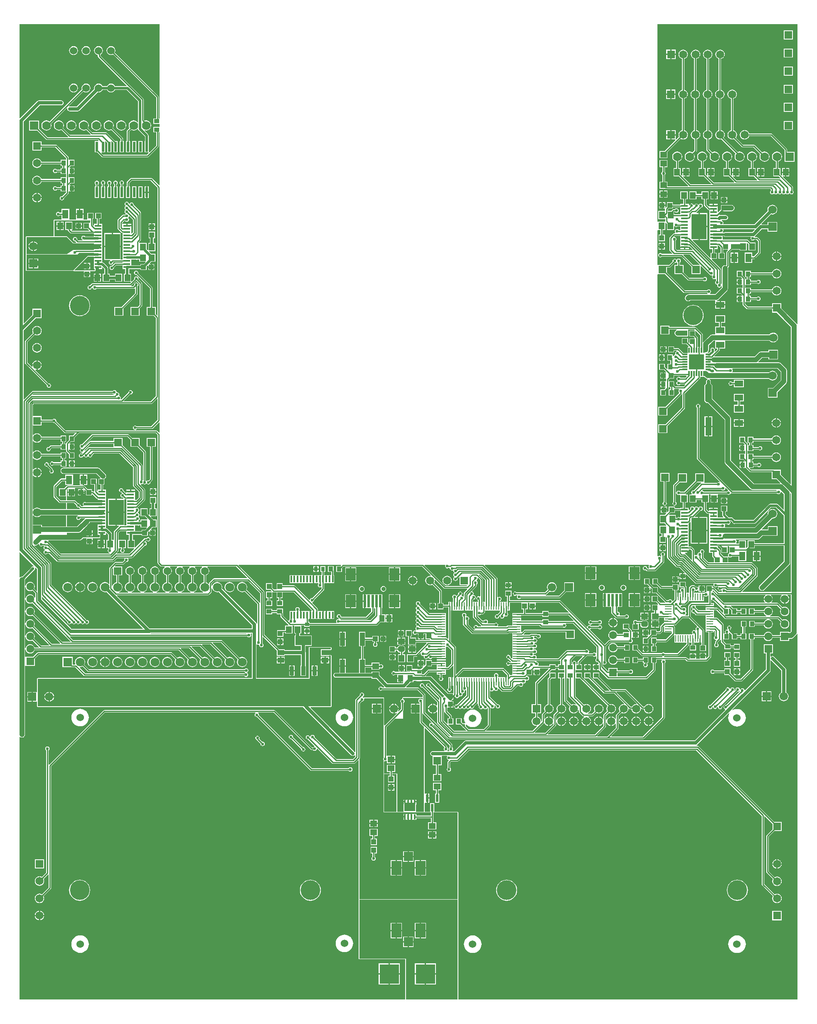
<source format=gtl>
G04*
G04 #@! TF.GenerationSoftware,Altium Limited,Altium NEXUS,2.1.8 (74)*
G04*
G04 Layer_Physical_Order=1*
G04 Layer_Color=255*
%FSLAX25Y25*%
%MOIN*%
G70*
G01*
G75*
%ADD15C,0.01000*%
%ADD18C,0.01968*%
%ADD21R,0.04724X0.05512*%
%ADD22R,0.01370X0.05500*%
%ADD23R,0.03543X0.03937*%
%ADD24R,0.05512X0.04724*%
%ADD25R,0.03937X0.10827*%
%ADD26R,0.03937X0.03937*%
%ADD27R,0.06142X0.01102*%
%ADD28R,0.01102X0.06142*%
G04:AMPARAMS|DCode=29|XSize=55.12mil|YSize=45.28mil|CornerRadius=0mil|HoleSize=0mil|Usage=FLASHONLY|Rotation=180.000|XOffset=0mil|YOffset=0mil|HoleType=Round|Shape=Octagon|*
%AMOCTAGOND29*
4,1,8,-0.02756,0.01132,-0.02756,-0.01132,-0.01624,-0.02264,0.01624,-0.02264,0.02756,-0.01132,0.02756,0.01132,0.01624,0.02264,-0.01624,0.02264,-0.02756,0.01132,0.0*
%
%ADD29OCTAGOND29*%

%ADD30R,0.05512X0.04528*%
%ADD31R,0.03937X0.03937*%
%ADD32R,0.03543X0.03150*%
%ADD33R,0.03937X0.05512*%
%ADD34R,0.03937X0.03543*%
%ADD35R,0.07874X0.09843*%
%ADD36R,0.01968X0.09843*%
%ADD37R,0.04331X0.05512*%
%ADD38R,0.03150X0.03543*%
%ADD39R,0.03937X0.04331*%
%ADD40R,0.12400X0.12400*%
%ADD41R,0.04200X0.01200*%
%ADD42R,0.01200X0.04200*%
%ADD43R,0.07087X0.05118*%
G04:AMPARAMS|DCode=44|XSize=149.61mil|YSize=51.18mil|CornerRadius=0mil|HoleSize=0mil|Usage=FLASHONLY|Rotation=270.000|XOffset=0mil|YOffset=0mil|HoleType=Round|Shape=Octagon|*
%AMOCTAGOND44*
4,1,8,-0.01280,-0.07480,0.01280,-0.07480,0.02559,-0.06201,0.02559,0.06201,0.01280,0.07480,-0.01280,0.07480,-0.02559,0.06201,-0.02559,-0.06201,-0.01280,-0.07480,0.0*
%
%ADD44OCTAGOND44*%

%ADD45R,0.05118X0.14961*%
%ADD46R,0.02362X0.08110*%
%ADD47R,0.00303X0.00984*%
%ADD48R,0.08799X0.06791*%
%ADD49R,0.01595X0.02008*%
%ADD50R,0.01595X0.03898*%
%ADD51R,0.07874X0.11417*%
%ADD52R,0.07480X0.07480*%
%ADD53R,0.02402X0.06339*%
%ADD54R,0.03543X0.07323*%
%ADD55R,0.12559X0.07323*%
%ADD56R,0.05512X0.04331*%
%ADD57R,0.12205X0.20394*%
%ADD58R,0.05807X0.01772*%
%ADD59R,0.05118X0.07087*%
%ADD60R,0.05756X0.00943*%
%ADD61R,0.00943X0.05756*%
%ADD119C,0.01575*%
%ADD120C,0.03937*%
%ADD121C,0.02756*%
%ADD122C,0.15748*%
%ADD123C,0.06000*%
%ADD124R,0.07087X0.07087*%
%ADD125C,0.07087*%
%ADD126R,0.06496X0.06496*%
%ADD127C,0.06496*%
%ADD128R,0.06299X0.06299*%
%ADD129R,0.06496X0.06496*%
%ADD130R,0.06299X0.06299*%
%ADD131R,0.06693X0.06693*%
%ADD132C,0.06693*%
%ADD133R,0.06693X0.06693*%
%ADD134C,0.03543*%
%ADD135C,0.06299*%
%ADD136R,0.07000X0.07000*%
%ADD137C,0.07000*%
%ADD138R,0.15748X0.15748*%
%ADD139C,0.02362*%
G36*
X115262Y709118D02*
X114520D01*
Y726300D01*
X114442Y726690D01*
X114221Y727021D01*
X79401Y761841D01*
X79710Y762586D01*
X79830Y763500D01*
X79710Y764414D01*
X79357Y765265D01*
X78796Y765996D01*
X78065Y766557D01*
X77214Y766910D01*
X76300Y767030D01*
X75386Y766910D01*
X74535Y766557D01*
X73804Y765996D01*
X73243Y765265D01*
X72890Y764414D01*
X72770Y763500D01*
X72890Y762586D01*
X73243Y761735D01*
X73804Y761004D01*
X74535Y760443D01*
X75386Y760090D01*
X76300Y759970D01*
X77214Y760090D01*
X77959Y760399D01*
X112480Y725878D01*
Y709118D01*
X110331D01*
Y704575D01*
X115263D01*
Y702425D01*
X110331D01*
Y697882D01*
X112480D01*
Y687422D01*
X107181Y682123D01*
X106681Y682330D01*
Y691055D01*
X106513D01*
Y695187D01*
X106398Y695766D01*
X106070Y696257D01*
X106070Y696257D01*
X103131Y699196D01*
X103414Y699620D01*
X103456Y699603D01*
X104500Y699466D01*
X105544Y699603D01*
X106517Y700006D01*
X107353Y700647D01*
X107994Y701483D01*
X108397Y702456D01*
X108535Y703500D01*
X108397Y704544D01*
X107994Y705517D01*
X107353Y706353D01*
X106517Y706994D01*
X105544Y707397D01*
X104500Y707535D01*
X103456Y707397D01*
X103193Y707288D01*
X102504Y707978D01*
Y724322D01*
X102426Y724712D01*
X102205Y725043D01*
X67826Y759422D01*
Y760344D01*
X68065Y760443D01*
X68796Y761004D01*
X69357Y761735D01*
X69710Y762586D01*
X69830Y763500D01*
X69710Y764414D01*
X69357Y765265D01*
X68796Y765996D01*
X68065Y766557D01*
X67214Y766910D01*
X66300Y767030D01*
X65386Y766910D01*
X64535Y766557D01*
X63804Y765996D01*
X63243Y765265D01*
X62890Y764414D01*
X62770Y763500D01*
X62890Y762586D01*
X63243Y761735D01*
X63804Y761004D01*
X64535Y760443D01*
X65386Y760090D01*
X65787Y760037D01*
Y759000D01*
X65864Y758610D01*
X66085Y758279D01*
X88889Y735475D01*
X88698Y735013D01*
X79461D01*
X79357Y735265D01*
X78796Y735996D01*
X78065Y736557D01*
X77214Y736910D01*
X76300Y737030D01*
X75386Y736910D01*
X74535Y736557D01*
X73804Y735996D01*
X73243Y735265D01*
X73138Y735013D01*
X69462D01*
X69357Y735265D01*
X68796Y735996D01*
X68065Y736557D01*
X67214Y736910D01*
X66300Y737030D01*
X65386Y736910D01*
X64535Y736557D01*
X63804Y735996D01*
X63243Y735265D01*
X62890Y734414D01*
X62770Y733500D01*
X62866Y732773D01*
X48707Y718615D01*
X43200D01*
X43000Y718575D01*
X42446Y718975D01*
X42432Y719090D01*
X54110Y730768D01*
X54535Y730443D01*
X55386Y730090D01*
X56300Y729970D01*
X57214Y730090D01*
X58065Y730443D01*
X58796Y731004D01*
X59357Y731735D01*
X59710Y732586D01*
X59830Y733500D01*
X59710Y734414D01*
X59357Y735265D01*
X58796Y735996D01*
X58065Y736557D01*
X57214Y736910D01*
X56300Y737030D01*
X55386Y736910D01*
X54535Y736557D01*
X53804Y735996D01*
X53243Y735265D01*
X52890Y734414D01*
X52770Y733500D01*
X52890Y732586D01*
X52935Y732477D01*
X27046Y706588D01*
X26517Y706994D01*
X25544Y707397D01*
X24500Y707535D01*
X23456Y707397D01*
X22483Y706994D01*
X21647Y706353D01*
X21006Y705517D01*
X20603Y704544D01*
X20466Y703500D01*
X20603Y702456D01*
X21006Y701483D01*
X21647Y700647D01*
X22483Y700006D01*
X23456Y699603D01*
X24500Y699466D01*
X25544Y699603D01*
X26517Y700006D01*
X27353Y700647D01*
X27994Y701483D01*
X28397Y702456D01*
X28534Y703500D01*
X28397Y704544D01*
X28247Y704906D01*
X40810Y717468D01*
X40925Y717454D01*
X41325Y716900D01*
X41285Y716700D01*
X41431Y715967D01*
X41846Y715346D01*
X42467Y714931D01*
X43200Y714785D01*
X49500D01*
X49500Y714785D01*
X50233Y714931D01*
X50854Y715346D01*
X65573Y730065D01*
X66300Y729970D01*
X67214Y730090D01*
X68065Y730443D01*
X68796Y731004D01*
X69357Y731735D01*
X69462Y731987D01*
X73138D01*
X73243Y731735D01*
X73804Y731004D01*
X74535Y730443D01*
X75386Y730090D01*
X76300Y729970D01*
X77214Y730090D01*
X78065Y730443D01*
X78796Y731004D01*
X79357Y731735D01*
X79461Y731987D01*
X88873D01*
X97987Y722873D01*
Y706305D01*
X97513Y706144D01*
X97353Y706353D01*
X96517Y706994D01*
X95544Y707397D01*
X94500Y707535D01*
X93456Y707397D01*
X92483Y706994D01*
X91647Y706353D01*
X91006Y705517D01*
X90603Y704544D01*
X90465Y703500D01*
X90603Y702456D01*
X91006Y701483D01*
X91021Y701463D01*
X89279Y699721D01*
X89058Y699390D01*
X88980Y699000D01*
Y691055D01*
X88319D01*
Y681945D01*
X91681D01*
Y691055D01*
X91020D01*
Y698578D01*
X92463Y700021D01*
X92483Y700006D01*
X93456Y699603D01*
X94500Y699466D01*
X95544Y699603D01*
X96517Y700006D01*
X97353Y700647D01*
X97513Y700856D01*
X97863Y700737D01*
X97992Y700659D01*
X98102Y700108D01*
X98430Y699617D01*
X103487Y694560D01*
Y691055D01*
X103319D01*
Y681945D01*
X106296D01*
X106503Y681445D01*
X105078Y680020D01*
X70048D01*
X68623Y681445D01*
X68830Y681945D01*
X71681D01*
Y690544D01*
X72181Y690751D01*
X73319Y689613D01*
Y681945D01*
X76681D01*
Y690544D01*
X77181Y690751D01*
X78319Y689613D01*
Y681945D01*
X81681D01*
Y691055D01*
X79761D01*
X73095Y697721D01*
X72764Y697942D01*
X72374Y698020D01*
X61422D01*
X57979Y701463D01*
X57994Y701483D01*
X58397Y702456D01*
X58534Y703500D01*
X58397Y704544D01*
X57994Y705517D01*
X57353Y706353D01*
X56517Y706994D01*
X55544Y707397D01*
X54500Y707535D01*
X53456Y707397D01*
X52483Y706994D01*
X51647Y706353D01*
X51006Y705517D01*
X50603Y704544D01*
X50466Y703500D01*
X50603Y702456D01*
X51006Y701483D01*
X51647Y700647D01*
X52483Y700006D01*
X53456Y699603D01*
X54500Y699466D01*
X55544Y699603D01*
X56517Y700006D01*
X56537Y700021D01*
X60039Y696520D01*
X59831Y696020D01*
X43422D01*
X37979Y701463D01*
X37994Y701483D01*
X38397Y702456D01*
X38535Y703500D01*
X38397Y704544D01*
X37994Y705517D01*
X37353Y706353D01*
X36517Y706994D01*
X35544Y707397D01*
X34500Y707535D01*
X33456Y707397D01*
X32483Y706994D01*
X31647Y706353D01*
X31006Y705517D01*
X30603Y704544D01*
X30465Y703500D01*
X30603Y702456D01*
X31006Y701483D01*
X31647Y700647D01*
X32483Y700006D01*
X33456Y699603D01*
X34500Y699466D01*
X35544Y699603D01*
X36517Y700006D01*
X36537Y700021D01*
X42039Y694520D01*
X41831Y694020D01*
X25422D01*
X18500Y700942D01*
Y707500D01*
X10500D01*
Y699500D01*
X17058D01*
X24279Y692279D01*
X24610Y692058D01*
X25000Y691980D01*
X65952D01*
X66377Y691555D01*
X66170Y691055D01*
X63319D01*
Y681945D01*
X65239D01*
X68905Y678279D01*
X69236Y678058D01*
X69626Y677980D01*
X105500D01*
X105890Y678058D01*
X106221Y678279D01*
X114221Y686279D01*
X114442Y686610D01*
X114520Y687000D01*
Y697882D01*
X115263D01*
Y655733D01*
X114801Y655541D01*
X109221Y661121D01*
X108890Y661342D01*
X108500Y661420D01*
X92600D01*
X92210Y661342D01*
X91879Y661121D01*
X89279Y658521D01*
X89058Y658190D01*
X88980Y657800D01*
Y654520D01*
X88319D01*
Y645409D01*
X91681D01*
Y654520D01*
X91020D01*
Y657378D01*
X93022Y659380D01*
X108078D01*
X113768Y653690D01*
Y551328D01*
X113306Y551136D01*
X112150Y552292D01*
Y558150D01*
X109520D01*
Y573400D01*
X109442Y573790D01*
X109221Y574121D01*
X98185Y585156D01*
X98214Y585300D01*
X98084Y585956D01*
X97712Y586512D01*
X97156Y586884D01*
X96500Y587014D01*
X95844Y586884D01*
X95288Y586512D01*
X94916Y585956D01*
X94786Y585300D01*
X94916Y584644D01*
X95288Y584088D01*
X95844Y583716D01*
X96500Y583586D01*
X96810Y583648D01*
X107480Y572978D01*
Y558150D01*
X104850D01*
Y550850D01*
X110708D01*
X112268Y549290D01*
Y486522D01*
X108081Y482335D01*
X86631D01*
X86439Y482797D01*
X91623Y487981D01*
X92100Y487886D01*
X92756Y488016D01*
X93312Y488388D01*
X93684Y488944D01*
X93814Y489600D01*
X93684Y490256D01*
X93312Y490812D01*
X92756Y491184D01*
X92100Y491314D01*
X91444Y491184D01*
X90888Y490812D01*
X90516Y490256D01*
X90393Y489635D01*
X84724Y483966D01*
X84448Y483995D01*
X84360Y484079D01*
X84110Y484488D01*
X84211Y484997D01*
X84080Y485653D01*
X83709Y486209D01*
X83153Y486581D01*
X83053Y486600D01*
X82862Y487062D01*
X82984Y487244D01*
X83114Y487900D01*
X82984Y488556D01*
X82612Y489112D01*
X82056Y489484D01*
X81400Y489614D01*
X80983Y489531D01*
X80814Y489700D01*
X80684Y490356D01*
X80312Y490912D01*
X79756Y491284D01*
X79100Y491414D01*
X78444Y491284D01*
X77888Y490912D01*
X77759Y490720D01*
X13672D01*
X13282Y490642D01*
X12951Y490421D01*
X6656Y484126D01*
X6194Y484317D01*
Y539266D01*
X15960Y549031D01*
X20748D01*
Y556528D01*
X13252D01*
Y551739D01*
X6656Y545144D01*
X6194Y545335D01*
Y706586D01*
X19293Y719685D01*
X36400D01*
X37133Y719831D01*
X37754Y720246D01*
X38169Y720867D01*
X38315Y721600D01*
X38169Y722333D01*
X37754Y722954D01*
X37133Y723369D01*
X36400Y723515D01*
X18500D01*
X18500Y723515D01*
X17767Y723369D01*
X17146Y722954D01*
X17146Y722954D01*
X3388Y709196D01*
X2926Y709387D01*
X2926Y784515D01*
X115262Y784515D01*
X115262Y709118D01*
D02*
G37*
G36*
X533030Y635189D02*
Y632476D01*
X528105D01*
Y634195D01*
X528606Y634211D01*
X528688Y634088D01*
X529244Y633716D01*
X529900Y633586D01*
X530556Y633716D01*
X531112Y634088D01*
X531484Y634644D01*
X531614Y635300D01*
X531484Y635956D01*
X531112Y636512D01*
X530556Y636884D01*
X529900Y637014D01*
X529244Y636884D01*
X528688Y636512D01*
X528559Y636320D01*
X527400D01*
X527010Y636242D01*
X526679Y636021D01*
X525514Y634856D01*
X522829D01*
Y636237D01*
X523623Y637032D01*
X527118D01*
Y638114D01*
X533030D01*
Y635189D01*
D02*
G37*
G36*
X627074Y544280D02*
X626910Y544222D01*
X626574Y544197D01*
X626080Y544936D01*
X613984Y557032D01*
Y560968D01*
X606488D01*
Y558240D01*
X587302D01*
X585020Y560522D01*
Y561554D01*
X585075Y562032D01*
X585520Y562032D01*
X589618D01*
Y563580D01*
X594359D01*
X594488Y563388D01*
X595044Y563016D01*
X595700Y562886D01*
X596356Y563016D01*
X596912Y563388D01*
X597284Y563944D01*
X597414Y564600D01*
X597284Y565256D01*
X596912Y565812D01*
X596356Y566184D01*
X595700Y566314D01*
X595044Y566184D01*
X594488Y565812D01*
X594359Y565620D01*
X589618D01*
Y566968D01*
X588366D01*
Y568532D01*
X589618D01*
Y569980D01*
X606602D01*
X606962Y569110D01*
X607563Y568327D01*
X608346Y567726D01*
X609258Y567348D01*
X610236Y567220D01*
X611215Y567348D01*
X612126Y567726D01*
X612909Y568327D01*
X613510Y569110D01*
X613888Y570022D01*
X614017Y571000D01*
X613888Y571978D01*
X613510Y572890D01*
X612909Y573673D01*
X612126Y574274D01*
X611215Y574652D01*
X610236Y574780D01*
X609258Y574652D01*
X608346Y574274D01*
X607563Y573673D01*
X606962Y572890D01*
X606602Y572020D01*
X589618D01*
Y573468D01*
X585075Y573468D01*
X585020Y573946D01*
Y575054D01*
X585075Y575531D01*
X585520Y575531D01*
X589618D01*
Y577080D01*
X594359D01*
X594488Y576888D01*
X595044Y576516D01*
X595700Y576386D01*
X596356Y576516D01*
X596912Y576888D01*
X597284Y577444D01*
X597414Y578100D01*
X597284Y578756D01*
X596912Y579312D01*
X596356Y579684D01*
X595700Y579814D01*
X595044Y579684D01*
X594488Y579312D01*
X594359Y579120D01*
X589618D01*
Y580469D01*
X588366D01*
Y582031D01*
X589618D01*
Y583760D01*
X606602D01*
X606962Y582889D01*
X607563Y582106D01*
X608346Y581506D01*
X609258Y581128D01*
X610236Y580999D01*
X611215Y581128D01*
X612126Y581506D01*
X612909Y582106D01*
X613510Y582889D01*
X613888Y583801D01*
X614017Y584780D01*
X613888Y585758D01*
X613510Y586670D01*
X612909Y587453D01*
X612126Y588053D01*
X611215Y588431D01*
X610236Y588560D01*
X609258Y588431D01*
X608346Y588053D01*
X607563Y587453D01*
X606962Y586670D01*
X606602Y585799D01*
X589618D01*
Y586969D01*
X585075D01*
Y582031D01*
X586327D01*
Y580822D01*
X585973Y580469D01*
X585075Y580469D01*
X585020Y580946D01*
Y580957D01*
X584942Y581347D01*
X584721Y581678D01*
X582925Y583473D01*
Y586969D01*
X578382D01*
Y582031D01*
X581483D01*
X582546Y580969D01*
X582339Y580469D01*
X581154D01*
Y578000D01*
Y575531D01*
X582925Y575531D01*
X582980Y575054D01*
Y573946D01*
X582925Y573468D01*
X578382D01*
Y568532D01*
X581483D01*
X582546Y567469D01*
X582339Y566968D01*
X581154D01*
Y564500D01*
Y562032D01*
X582925Y562032D01*
X582980Y561554D01*
Y560100D01*
X583058Y559710D01*
X583279Y559379D01*
X586159Y556499D01*
X586489Y556279D01*
X586879Y556201D01*
X606488D01*
Y553472D01*
X610425D01*
X621783Y542114D01*
Y416260D01*
X621321Y416069D01*
X613748Y423642D01*
Y427579D01*
X607350D01*
X607252Y427598D01*
X589689D01*
X588718Y428570D01*
X588909Y429032D01*
X591772D01*
Y430380D01*
X594859D01*
X594988Y430188D01*
X595544Y429816D01*
X596200Y429686D01*
X596856Y429816D01*
X597412Y430188D01*
X597784Y430744D01*
X597914Y431400D01*
X597784Y432056D01*
X597412Y432612D01*
X596856Y432984D01*
X596200Y433114D01*
X595544Y432984D01*
X594988Y432612D01*
X594859Y432420D01*
X591772D01*
Y433968D01*
X590520D01*
Y435532D01*
X591618D01*
Y436591D01*
X606365D01*
X606726Y435720D01*
X607327Y434937D01*
X608110Y434336D01*
X609022Y433959D01*
X610000Y433830D01*
X610978Y433959D01*
X611890Y434336D01*
X612673Y434937D01*
X613274Y435720D01*
X613652Y436632D01*
X613780Y437610D01*
X613652Y438589D01*
X613274Y439500D01*
X612673Y440283D01*
X611890Y440884D01*
X610978Y441262D01*
X610000Y441391D01*
X609022Y441262D01*
X608110Y440884D01*
X607327Y440283D01*
X606726Y439500D01*
X606365Y438630D01*
X591618D01*
Y440469D01*
X587120D01*
Y442531D01*
X591618D01*
Y443753D01*
X595728D01*
X595857Y443561D01*
X596413Y443189D01*
X597069Y443059D01*
X597725Y443189D01*
X598281Y443561D01*
X598652Y444117D01*
X598783Y444773D01*
X598652Y445429D01*
X598281Y445985D01*
X597725Y446357D01*
X597069Y446487D01*
X596413Y446357D01*
X595857Y445985D01*
X595728Y445793D01*
X591618D01*
Y447469D01*
X590366D01*
Y449031D01*
X591618D01*
Y450480D01*
X606339D01*
X606348Y450411D01*
X606726Y449500D01*
X607327Y448717D01*
X608110Y448116D01*
X609022Y447738D01*
X610000Y447609D01*
X610978Y447738D01*
X611890Y448116D01*
X612673Y448717D01*
X613274Y449500D01*
X613652Y450411D01*
X613780Y451390D01*
X613652Y452368D01*
X613274Y453280D01*
X612673Y454063D01*
X611890Y454664D01*
X610978Y455041D01*
X610000Y455170D01*
X609022Y455041D01*
X608110Y454664D01*
X607327Y454063D01*
X606726Y453280D01*
X606411Y452520D01*
X591618D01*
Y453968D01*
X587075D01*
Y449031D01*
X588327D01*
Y447469D01*
X587120D01*
Y447857D01*
X587042Y448247D01*
X586821Y448578D01*
X584925Y450473D01*
Y453968D01*
X580382D01*
Y449031D01*
X583483D01*
X584546Y447968D01*
X584339Y447469D01*
X583154D01*
Y445000D01*
Y442531D01*
X584925Y442531D01*
X585080Y442096D01*
Y440904D01*
X584925Y440469D01*
X580382D01*
Y435532D01*
X583483D01*
X584584Y434430D01*
X584393Y433968D01*
X583307D01*
Y431500D01*
Y429032D01*
X585079D01*
Y429032D01*
X585518Y428886D01*
X588546Y425858D01*
X588877Y425637D01*
X589267Y425559D01*
X606252D01*
Y420083D01*
X610189D01*
X613302Y416970D01*
X613095Y416470D01*
X591990D01*
X573499Y434960D01*
Y468597D01*
X573307Y469560D01*
X572762Y470376D01*
X558559Y484579D01*
Y495451D01*
X557415Y496595D01*
Y498200D01*
X557269Y498933D01*
X556854Y499554D01*
X556233Y499969D01*
X556162Y499983D01*
X556211Y500483D01*
X604083D01*
X604257Y500257D01*
X605060Y499640D01*
X605996Y499253D01*
X607000Y499120D01*
X608004Y499253D01*
X608940Y499640D01*
X609743Y500257D01*
X610360Y501060D01*
X610747Y501996D01*
X610880Y503000D01*
X610747Y504004D01*
X610360Y504940D01*
X609743Y505743D01*
X608940Y506360D01*
X608004Y506747D01*
X607000Y506880D01*
X605996Y506747D01*
X605060Y506360D01*
X604257Y505743D01*
X604083Y505517D01*
X574788D01*
X574598Y506017D01*
X574884Y506444D01*
X575014Y507100D01*
X574884Y507756D01*
X574665Y508083D01*
X574932Y508583D01*
X610857D01*
X613583Y505858D01*
Y499363D01*
X607287Y493067D01*
X603154D01*
Y485374D01*
X610847D01*
Y489507D01*
X617880Y496541D01*
X618425Y497357D01*
X618617Y498320D01*
Y506900D01*
X618425Y507863D01*
X617880Y508680D01*
X613680Y512880D01*
X612863Y513425D01*
X611900Y513617D01*
X595613D01*
X595476Y514117D01*
X598563Y517204D01*
X603653D01*
Y515874D01*
X611346D01*
Y523567D01*
X603653D01*
Y522237D01*
X597520D01*
X596557Y522046D01*
X595741Y521500D01*
X592557Y518317D01*
X560468D01*
X560261Y518817D01*
X564323Y522879D01*
X564544Y523210D01*
X564621Y523600D01*
Y524732D01*
X569043D01*
Y530850D01*
X569488Y530983D01*
X604583D01*
X604757Y530757D01*
X605560Y530140D01*
X606496Y529753D01*
X607500Y529620D01*
X608504Y529753D01*
X609440Y530140D01*
X610243Y530757D01*
X610860Y531560D01*
X611247Y532496D01*
X611380Y533500D01*
X611247Y534504D01*
X610860Y535440D01*
X610243Y536243D01*
X609440Y536860D01*
X608504Y537247D01*
X607500Y537380D01*
X606496Y537247D01*
X605560Y536860D01*
X604757Y536243D01*
X604583Y536017D01*
X569488D01*
X569043Y536150D01*
X569043Y536517D01*
Y542268D01*
X566020D01*
Y545232D01*
X569043D01*
Y551350D01*
X560957D01*
Y545232D01*
X563980D01*
Y542268D01*
X560957D01*
X560957Y536150D01*
X560512Y536017D01*
X558700D01*
X557737Y535825D01*
X556920Y535280D01*
X551620Y529980D01*
X551420Y529679D01*
X550920Y529831D01*
Y535900D01*
X550842Y536290D01*
X550621Y536621D01*
X545621Y541621D01*
X545290Y541842D01*
X544900Y541920D01*
X524150D01*
Y543150D01*
X516850D01*
Y535850D01*
X524150D01*
Y539880D01*
X530065D01*
X530114Y539380D01*
X529837Y539325D01*
X529020Y538780D01*
X528475Y537963D01*
X528283Y537000D01*
X528475Y536037D01*
X529020Y535220D01*
X529837Y534675D01*
X530800Y534483D01*
X534232D01*
Y534481D01*
X536457D01*
X536700Y534433D01*
X536943Y534481D01*
X539169D01*
Y536706D01*
X539217Y536950D01*
X539169Y537193D01*
Y539380D01*
X539169Y539418D01*
X539259Y539880D01*
X544349D01*
X544564Y539605D01*
X544346Y539118D01*
X540132D01*
Y534181D01*
X543627D01*
X544489Y533319D01*
X544282Y532819D01*
X540132D01*
Y529478D01*
X539670Y529287D01*
X539169Y529788D01*
Y533119D01*
X534232D01*
Y528182D01*
X537890D01*
X539710Y526362D01*
X539519Y525900D01*
X539000D01*
Y521000D01*
X535542D01*
X531821Y524721D01*
X531490Y524942D01*
X531100Y525020D01*
X528118D01*
Y526469D01*
X523181D01*
Y521531D01*
X528118D01*
Y522980D01*
X529879D01*
X529944Y522484D01*
X529388Y522112D01*
X529016Y521556D01*
X528886Y520900D01*
X529016Y520244D01*
X528754Y519737D01*
X528487Y519684D01*
X527931Y519312D01*
X527560Y518756D01*
X527543Y518673D01*
X527043Y518722D01*
Y519969D01*
X522500D01*
Y515031D01*
X524827D01*
Y512468D01*
X522675D01*
Y508377D01*
X522213Y508186D01*
X520525Y509873D01*
Y512468D01*
X515982D01*
Y507531D01*
X519983D01*
X521546Y505969D01*
X521339Y505469D01*
X519850D01*
Y503000D01*
Y500531D01*
X521197D01*
X521516Y500032D01*
X521480Y499850D01*
Y498946D01*
X521425Y498468D01*
X520980Y498468D01*
X519654D01*
Y496000D01*
X519153D01*
D01*
X519654D01*
Y493532D01*
X520839D01*
X521046Y493032D01*
X519983Y491968D01*
X516882D01*
Y487032D01*
X521425D01*
Y490527D01*
X523221Y492322D01*
X523442Y492653D01*
X523520Y493043D01*
Y493054D01*
X523575Y493532D01*
X524827D01*
Y491968D01*
X523575D01*
Y487032D01*
X528118D01*
Y491856D01*
X528484Y492293D01*
X528546Y492280D01*
X531566D01*
X531833Y491780D01*
X531616Y491456D01*
X531486Y490800D01*
X531616Y490144D01*
X531988Y489588D01*
X532030Y489560D01*
X532069Y489011D01*
X521208Y478150D01*
X515350D01*
Y470850D01*
X522650D01*
Y476708D01*
X533921Y487979D01*
X534142Y488310D01*
X534220Y488700D01*
Y488953D01*
X534230Y488961D01*
X534730Y488703D01*
Y477672D01*
X521208Y464150D01*
X515350D01*
Y456850D01*
X522650D01*
Y462708D01*
X536471Y476529D01*
X536692Y476860D01*
X536770Y477250D01*
Y488828D01*
X548621Y500679D01*
X548842Y501010D01*
X548920Y501400D01*
Y502100D01*
X552178D01*
X553057Y501220D01*
X553874Y500675D01*
X554837Y500483D01*
X554838Y499983D01*
X554767Y499969D01*
X554146Y499554D01*
X553731Y498933D01*
X553585Y498200D01*
Y496595D01*
X552441Y495451D01*
Y482549D01*
X553970Y481020D01*
X555000D01*
X568465Y467554D01*
Y433918D01*
X568657Y432955D01*
X569202Y432138D01*
X589168Y412173D01*
X589984Y411627D01*
X590947Y411436D01*
X610114D01*
X610365Y410936D01*
X610204Y410720D01*
X574607D01*
X548236Y437090D01*
Y477215D01*
X548428Y477344D01*
X548800Y477900D01*
X548931Y478556D01*
X548800Y479212D01*
X548428Y479768D01*
X547872Y480139D01*
X547216Y480270D01*
X546560Y480139D01*
X546004Y479768D01*
X545633Y479212D01*
X545502Y478556D01*
X545633Y477900D01*
X546004Y477344D01*
X546197Y477215D01*
Y436668D01*
X546275Y436278D01*
X546495Y435947D01*
X564499Y417943D01*
X564226Y417509D01*
X563700Y417614D01*
X563044Y417484D01*
X562488Y417112D01*
X562359Y416920D01*
X552317D01*
X552150Y417350D01*
X552150Y417420D01*
Y424650D01*
X544850D01*
Y418792D01*
X536078Y410020D01*
X532941D01*
X532812Y410212D01*
X532256Y410584D01*
X531600Y410714D01*
X530944Y410584D01*
X530388Y410212D01*
X530016Y409656D01*
X529947Y409305D01*
X529920Y409169D01*
X529420Y409218D01*
Y414478D01*
X532292Y417350D01*
X538150D01*
Y424650D01*
X530850D01*
Y418792D01*
X527679Y415621D01*
X527458Y415290D01*
X527380Y414900D01*
Y401841D01*
X527188Y401712D01*
X526816Y401156D01*
X526686Y400500D01*
X526816Y399844D01*
X527188Y399288D01*
X527744Y398916D01*
X528400Y398786D01*
X529056Y398916D01*
X529612Y399288D01*
X529984Y399844D01*
X530114Y400500D01*
X529984Y401156D01*
X529612Y401712D01*
X529420Y401841D01*
Y408782D01*
X529920Y408831D01*
X529947Y408695D01*
X530016Y408344D01*
X530388Y407788D01*
X530944Y407416D01*
X531600Y407286D01*
X532256Y407416D01*
X532594Y407643D01*
X533095Y407379D01*
Y401244D01*
X534961D01*
Y396945D01*
X532963D01*
Y396579D01*
X528618D01*
Y397969D01*
X523681D01*
Y394473D01*
X522781Y393573D01*
X522319Y393764D01*
Y395000D01*
X520350D01*
Y393032D01*
X521586D01*
X521777Y392570D01*
X520598Y391390D01*
X520508Y391256D01*
X516595D01*
Y384744D01*
X520374D01*
X520377Y384728D01*
X520598Y384397D01*
X521739Y383256D01*
X521532Y382756D01*
X516294D01*
Y376244D01*
X517980D01*
Y374212D01*
X516432D01*
Y368881D01*
X521369D01*
Y373510D01*
X521869Y373560D01*
X521879Y373507D01*
X522251Y372951D01*
X522443Y372822D01*
Y357263D01*
X522521Y356873D01*
X522742Y356542D01*
X529505Y349779D01*
X529836Y349558D01*
X530226Y349480D01*
X532078D01*
X536578Y344980D01*
X536387Y344518D01*
X535400D01*
Y342746D01*
X537368D01*
Y343536D01*
X537830Y343728D01*
X544998Y336560D01*
X545329Y336339D01*
X545719Y336262D01*
X559524D01*
X559760Y335821D01*
X559716Y335756D01*
X559586Y335100D01*
X559716Y334444D01*
X560088Y333888D01*
X560644Y333516D01*
X561300Y333386D01*
X561956Y333516D01*
X562512Y333888D01*
X562641Y334080D01*
X563267D01*
X563462Y333580D01*
X563180Y333159D01*
X563050Y332503D01*
X563180Y331847D01*
X563552Y331291D01*
X564108Y330920D01*
X564764Y330789D01*
X565420Y330920D01*
X565743Y331136D01*
X566193Y330835D01*
X566186Y330800D01*
X566316Y330144D01*
X566400Y330020D01*
X566132Y329520D01*
X563622D01*
X560221Y332921D01*
X559890Y333142D01*
X559500Y333220D01*
X558918D01*
Y334769D01*
X553981D01*
Y329848D01*
X553972Y329700D01*
X553600Y329414D01*
X552944Y329284D01*
X552388Y328912D01*
X551856Y328921D01*
X551798Y328978D01*
Y328978D01*
X550329D01*
X549856Y328978D01*
Y328978D01*
X549829D01*
X549829Y328978D01*
X547887Y328978D01*
X547387Y328978D01*
X545919Y328978D01*
X545419Y328978D01*
X543996D01*
Y329844D01*
X544377Y330099D01*
X544749Y330655D01*
X545274Y330730D01*
X545444Y330616D01*
X546100Y330486D01*
X546756Y330616D01*
X547182Y330901D01*
X547682Y330710D01*
Y329832D01*
X549650D01*
Y332300D01*
Y334769D01*
X547682D01*
Y333690D01*
X547182Y333499D01*
X546756Y333784D01*
X546100Y333914D01*
X545623Y333819D01*
X544630Y334812D01*
X544299Y335033D01*
X543909Y335111D01*
X542278D01*
X541888Y335033D01*
X541557Y334812D01*
X540263Y333519D01*
X540042Y333188D01*
X539965Y332798D01*
Y328978D01*
X538096D01*
Y333378D01*
X538018Y333768D01*
X537797Y334099D01*
X537368Y334527D01*
Y337825D01*
X532432D01*
Y333282D01*
X535655D01*
X536012Y332899D01*
X535973Y332524D01*
X535535Y332330D01*
X535156Y332584D01*
X534500Y332714D01*
X533844Y332584D01*
X533288Y332212D01*
X532916Y331656D01*
X532786Y331000D01*
X532916Y330344D01*
X533288Y329788D01*
X533752Y329478D01*
X533687Y329024D01*
X533669Y328978D01*
X532613D01*
X532139Y328978D01*
Y328978D01*
X532113D01*
Y328978D01*
X531642D01*
Y325600D01*
X530642D01*
Y328978D01*
X530193D01*
Y330882D01*
X531468D01*
Y335819D01*
X526532D01*
Y334370D01*
X517918D01*
X515118Y337170D01*
Y340469D01*
X510575D01*
Y335531D01*
X513873D01*
X516775Y332629D01*
X517106Y332408D01*
X517496Y332331D01*
X526532D01*
Y330882D01*
X528154D01*
Y325600D01*
Y323673D01*
X526950Y322470D01*
X526408Y322634D01*
X526384Y322756D01*
X526012Y323312D01*
X525456Y323684D01*
X524800Y323814D01*
X524144Y323684D01*
X523588Y323312D01*
X523459Y323120D01*
X521972D01*
X515118Y329973D01*
Y333469D01*
X511623D01*
X508445Y336647D01*
Y336728D01*
X508425Y336827D01*
Y340469D01*
X503882D01*
Y335531D01*
X506685D01*
X506704Y335504D01*
X508277Y333930D01*
X508086Y333469D01*
X506850D01*
Y331500D01*
X508819D01*
Y332735D01*
X509281Y332927D01*
X510181Y332027D01*
Y328532D01*
X513676D01*
X520829Y321379D01*
X520878Y321346D01*
X520726Y320846D01*
X517096D01*
X514968Y322973D01*
Y326468D01*
X510032D01*
Y321532D01*
X513527D01*
X515090Y319969D01*
X514883Y319468D01*
X510181D01*
Y314531D01*
X511811D01*
Y312913D01*
X509575D01*
Y307386D01*
X516087D01*
Y308965D01*
X520022D01*
Y307519D01*
X520022Y307045D01*
X520022D01*
Y307018D01*
X520022D01*
Y306547D01*
X523400D01*
Y305547D01*
X520022D01*
Y305076D01*
X519860Y304992D01*
X519529Y304771D01*
X517279Y302521D01*
X517058Y302190D01*
X516980Y301800D01*
Y298922D01*
X515978Y297920D01*
X513969D01*
Y299468D01*
X509031D01*
Y295973D01*
X508131Y295073D01*
X507669Y295265D01*
Y296500D01*
X505701D01*
Y294531D01*
X506936D01*
X507128Y294070D01*
X506027Y292969D01*
X502882D01*
Y288032D01*
X507425D01*
Y291483D01*
X509191Y293249D01*
X509575Y292926D01*
Y288032D01*
X510827D01*
Y286469D01*
X509575D01*
Y281532D01*
X514118D01*
Y286469D01*
X512866D01*
Y288032D01*
X514118D01*
Y289480D01*
X521700D01*
X522090Y289558D01*
X522421Y289779D01*
X527740Y295098D01*
X528202Y294907D01*
Y289022D01*
X530145Y289022D01*
X530645Y289022D01*
X532113Y289022D01*
X532613Y289022D01*
X534082Y289022D01*
X534582Y289022D01*
X536050Y289022D01*
X536550Y289022D01*
X537980D01*
Y287922D01*
X530578Y280520D01*
X520741D01*
X520612Y280712D01*
X520056Y281084D01*
X519400Y281214D01*
X518744Y281084D01*
X518188Y280712D01*
X518059Y280520D01*
X502769D01*
X499118Y284170D01*
Y287469D01*
X494575D01*
Y282531D01*
X497873D01*
X501625Y278779D01*
X501956Y278558D01*
X502347Y278480D01*
X518059D01*
X518188Y278288D01*
X518744Y277916D01*
X518679Y277420D01*
X514118D01*
Y277468D01*
X509575D01*
Y272532D01*
X510827D01*
Y267369D01*
X505328Y261870D01*
X482650D01*
Y264680D01*
X492059D01*
X492188Y264488D01*
X492744Y264116D01*
X493400Y263986D01*
X494056Y264116D01*
X494612Y264488D01*
X494984Y265044D01*
X495114Y265700D01*
X494984Y266356D01*
X494612Y266912D01*
X494056Y267284D01*
X493400Y267414D01*
X492744Y267284D01*
X492188Y266912D01*
X492059Y266720D01*
X482650D01*
Y268650D01*
X475350D01*
Y266433D01*
X475209Y266363D01*
X474850Y266291D01*
X470988Y270154D01*
Y271358D01*
X471429Y271593D01*
X471544Y271516D01*
X472200Y271386D01*
X472856Y271516D01*
X473412Y271888D01*
X473784Y272444D01*
X473914Y273100D01*
X473784Y273756D01*
X473412Y274312D01*
X473220Y274441D01*
Y285778D01*
X476622Y289180D01*
X491826D01*
X491888Y289088D01*
X492444Y288716D01*
X493100Y288586D01*
X493756Y288716D01*
X494312Y289088D01*
X494684Y289644D01*
X494814Y290300D01*
X494684Y290956D01*
X494312Y291512D01*
X494120Y291641D01*
Y292669D01*
X494531Y292882D01*
X494620Y292882D01*
X496500D01*
Y295350D01*
Y297819D01*
X494620D01*
X494531Y297819D01*
X494120Y298032D01*
Y298443D01*
X494042Y298833D01*
X493821Y299164D01*
X491968Y301017D01*
Y304118D01*
X487032D01*
Y299575D01*
X490527D01*
X492080Y298021D01*
Y297879D01*
X491968Y297425D01*
X491580Y297425D01*
X487032D01*
Y296020D01*
X482528D01*
X482188Y296841D01*
X481603Y297603D01*
X480840Y298188D01*
X479953Y298556D01*
X479000Y298681D01*
X478047Y298556D01*
X477160Y298188D01*
X476397Y297603D01*
X475812Y296841D01*
X475444Y295953D01*
X475319Y295000D01*
X475444Y294047D01*
X475812Y293160D01*
X476397Y292397D01*
X477160Y291812D01*
X477383Y291720D01*
X477283Y291220D01*
X476200D01*
X475810Y291142D01*
X475479Y290921D01*
X472200Y287642D01*
X460522Y299320D01*
X460667Y299799D01*
X460756Y299816D01*
X461312Y300188D01*
X461441Y300380D01*
X467159D01*
X467288Y300188D01*
X467844Y299816D01*
X468500Y299686D01*
X469156Y299816D01*
X469712Y300188D01*
X470084Y300744D01*
X470214Y301400D01*
X470084Y302056D01*
X469712Y302612D01*
X469156Y302984D01*
X468500Y303114D01*
X467844Y302984D01*
X467288Y302612D01*
X467159Y302420D01*
X461441D01*
X461312Y302612D01*
X460756Y302984D01*
X460100Y303114D01*
X459444Y302984D01*
X458888Y302612D01*
X458516Y302056D01*
X458499Y301967D01*
X458020Y301822D01*
X437121Y322721D01*
X436790Y322942D01*
X436400Y323020D01*
X396142D01*
Y325982D01*
X397568D01*
Y330525D01*
X392632D01*
Y325982D01*
X394103D01*
Y321807D01*
X388268D01*
Y322407D01*
X388486Y322450D01*
X389042Y322822D01*
X389414Y323378D01*
X389544Y324034D01*
X389414Y324690D01*
X389042Y325246D01*
X388486Y325618D01*
X387830Y325748D01*
X387174Y325618D01*
X386799Y325367D01*
X386299Y325600D01*
Y340289D01*
X386222Y340679D01*
X386000Y341010D01*
X376028Y350982D01*
X376220Y351444D01*
X507753Y351444D01*
X507976Y350944D01*
X507716Y350556D01*
X507586Y349900D01*
X507716Y349244D01*
X508000Y348820D01*
X507808Y348320D01*
X506891D01*
X506390Y348820D01*
X506284Y349356D01*
X505912Y349912D01*
X505356Y350284D01*
X504700Y350414D01*
X504044Y350284D01*
X503488Y349912D01*
X503116Y349356D01*
X502986Y348700D01*
X503116Y348044D01*
X503488Y347488D01*
X504044Y347116D01*
X504700Y346986D01*
X505234Y347092D01*
X505748Y346579D01*
X506078Y346358D01*
X506469Y346280D01*
X512600D01*
X512990Y346358D01*
X513321Y346579D01*
X519621Y352879D01*
X519842Y353210D01*
X519920Y353600D01*
Y358559D01*
X520112Y358688D01*
X520484Y359244D01*
X520614Y359900D01*
X520484Y360556D01*
X520112Y361112D01*
X519556Y361484D01*
X518900Y361614D01*
X518244Y361484D01*
X517688Y361112D01*
X517316Y360556D01*
X517186Y359900D01*
X517316Y359244D01*
X517688Y358688D01*
X517713Y358671D01*
X517698Y358389D01*
X517185Y358164D01*
X516856Y358384D01*
X516200Y358514D01*
X515544Y358384D01*
X515237Y358178D01*
X514737Y358446D01*
X514737Y583897D01*
X515237Y584350D01*
X520708D01*
X535459Y569599D01*
X535790Y569378D01*
X536180Y569300D01*
X554503D01*
X554632Y569108D01*
X554757Y569024D01*
X554885Y568345D01*
X554829Y568264D01*
X539847D01*
X538884Y568073D01*
X538068Y567527D01*
X537420Y566880D01*
X536875Y566063D01*
X536683Y565100D01*
X536875Y564137D01*
X537420Y563320D01*
X538237Y562775D01*
X539200Y562583D01*
X540163Y562775D01*
X540845Y563230D01*
X560867D01*
X560957Y562768D01*
X560957Y562730D01*
Y560209D01*
X564500D01*
Y562768D01*
X562184D01*
X562135Y563268D01*
X562910Y563422D01*
X563727Y563968D01*
X570580Y570820D01*
X571125Y571637D01*
X571317Y572600D01*
Y588900D01*
X571138Y589797D01*
X571821Y590479D01*
X572042Y590810D01*
X572120Y591200D01*
Y601528D01*
X574623Y604032D01*
X575407D01*
X575650Y603983D01*
X580594D01*
Y603244D01*
X586319D01*
Y609023D01*
X586781Y609214D01*
X587681Y608314D01*
Y603244D01*
X593405D01*
Y609756D01*
X589123D01*
X587174Y611705D01*
X586843Y611926D01*
X586453Y612004D01*
X567065D01*
X566829Y612445D01*
X566891Y612537D01*
X567021Y613193D01*
X566891Y613849D01*
X566730Y614089D01*
X566997Y614589D01*
X568185D01*
X568567Y614333D01*
X569300Y614188D01*
X589337D01*
X589604Y613688D01*
X589516Y613556D01*
X589386Y612900D01*
X589516Y612244D01*
X589888Y611688D01*
X590444Y611316D01*
X591100Y611186D01*
X591756Y611316D01*
X592312Y611688D01*
X592441Y611880D01*
X594078D01*
X595380Y610578D01*
Y602103D01*
X591797Y598520D01*
X590768D01*
Y601543D01*
X584650D01*
Y593457D01*
X590768D01*
Y596480D01*
X592220D01*
X592610Y596558D01*
X592941Y596779D01*
X597121Y600959D01*
X597342Y601290D01*
X597420Y601680D01*
Y611000D01*
X597342Y611390D01*
X597121Y611721D01*
X595221Y613621D01*
X594890Y613842D01*
X594500Y613920D01*
X592931D01*
X592764Y614117D01*
X592861Y614748D01*
X598418Y620306D01*
X602953D01*
Y618374D01*
X610646D01*
Y626067D01*
X602953D01*
Y624135D01*
X598296D01*
X598105Y624597D01*
X605771Y632263D01*
X605796Y632253D01*
X606800Y632120D01*
X607804Y632253D01*
X608740Y632640D01*
X609543Y633257D01*
X610160Y634060D01*
X610547Y634996D01*
X610680Y636000D01*
X610547Y637004D01*
X610160Y637940D01*
X609543Y638743D01*
X608740Y639360D01*
X607804Y639747D01*
X606800Y639880D01*
X605796Y639747D01*
X604860Y639360D01*
X604057Y638743D01*
X603440Y637940D01*
X603053Y637004D01*
X602920Y636000D01*
X603053Y634996D01*
X603063Y634971D01*
X592401Y624308D01*
X567556D01*
X567320Y624749D01*
X567384Y624844D01*
X567514Y625500D01*
X567384Y626156D01*
X567012Y626712D01*
X566456Y627084D01*
X566377Y627099D01*
X566143Y627656D01*
X566227Y627785D01*
X566229Y627785D01*
X569400D01*
X570133Y627931D01*
X570754Y628346D01*
X571169Y628967D01*
X571315Y629700D01*
X571169Y630433D01*
X570754Y631054D01*
X570133Y631469D01*
X569400Y631615D01*
X565052D01*
X565052Y631615D01*
X564856Y631576D01*
X564308Y631977D01*
X564294Y632097D01*
X567079Y634882D01*
X567554D01*
X568050Y634783D01*
X574000D01*
X574963Y634975D01*
X575780Y635520D01*
X576325Y636337D01*
X576517Y637300D01*
X576325Y638263D01*
X575780Y639080D01*
X574963Y639625D01*
X574000Y639817D01*
X570469D01*
Y639819D01*
X568243D01*
X568000Y639867D01*
X567757Y639819D01*
X565531D01*
Y637594D01*
X565483Y637350D01*
X565531Y637107D01*
Y636219D01*
X563432Y634120D01*
X562970Y634311D01*
Y637748D01*
Y638634D01*
X559567D01*
X555951D01*
X555701Y638531D01*
X553933Y640299D01*
Y644244D01*
X555776D01*
Y650756D01*
X550051D01*
Y648520D01*
X545905D01*
Y650756D01*
X540181D01*
Y644244D01*
X545905D01*
Y646480D01*
X550051D01*
Y644244D01*
X551894D01*
Y639877D01*
X551971Y639487D01*
X552192Y639156D01*
X555321Y636027D01*
X555652Y635806D01*
X556042Y635728D01*
X556163D01*
Y632630D01*
Y630071D01*
Y627512D01*
Y624953D01*
Y622394D01*
Y619835D01*
Y617276D01*
Y614716D01*
Y612157D01*
Y609598D01*
Y607039D01*
Y604480D01*
X558547D01*
Y601469D01*
X557382D01*
Y597500D01*
X556920Y597308D01*
X542887Y611341D01*
X543079Y611803D01*
X547500D01*
Y622500D01*
Y633197D01*
X545925D01*
X545846Y633294D01*
X545821Y633879D01*
X549335Y637393D01*
X549956Y637516D01*
X550512Y637888D01*
X550884Y638444D01*
X551014Y639100D01*
X550884Y639756D01*
X550512Y640312D01*
X549956Y640684D01*
X549300Y640814D01*
X548644Y640684D01*
X548088Y640312D01*
X547861Y639973D01*
X547754Y639947D01*
X547293Y639992D01*
X547012Y640412D01*
X546456Y640784D01*
X545800Y640914D01*
X545144Y640784D01*
X544588Y640412D01*
X544216Y639856D01*
X544205Y639798D01*
X543695D01*
X543684Y639856D01*
X543312Y640412D01*
X542756Y640784D01*
X542100Y640914D01*
X541444Y640784D01*
X540888Y640412D01*
X540516Y639856D01*
X540413Y639334D01*
X540337Y639275D01*
X539837Y639520D01*
Y640520D01*
X537453D01*
Y644244D01*
X538819D01*
Y650756D01*
X533095D01*
Y644244D01*
X535414D01*
Y640520D01*
X533030D01*
Y640153D01*
X527118D01*
Y641968D01*
X522181D01*
Y638473D01*
X521319Y637611D01*
X520819Y637818D01*
Y639000D01*
X518850D01*
Y637032D01*
X520354D01*
X520790Y636660D01*
X520790Y636531D01*
Y634856D01*
X518390D01*
X518291Y634875D01*
X518193Y634856D01*
X515295D01*
Y628344D01*
X520799D01*
Y626756D01*
X520799Y626618D01*
X520362Y626256D01*
X515237D01*
X515095Y626256D01*
X514737Y626600D01*
X514737Y784515D01*
X627074Y784515D01*
X627074Y544280D01*
D02*
G37*
G36*
X522181Y624814D02*
Y619744D01*
X527906D01*
Y622555D01*
X528406Y622707D01*
X528499Y622568D01*
X529055Y622196D01*
X529711Y622065D01*
X530367Y622196D01*
X530923Y622568D01*
X531051Y622760D01*
X533030D01*
Y619681D01*
X531602D01*
X531473Y619873D01*
X530917Y620245D01*
X530261Y620375D01*
X529605Y620245D01*
X529049Y619873D01*
X528678Y619317D01*
X528547Y618661D01*
X528678Y618006D01*
X528934Y617622D01*
X528708Y617122D01*
X528102D01*
X527712Y617044D01*
X527381Y616823D01*
X524679Y614121D01*
X524458Y613790D01*
X524380Y613400D01*
Y603600D01*
X524458Y603210D01*
X524679Y602879D01*
X526577Y600982D01*
X526385Y600520D01*
X518341D01*
X518212Y600712D01*
X517656Y601084D01*
X517000Y601214D01*
X516344Y601084D01*
X515788Y600712D01*
X515416Y600156D01*
X515286Y599500D01*
X515416Y598844D01*
X515788Y598288D01*
X516344Y597916D01*
X517000Y597786D01*
X517656Y597916D01*
X518212Y598288D01*
X518341Y598480D01*
X533578D01*
X541850Y590208D01*
Y584350D01*
X549150D01*
Y590771D01*
X549612Y590962D01*
X556313Y584260D01*
X556316Y584244D01*
X556688Y583688D01*
X557244Y583316D01*
X557900Y583186D01*
X558403Y583286D01*
X558732Y582878D01*
X558516Y582556D01*
X558386Y581900D01*
X558516Y581244D01*
X558888Y580688D01*
X559444Y580316D01*
X560100Y580186D01*
X560756Y580316D01*
X561011Y580487D01*
X561511Y580220D01*
Y578968D01*
X561319Y578840D01*
X560948Y578284D01*
X560817Y577628D01*
X560948Y576972D01*
X561319Y576416D01*
X561875Y576044D01*
X562171Y575985D01*
X562531Y575881D01*
X562534Y575442D01*
X562486Y575200D01*
X562616Y574544D01*
X562988Y573988D01*
X563544Y573616D01*
X564200Y573486D01*
X564856Y573616D01*
X565412Y573988D01*
X565784Y574544D01*
X566283Y574493D01*
Y573642D01*
X560905Y568264D01*
X556859D01*
X556803Y568345D01*
X556931Y569024D01*
X557056Y569108D01*
X557428Y569664D01*
X557558Y570320D01*
X557428Y570976D01*
X557056Y571532D01*
X556500Y571903D01*
X555844Y572034D01*
X555188Y571903D01*
X554632Y571532D01*
X554503Y571339D01*
X536603D01*
X522150Y585792D01*
Y589630D01*
X524250D01*
X524640Y589708D01*
X524971Y589929D01*
X528273Y593231D01*
X528500Y593186D01*
X529156Y593316D01*
X529712Y593688D01*
X529761Y593761D01*
X530287Y593800D01*
X530651Y593453D01*
Y591650D01*
X528350D01*
Y584350D01*
X534208D01*
X538979Y579579D01*
X539310Y579358D01*
X539700Y579280D01*
X551359D01*
X551488Y579088D01*
X552044Y578716D01*
X552700Y578586D01*
X553356Y578716D01*
X553912Y579088D01*
X554284Y579644D01*
X554414Y580300D01*
X554284Y580956D01*
X553912Y581512D01*
X553356Y581884D01*
X552700Y582014D01*
X552044Y581884D01*
X551488Y581512D01*
X551359Y581320D01*
X540122D01*
X535650Y585792D01*
Y591650D01*
X532690D01*
Y593689D01*
X532882Y593818D01*
X533254Y594374D01*
X533384Y595030D01*
X533254Y595686D01*
X532882Y596242D01*
X532326Y596614D01*
X531670Y596744D01*
X531014Y596614D01*
X530458Y596242D01*
X530342Y596069D01*
X529741D01*
X529712Y596112D01*
X529156Y596484D01*
X528500Y596614D01*
X527844Y596484D01*
X527288Y596112D01*
X526916Y595556D01*
X526786Y594900D01*
X526831Y594673D01*
X523827Y591669D01*
X521150D01*
X521051Y591650D01*
X514850Y591650D01*
X514737Y592103D01*
X514737Y619400D01*
X515237Y619744D01*
X516937D01*
Y616012D01*
X515531D01*
Y610681D01*
X520469D01*
Y616012D01*
X518976D01*
Y619744D01*
X520819D01*
Y625469D01*
X521319Y625676D01*
X522181Y624814D01*
D02*
G37*
G36*
X592714Y620017D02*
X590714Y618017D01*
X569300D01*
X568567Y617871D01*
X568185Y617616D01*
X567319D01*
X567259Y617689D01*
X567097Y618116D01*
X567384Y618544D01*
X567514Y619200D01*
X567384Y619856D01*
X567301Y619979D01*
X567569Y620479D01*
X592522D01*
X592714Y620017D01*
D02*
G37*
G36*
X533030Y612157D02*
Y609598D01*
Y607039D01*
Y606366D01*
X536433D01*
X539837D01*
Y606393D01*
X540337Y606600D01*
X542883Y604053D01*
X542637Y603592D01*
X542500Y603620D01*
X530322D01*
X529220Y604722D01*
Y611059D01*
X529412Y611188D01*
X529784Y611744D01*
X529914Y612400D01*
X529784Y613056D01*
X529412Y613612D01*
X528856Y613984D01*
X528253Y614104D01*
X528138Y614291D01*
X528032Y614591D01*
X528525Y615083D01*
X533030D01*
Y612157D01*
D02*
G37*
G36*
X548462Y592111D02*
X548271Y591650D01*
X543292D01*
X535323Y599618D01*
X535515Y600080D01*
X540493D01*
X548462Y592111D01*
D02*
G37*
G36*
X565130Y605528D02*
Y601469D01*
X563681D01*
Y596531D01*
X568618D01*
Y601469D01*
X567169D01*
Y604032D01*
X571086D01*
X571277Y603570D01*
X570379Y602671D01*
X570158Y602341D01*
X570080Y601950D01*
Y591622D01*
X569697Y591238D01*
X568800Y591417D01*
X567837Y591225D01*
X567020Y590680D01*
X566475Y589863D01*
X566283Y588900D01*
Y576523D01*
X565783Y576305D01*
X565732Y576353D01*
Y588074D01*
X565654Y588465D01*
X565433Y588795D01*
X558159Y596070D01*
X558350Y596531D01*
X562319D01*
Y601469D01*
X560587D01*
Y604480D01*
X562970D01*
Y607180D01*
X563478D01*
X565130Y605528D01*
D02*
G37*
G36*
X548880Y535478D02*
Y525900D01*
X548500D01*
Y523300D01*
X547500D01*
Y525900D01*
X547020D01*
Y533250D01*
X546942Y533640D01*
X546721Y533971D01*
X545069Y535623D01*
Y538583D01*
X545569Y538790D01*
X548880Y535478D01*
D02*
G37*
G36*
X560957Y530850D02*
Y524732D01*
X562582D01*
Y524022D01*
X560870Y522310D01*
X560326Y522474D01*
X560274Y522731D01*
X560484Y523044D01*
X560614Y523700D01*
X560484Y524356D01*
X560112Y524912D01*
X559556Y525284D01*
X558900Y525414D01*
X558244Y525284D01*
X557688Y524912D01*
X557316Y524356D01*
X557186Y523700D01*
X557316Y523044D01*
X557475Y522806D01*
X555882Y521213D01*
X555300D01*
X555115Y521176D01*
X554920Y521647D01*
X555180Y521820D01*
X555725Y522637D01*
X555917Y523600D01*
Y527157D01*
X559742Y530983D01*
X560512D01*
X560957Y530850D01*
D02*
G37*
G36*
X537892Y502434D02*
X536878Y501420D01*
X533041D01*
X532912Y501612D01*
X532356Y501984D01*
X531700Y502114D01*
X531044Y501984D01*
X530488Y501612D01*
X530116Y501056D01*
X529986Y500400D01*
X530116Y499744D01*
X530488Y499188D01*
X530794Y498983D01*
X530812Y498803D01*
X530743Y498416D01*
X530288Y498112D01*
X529916Y497556D01*
X529786Y496900D01*
X529916Y496244D01*
X530288Y495688D01*
X530844Y495316D01*
X531500Y495186D01*
X532156Y495316D01*
X532712Y495688D01*
X532841Y495880D01*
X536414D01*
X536560Y495910D01*
X536807Y495449D01*
X535678Y494320D01*
X528969D01*
X528118Y495170D01*
Y498468D01*
X523575D01*
X523520Y498946D01*
Y499428D01*
X524623Y500531D01*
X528118D01*
Y502896D01*
X537701D01*
X537892Y502434D01*
D02*
G37*
G36*
X77888Y488488D02*
X78444Y488116D01*
X78946Y488017D01*
X78897Y487516D01*
X13584D01*
X13393Y487979D01*
X14094Y488680D01*
X77759D01*
X77888Y488488D01*
D02*
G37*
G36*
X113768Y484485D02*
Y467522D01*
X108465Y462220D01*
X97041D01*
X96912Y462412D01*
X96356Y462784D01*
X95700Y462914D01*
X95044Y462784D01*
X94488Y462412D01*
X94116Y461856D01*
X93986Y461200D01*
X94116Y460544D01*
X94488Y459988D01*
X95044Y459616D01*
X95531Y459520D01*
X95482Y459020D01*
X39966D01*
X32433Y466553D01*
X32478Y466780D01*
X32347Y467436D01*
X31976Y467991D01*
X31420Y468363D01*
X30764Y468494D01*
X30108Y468363D01*
X29552Y467991D01*
X29423Y467799D01*
X20748D01*
Y470528D01*
X13677D01*
Y479778D01*
X14196Y480296D01*
X108503D01*
X108893Y480374D01*
X109224Y480595D01*
X113306Y484677D01*
X113768Y484485D01*
D02*
G37*
G36*
X115263Y465480D02*
Y457420D01*
X114801Y457229D01*
X113308Y458721D01*
X112978Y458942D01*
X112587Y459020D01*
X95918D01*
X95869Y459520D01*
X96356Y459616D01*
X96912Y459988D01*
X97041Y460180D01*
X108887D01*
X109277Y460258D01*
X109608Y460479D01*
X114801Y465671D01*
X115263Y465480D01*
D02*
G37*
G36*
X29552Y465567D02*
X30108Y465196D01*
X30764Y465065D01*
X30991Y465111D01*
X38822Y457279D01*
X39153Y457058D01*
X39543Y456980D01*
X47232D01*
X47423Y456519D01*
X45873Y454969D01*
X42575D01*
Y451473D01*
X40551Y449449D01*
X40330Y449119D01*
X40252Y448728D01*
Y448468D01*
X39173D01*
Y450032D01*
X40425D01*
Y454969D01*
X35882D01*
Y454020D01*
X20635D01*
X20274Y454890D01*
X19673Y455673D01*
X18890Y456274D01*
X17978Y456652D01*
X17000Y456780D01*
X16022Y456652D01*
X15110Y456274D01*
X14327Y455673D01*
X14177Y455478D01*
X13677Y455648D01*
Y463031D01*
X20748D01*
Y465760D01*
X29423D01*
X29552Y465567D01*
D02*
G37*
G36*
X78350Y445850D02*
X77905Y445720D01*
X58715D01*
X58325Y445642D01*
X57995Y445421D01*
X55497Y442923D01*
X54968Y443101D01*
X54928Y443386D01*
X60022Y448480D01*
X78350D01*
Y445850D01*
D02*
G37*
G36*
X91850Y451708D02*
Y445850D01*
X97708D01*
X102380Y441178D01*
Y419279D01*
X102013Y418924D01*
X101520Y419107D01*
Y431000D01*
X101442Y431390D01*
X101221Y431721D01*
X85650Y447292D01*
Y453150D01*
X78350D01*
Y450520D01*
X59600D01*
X59210Y450442D01*
X58879Y450221D01*
X55505Y446847D01*
X54957Y447006D01*
X54955Y447013D01*
X61922Y453980D01*
X89578D01*
X91850Y451708D01*
D02*
G37*
G36*
X113768Y455378D02*
Y356800D01*
X113768Y356800D01*
Y352938D01*
X113845Y352548D01*
X114066Y352217D01*
X116036Y350247D01*
X116367Y350026D01*
X116757Y349949D01*
X119178D01*
X119348Y349449D01*
X118897Y349103D01*
X118312Y348341D01*
X117944Y347453D01*
X117819Y346500D01*
X117944Y345547D01*
X118312Y344659D01*
X118897Y343897D01*
X119659Y343312D01*
X120480Y342972D01*
Y337444D01*
X120445Y337439D01*
X119461Y337032D01*
X118616Y336384D01*
X117968Y335539D01*
X117561Y334556D01*
X117422Y333500D01*
X117561Y332445D01*
X117968Y331461D01*
X118616Y330616D01*
X119461Y329968D01*
X120227Y329651D01*
X120127Y329151D01*
X112873D01*
X112774Y329651D01*
X113539Y329968D01*
X114384Y330616D01*
X115032Y331461D01*
X115439Y332445D01*
X115578Y333500D01*
X115439Y334556D01*
X115032Y335539D01*
X114384Y336384D01*
X113539Y337032D01*
X112556Y337439D01*
X112520Y337444D01*
Y342972D01*
X113340Y343312D01*
X114103Y343897D01*
X114688Y344659D01*
X115056Y345547D01*
X115181Y346500D01*
X115056Y347453D01*
X114688Y348341D01*
X114103Y349103D01*
X113340Y349688D01*
X112453Y350056D01*
X111500Y350181D01*
X110547Y350056D01*
X109660Y349688D01*
X108897Y349103D01*
X108312Y348341D01*
X107944Y347453D01*
X107819Y346500D01*
X107944Y345547D01*
X108312Y344659D01*
X108897Y343897D01*
X109660Y343312D01*
X110480Y342972D01*
Y337444D01*
X110444Y337439D01*
X109461Y337032D01*
X108616Y336384D01*
X107968Y335539D01*
X107561Y334556D01*
X107422Y333500D01*
X107561Y332445D01*
X107968Y331461D01*
X108616Y330616D01*
X109461Y329968D01*
X110227Y329651D01*
X110127Y329151D01*
X102873D01*
X102773Y329651D01*
X103539Y329968D01*
X104384Y330616D01*
X105032Y331461D01*
X105439Y332445D01*
X105578Y333500D01*
X105439Y334556D01*
X105032Y335539D01*
X104384Y336384D01*
X103539Y337032D01*
X102556Y337439D01*
X102520Y337444D01*
Y342972D01*
X103340Y343312D01*
X104103Y343897D01*
X104688Y344659D01*
X105056Y345547D01*
X105181Y346500D01*
X105056Y347453D01*
X104688Y348341D01*
X104103Y349103D01*
X103340Y349688D01*
X102453Y350056D01*
X101500Y350181D01*
X100547Y350056D01*
X99660Y349688D01*
X98897Y349103D01*
X98312Y348341D01*
X97944Y347453D01*
X97819Y346500D01*
X97944Y345547D01*
X98312Y344659D01*
X98897Y343897D01*
X99660Y343312D01*
X100480Y342972D01*
Y337444D01*
X100444Y337439D01*
X99461Y337032D01*
X98616Y336384D01*
X97968Y335539D01*
X97561Y334556D01*
X97422Y333500D01*
X97561Y332445D01*
X97968Y331461D01*
X98616Y330616D01*
X99461Y329968D01*
X100226Y329651D01*
X100127Y329151D01*
X92873D01*
X92773Y329651D01*
X93539Y329968D01*
X94384Y330616D01*
X95032Y331461D01*
X95439Y332445D01*
X95578Y333500D01*
X95439Y334556D01*
X95032Y335539D01*
X94384Y336384D01*
X93539Y337032D01*
X92555Y337439D01*
X92520Y337444D01*
Y342972D01*
X93340Y343312D01*
X94103Y343897D01*
X94688Y344659D01*
X95056Y345547D01*
X95181Y346500D01*
X95056Y347453D01*
X94688Y348341D01*
X94103Y349103D01*
X93340Y349688D01*
X92453Y350056D01*
X91500Y350181D01*
X90547Y350056D01*
X89660Y349688D01*
X88897Y349103D01*
X88312Y348341D01*
X87944Y347453D01*
X87819Y346500D01*
X87944Y345547D01*
X88312Y344659D01*
X88897Y343897D01*
X89660Y343312D01*
X90480Y342972D01*
Y337444D01*
X90444Y337439D01*
X89461Y337032D01*
X88616Y336384D01*
X87968Y335539D01*
X87561Y334556D01*
X87422Y333500D01*
X87561Y332445D01*
X87968Y331461D01*
X88616Y330616D01*
X89461Y329968D01*
X90227Y329651D01*
X90127Y329151D01*
X82873D01*
X82774Y329651D01*
X83539Y329968D01*
X84384Y330616D01*
X85032Y331461D01*
X85439Y332445D01*
X85578Y333500D01*
X85439Y334556D01*
X85032Y335539D01*
X84384Y336384D01*
X83539Y337032D01*
X82556Y337439D01*
X82520Y337444D01*
Y342850D01*
X85150D01*
Y350150D01*
X79531D01*
X79340Y350611D01*
X80298Y351570D01*
X85989D01*
X86379Y351647D01*
X86710Y351868D01*
X88473Y353631D01*
X88700Y353586D01*
X89356Y353716D01*
X89912Y354088D01*
X90284Y354644D01*
X90414Y355300D01*
X90284Y355956D01*
X90067Y356280D01*
X90334Y356780D01*
X92900D01*
X93290Y356858D01*
X93621Y357079D01*
X103173Y366631D01*
X103400Y366586D01*
X104056Y366716D01*
X104612Y367088D01*
X104984Y367644D01*
X105114Y368300D01*
X104984Y368956D01*
X104612Y369512D01*
X104056Y369884D01*
X103980Y369899D01*
X103835Y370377D01*
X104238Y370780D01*
X104859D01*
X104988Y370588D01*
X105544Y370216D01*
X106200Y370086D01*
X106856Y370216D01*
X107412Y370588D01*
X107784Y371144D01*
X107914Y371800D01*
X107784Y372456D01*
X107412Y373012D01*
X106856Y373384D01*
X106200Y373514D01*
X105544Y373384D01*
X104988Y373012D01*
X104859Y372820D01*
X103815D01*
X103425Y372742D01*
X103094Y372521D01*
X95867Y365294D01*
X95406Y365485D01*
Y371256D01*
X93818D01*
Y375420D01*
X100882D01*
Y374532D01*
X105819D01*
Y377328D01*
X106719Y378229D01*
X107181Y378037D01*
Y377500D01*
X109150D01*
Y379468D01*
X108666D01*
X108459Y379969D01*
X109735Y381244D01*
X112906D01*
Y387756D01*
X110404D01*
X108378Y389782D01*
X108569Y390244D01*
X112862D01*
Y396756D01*
X111513D01*
Y400488D01*
X112469D01*
Y405819D01*
X107531D01*
Y400488D01*
X108487D01*
Y396756D01*
X107138D01*
Y391675D01*
X106676Y391484D01*
X105776Y392384D01*
Y396756D01*
X100051D01*
Y390244D01*
X103635D01*
X105624Y388256D01*
X105417Y387756D01*
X100094D01*
Y386035D01*
X99029D01*
X98924Y386105D01*
X98489Y386192D01*
X98408Y386718D01*
X98812Y386988D01*
X99184Y387544D01*
X99314Y388200D01*
X99184Y388856D01*
X98812Y389412D01*
X98532Y389599D01*
X98530Y390200D01*
X98662Y390288D01*
X99034Y390844D01*
X99164Y391500D01*
X99034Y392156D01*
X98662Y392712D01*
X98106Y393084D01*
X98023Y393100D01*
Y393610D01*
X98056Y393616D01*
X98612Y393988D01*
X98984Y394544D01*
X99114Y395200D01*
X98984Y395856D01*
X98612Y396412D01*
X98056Y396784D01*
X97738Y396847D01*
X97574Y397389D01*
X103221Y403036D01*
X103442Y403367D01*
X103520Y403757D01*
Y411700D01*
X103442Y412090D01*
X103221Y412421D01*
X100208Y415434D01*
X100454Y415895D01*
X100500Y415886D01*
X101156Y416016D01*
X101579Y416299D01*
X102155Y416289D01*
X102228Y416261D01*
X102744Y415916D01*
X103400Y415786D01*
X104056Y415916D01*
X104612Y416288D01*
X104650Y416345D01*
X105150D01*
X105188Y416288D01*
X105744Y415916D01*
X106400Y415786D01*
X107056Y415916D01*
X107612Y416288D01*
X107984Y416844D01*
X108114Y417500D01*
X108069Y417727D01*
X109221Y418879D01*
X109442Y419210D01*
X109520Y419600D01*
Y445850D01*
X112150D01*
Y453150D01*
X104850D01*
Y445850D01*
X107480D01*
Y420022D01*
X106627Y419169D01*
X106400Y419214D01*
X105744Y419084D01*
X105188Y418712D01*
X104705Y418787D01*
X104420Y419060D01*
Y441600D01*
X104342Y441990D01*
X104121Y442321D01*
X99150Y447292D01*
Y453150D01*
X93292D01*
X90721Y455721D01*
X90390Y455942D01*
X90000Y456020D01*
X61500D01*
X61110Y455942D01*
X60779Y455721D01*
X53127Y448069D01*
X52900Y448114D01*
X52244Y447984D01*
X51688Y447612D01*
X51316Y447056D01*
X51186Y446400D01*
X51316Y445744D01*
X51688Y445188D01*
X52068Y444934D01*
X52120Y444411D01*
X52103Y444355D01*
X51888Y444212D01*
X51516Y443656D01*
X51386Y443000D01*
X51516Y442344D01*
X51888Y441788D01*
X52444Y441416D01*
X53100Y441286D01*
X53165Y441299D01*
X53412Y440838D01*
X53017Y440443D01*
X52956Y440484D01*
X52300Y440614D01*
X51644Y440484D01*
X51088Y440112D01*
X50716Y439556D01*
X50586Y438900D01*
X50716Y438244D01*
X51088Y437688D01*
X51644Y437316D01*
X52300Y437186D01*
X52956Y437316D01*
X53512Y437688D01*
X53884Y438244D01*
X53887Y438261D01*
X54113Y438412D01*
X54210Y438418D01*
X54726Y438280D01*
X54988Y437888D01*
X55544Y437516D01*
X56200Y437386D01*
X56856Y437516D01*
X57412Y437888D01*
X57549Y438094D01*
X58151D01*
X58288Y437888D01*
X58844Y437516D01*
X59500Y437386D01*
X60156Y437516D01*
X60712Y437888D01*
X61084Y438444D01*
X61214Y439100D01*
X61169Y439327D01*
X62522Y440680D01*
X83014D01*
X93896Y429798D01*
Y415042D01*
X93974Y414651D01*
X94195Y414321D01*
X98480Y410035D01*
Y405422D01*
X96534Y403476D01*
X95470D01*
Y406189D01*
Y408748D01*
Y409634D01*
X88663D01*
Y409014D01*
X88163Y408863D01*
X86141Y410885D01*
X86187Y411112D01*
X86056Y411768D01*
X85685Y412324D01*
X85128Y412696D01*
X84473Y412826D01*
X83817Y412696D01*
X83261Y412324D01*
X82889Y411768D01*
X82758Y411112D01*
X82889Y410456D01*
X83261Y409900D01*
X83817Y409528D01*
X84473Y409398D01*
X84699Y409443D01*
X85165Y408977D01*
X85020Y408499D01*
X84944Y408484D01*
X84388Y408112D01*
X84016Y407556D01*
X83886Y406900D01*
X84016Y406244D01*
X84388Y405688D01*
X84944Y405316D01*
X85600Y405186D01*
X85827Y405231D01*
X86361Y404697D01*
X86154Y404197D01*
X81000D01*
Y394000D01*
X87102D01*
Y403683D01*
X87484Y403996D01*
X88663D01*
Y401071D01*
Y398512D01*
Y395953D01*
Y393394D01*
Y390835D01*
Y388276D01*
Y385717D01*
Y383120D01*
X87102D01*
Y393000D01*
X81000D01*
Y382803D01*
X82608D01*
X82799Y382341D01*
X78779Y378321D01*
X78558Y377990D01*
X78480Y377600D01*
Y371725D01*
X78405Y371256D01*
X77057D01*
Y376144D01*
X77057Y376144D01*
X76941Y376723D01*
X76613Y377214D01*
X76613Y377214D01*
X73431Y380397D01*
X72940Y380725D01*
X72361Y380840D01*
X72337Y381316D01*
Y385717D01*
Y388276D01*
Y390835D01*
Y393394D01*
Y395953D01*
Y398512D01*
Y401071D01*
Y403630D01*
Y406189D01*
Y408748D01*
Y411520D01*
X69953D01*
Y415531D01*
X71118D01*
Y420282D01*
X71680Y420657D01*
X72225Y421474D01*
X72417Y422437D01*
X72225Y423400D01*
X71680Y424217D01*
X67317Y428580D01*
X66500Y429125D01*
X65537Y429317D01*
X38400D01*
X37437Y429125D01*
X36620Y428580D01*
X36075Y427763D01*
X35883Y426800D01*
X36075Y425837D01*
X36620Y425020D01*
X37437Y424475D01*
X38400Y424283D01*
X64495D01*
X67809Y420968D01*
X67602Y420469D01*
X66181D01*
Y415531D01*
X67914D01*
Y411520D01*
X65530D01*
Y410764D01*
X65030Y410516D01*
X64838Y410662D01*
Y416532D01*
X64819Y416630D01*
Y420469D01*
X59882D01*
Y415531D01*
X62799D01*
Y410250D01*
X62375Y410047D01*
X62305Y410032D01*
X61990Y410242D01*
X61600Y410320D01*
X61118D01*
Y411969D01*
X57623D01*
X54971Y414621D01*
X54640Y414842D01*
X54250Y414920D01*
X41506D01*
X41116Y414842D01*
X40785Y414621D01*
X38920Y412756D01*
X34638D01*
Y406244D01*
X40259D01*
Y403035D01*
X35807D01*
X32220Y406622D01*
Y413778D01*
X36922Y418480D01*
X39732D01*
Y415457D01*
X45850D01*
Y423543D01*
X39732D01*
Y420520D01*
X36500D01*
X36110Y420442D01*
X35779Y420221D01*
X30479Y414921D01*
X30258Y414590D01*
X30180Y414200D01*
Y406200D01*
X30258Y405810D01*
X30479Y405479D01*
X34663Y401295D01*
X34994Y401074D01*
X35384Y400996D01*
X40259D01*
Y396017D01*
X19940D01*
X19843Y396143D01*
X19040Y396760D01*
X18104Y397147D01*
X17100Y397280D01*
X16096Y397147D01*
X15160Y396760D01*
X14357Y396143D01*
X14177Y395909D01*
X13677Y396079D01*
Y422793D01*
X14177Y422963D01*
X14327Y422768D01*
X15110Y422167D01*
X16022Y421789D01*
X16500Y421726D01*
Y425441D01*
Y429155D01*
X16022Y429093D01*
X15110Y428715D01*
X14327Y428114D01*
X14177Y427919D01*
X13677Y428089D01*
Y436573D01*
X14177Y436743D01*
X14327Y436547D01*
X15110Y435947D01*
X16022Y435569D01*
X17000Y435440D01*
X17978Y435569D01*
X18890Y435947D01*
X19673Y436547D01*
X20274Y437330D01*
X20635Y438201D01*
X35882D01*
Y436531D01*
X37288D01*
Y434969D01*
X36035D01*
Y433520D01*
X30441D01*
X30312Y433712D01*
X29756Y434084D01*
X29100Y434214D01*
X28444Y434084D01*
X27888Y433712D01*
X27516Y433156D01*
X27386Y432500D01*
X27516Y431844D01*
X27888Y431288D01*
X28444Y430916D01*
X29100Y430786D01*
X29756Y430916D01*
X30312Y431288D01*
X30441Y431480D01*
X36035D01*
Y430031D01*
X40579D01*
Y434969D01*
X39327D01*
Y436531D01*
X40425D01*
Y441468D01*
X35882D01*
Y440240D01*
X20635D01*
X20274Y441111D01*
X19673Y441894D01*
X18890Y442494D01*
X17978Y442872D01*
X17000Y443001D01*
X16022Y442872D01*
X15110Y442494D01*
X14327Y441894D01*
X14177Y441698D01*
X13677Y441868D01*
Y450352D01*
X14177Y450522D01*
X14327Y450327D01*
X15110Y449726D01*
X16022Y449348D01*
X17000Y449220D01*
X17978Y449348D01*
X18890Y449726D01*
X19673Y450327D01*
X20274Y451110D01*
X20635Y451980D01*
X35882D01*
Y450032D01*
X37134D01*
Y448468D01*
X35882D01*
Y447020D01*
X28128D01*
X27738Y446942D01*
X27407Y446721D01*
X26413Y445727D01*
X26186Y445773D01*
X25530Y445642D01*
X24974Y445271D01*
X24603Y444714D01*
X24472Y444059D01*
X24603Y443403D01*
X24974Y442847D01*
X25530Y442475D01*
X26186Y442345D01*
X26842Y442475D01*
X27398Y442847D01*
X27770Y443403D01*
X27900Y444059D01*
X27855Y444285D01*
X28550Y444980D01*
X35882D01*
Y443532D01*
X40252D01*
Y442772D01*
X40330Y442381D01*
X40551Y442051D01*
X42575Y440027D01*
Y436531D01*
X47118D01*
Y441468D01*
X44017D01*
X42368Y443117D01*
X42661Y443532D01*
X42791Y443532D01*
X44346D01*
Y446000D01*
Y448468D01*
X43161D01*
X42954Y448969D01*
X44017Y450032D01*
X47118D01*
Y453330D01*
X50769Y456980D01*
X112165D01*
X113768Y455378D01*
D02*
G37*
G36*
X571265Y411177D02*
X571120Y410699D01*
X571044Y410684D01*
X570488Y410312D01*
X570359Y410120D01*
X551641D01*
X551512Y410312D01*
X550956Y410684D01*
X550686Y410737D01*
X550522Y411280D01*
X550922Y411680D01*
X566059D01*
X566188Y411488D01*
X566744Y411116D01*
X567400Y410986D01*
X568056Y411116D01*
X568612Y411488D01*
X568984Y412044D01*
X569101Y412635D01*
X569320Y412764D01*
X569594Y412848D01*
X571265Y411177D01*
D02*
G37*
G36*
X549752Y416850D02*
X549710Y416842D01*
X549379Y416621D01*
X543727Y410969D01*
X543500Y411014D01*
X542844Y410884D01*
X542288Y410512D01*
X541916Y409956D01*
X541786Y409300D01*
X541916Y408644D01*
X542176Y408256D01*
X541954Y407756D01*
X540181D01*
Y401244D01*
X545905D01*
Y403480D01*
X550095D01*
Y401244D01*
X551937D01*
Y395443D01*
X552015Y395053D01*
X552236Y394722D01*
X554376Y392583D01*
X554706Y392362D01*
X555096Y392284D01*
X556097D01*
Y389055D01*
Y386496D01*
Y383937D01*
Y381378D01*
Y378819D01*
Y376260D01*
Y373701D01*
Y371142D01*
Y368583D01*
Y366024D01*
Y363465D01*
Y360906D01*
X558480D01*
Y358500D01*
X558558Y358110D01*
X558779Y357779D01*
X560032Y356527D01*
Y353301D01*
X555584D01*
X551701Y357184D01*
Y360880D01*
X551712Y360888D01*
X552084Y361444D01*
X552214Y362100D01*
X552084Y362756D01*
X551712Y363312D01*
X551156Y363684D01*
X550500Y363814D01*
X549844Y363684D01*
X549288Y363312D01*
X548916Y362756D01*
X548786Y362100D01*
X548813Y361962D01*
X548500Y361514D01*
X548434Y361501D01*
X547844Y361384D01*
X547288Y361012D01*
X546916Y360456D01*
X546786Y359800D01*
X546878Y359336D01*
X546438Y359029D01*
X546356Y359084D01*
X545700Y359214D01*
X545044Y359084D01*
X544905Y358991D01*
X544405Y359258D01*
Y362981D01*
X544328Y363371D01*
X544107Y363702D01*
X542238Y365571D01*
X541907Y365792D01*
X541517Y365870D01*
X539770D01*
Y368583D01*
Y371142D01*
Y373701D01*
Y376260D01*
Y378819D01*
Y381378D01*
Y384763D01*
X539787Y384767D01*
X540118Y384988D01*
X540831Y385701D01*
X541331Y385494D01*
Y379425D01*
X547433D01*
Y389622D01*
X544717D01*
X544526Y390084D01*
X549073Y394631D01*
X549300Y394586D01*
X549956Y394716D01*
X550512Y395088D01*
X550884Y395644D01*
X551014Y396300D01*
X550884Y396956D01*
X550512Y397512D01*
X549956Y397884D01*
X549300Y398014D01*
X548644Y397884D01*
X548088Y397512D01*
X547900Y397231D01*
X547300D01*
X547112Y397512D01*
X546556Y397884D01*
X545900Y398014D01*
X545244Y397884D01*
X544688Y397512D01*
X544551Y397306D01*
X543949D01*
X543812Y397512D01*
X543256Y397884D01*
X542600Y398014D01*
X541944Y397884D01*
X541388Y397512D01*
X541016Y396956D01*
X540886Y396300D01*
X540931Y396073D01*
X540232Y395374D01*
X539770Y395565D01*
Y396945D01*
X537000D01*
Y401244D01*
X538819D01*
Y407756D01*
X537338D01*
X537186Y408256D01*
X537221Y408279D01*
X546292Y417350D01*
X549703D01*
X549752Y416850D01*
D02*
G37*
G36*
X54277Y412430D02*
X54086Y411969D01*
X52850D01*
Y410000D01*
X54819D01*
Y411236D01*
X55281Y411427D01*
X56181Y410527D01*
Y407031D01*
X61118D01*
Y407633D01*
X61618Y407840D01*
X64777Y404681D01*
X65108Y404460D01*
X65498Y404382D01*
X65530D01*
Y402957D01*
X68933D01*
Y401957D01*
X65530D01*
Y401411D01*
X56314D01*
X56056Y401584D01*
X55400Y401714D01*
X54744Y401584D01*
X54188Y401212D01*
X53816Y400656D01*
X53686Y400000D01*
X53816Y399344D01*
X54141Y398858D01*
X54061Y398576D01*
X53931Y398358D01*
X52446D01*
X51912Y398892D01*
X51914Y398900D01*
X51784Y399556D01*
X51412Y400112D01*
X50856Y400484D01*
X50200Y400614D01*
X49973Y400569D01*
X47805Y402737D01*
X47474Y402958D01*
X47084Y403035D01*
X40800D01*
X40800Y411752D01*
X41263Y412214D01*
X41724Y412023D01*
Y410000D01*
X44587D01*
X47449D01*
Y412756D01*
X47897Y412880D01*
X53827D01*
X54277Y412430D01*
D02*
G37*
G36*
X615983Y407958D02*
Y395910D01*
X615521Y395719D01*
X611470Y399770D01*
X610979Y400098D01*
X610400Y400213D01*
X610400Y400213D01*
X605100D01*
X604521Y400098D01*
X604030Y399770D01*
X604030Y399770D01*
X591573Y387313D01*
X577211D01*
X577106Y387384D01*
X576450Y387514D01*
X576444Y387513D01*
X575048Y388909D01*
X574622Y389193D01*
X574120Y389293D01*
X571944D01*
X569313Y391924D01*
Y393882D01*
X570469D01*
Y398819D01*
X565531D01*
Y393882D01*
X566687D01*
Y391380D01*
X566787Y390878D01*
X567072Y390452D01*
X567769Y389755D01*
X567578Y389293D01*
X562903D01*
Y394173D01*
Y395059D01*
X559500D01*
X556097D01*
Y394323D01*
X555519D01*
X553976Y395866D01*
Y401244D01*
X555819D01*
Y407756D01*
X556184Y408080D01*
X556815D01*
X557181Y407756D01*
X557181Y407580D01*
Y405000D01*
X560043D01*
X562906D01*
Y407580D01*
X562906Y407756D01*
X563271Y408080D01*
X570359D01*
X570488Y407888D01*
X571044Y407516D01*
X571700Y407386D01*
X572356Y407516D01*
X572912Y407888D01*
X573284Y408444D01*
X573293Y408492D01*
X573794Y408758D01*
X574185Y408680D01*
X610459D01*
X610588Y408488D01*
X611144Y408116D01*
X611800Y407986D01*
X612456Y408116D01*
X613012Y408488D01*
X613384Y409044D01*
X613514Y409700D01*
X613509Y409724D01*
X613970Y409971D01*
X615983Y407958D01*
D02*
G37*
G36*
X48531Y399127D02*
X48486Y398900D01*
X48616Y398244D01*
X48988Y397688D01*
X49544Y397316D01*
X50200Y397186D01*
X50646Y397275D01*
X51302Y396618D01*
X51453Y396517D01*
X51302Y396017D01*
X40800D01*
Y400996D01*
X46662D01*
X48531Y399127D01*
D02*
G37*
G36*
X40259Y382137D02*
X20946D01*
Y383467D01*
X13677D01*
Y390721D01*
X14177Y390891D01*
X14357Y390657D01*
X15160Y390040D01*
X16096Y389653D01*
X17100Y389520D01*
X18104Y389653D01*
X19040Y390040D01*
X19843Y390657D01*
X20094Y390983D01*
X40259D01*
X40259Y382137D01*
D02*
G37*
G36*
X532963Y389537D02*
X532463Y389270D01*
X532170Y389465D01*
X531514Y389596D01*
X530858Y389465D01*
X530302Y389094D01*
X530173Y388901D01*
X529405D01*
Y391256D01*
X524054D01*
X523847Y391756D01*
X525123Y393032D01*
X528618D01*
Y394539D01*
X532963D01*
Y389537D01*
D02*
G37*
G36*
X615983Y390977D02*
Y390600D01*
Y368820D01*
X592705D01*
Y371056D01*
X586981D01*
Y365986D01*
X586081Y365086D01*
X585619Y365277D01*
Y371056D01*
X579894D01*
Y368429D01*
X578003D01*
X577777Y368929D01*
X578034Y369313D01*
X578164Y369969D01*
X578034Y370624D01*
X577662Y371181D01*
X577508Y371283D01*
X577660Y371783D01*
X595295D01*
X596258Y371975D01*
X597075Y372520D01*
X599160Y374605D01*
X605622D01*
X605865Y374654D01*
X610847D01*
Y382347D01*
X603154D01*
Y379639D01*
X598626D01*
X598419Y380139D01*
X606717Y388437D01*
X607000Y388400D01*
X608004Y388532D01*
X608940Y388920D01*
X609743Y389536D01*
X610360Y390340D01*
X610747Y391275D01*
X610880Y392280D01*
X610747Y393284D01*
X610360Y394219D01*
X609743Y395023D01*
X608940Y395639D01*
X608004Y396027D01*
X607000Y396159D01*
X605996Y396027D01*
X605060Y395639D01*
X604315Y395067D01*
X603984Y395444D01*
X605727Y397187D01*
X609773D01*
X615983Y390977D01*
D02*
G37*
G36*
X604212Y394965D02*
X603640Y394219D01*
X603253Y393284D01*
X603120Y392280D01*
X603158Y391997D01*
X592578Y381417D01*
X568799D01*
X568532Y381917D01*
X568684Y382144D01*
X568814Y382800D01*
X568684Y383456D01*
X568644Y383515D01*
X568880Y383956D01*
X570336D01*
X570844Y383616D01*
X571500Y383486D01*
X572156Y383616D01*
X572712Y383988D01*
X573084Y384544D01*
X573214Y385200D01*
X573084Y385856D01*
X572875Y386168D01*
X573105Y386598D01*
X573604Y386640D01*
X574809Y385435D01*
X574866Y385144D01*
X575238Y384588D01*
X575794Y384216D01*
X576450Y384086D01*
X577106Y384216D01*
X577211Y384287D01*
X592200D01*
X592200Y384287D01*
X592779Y384402D01*
X593270Y384730D01*
X603836Y395295D01*
X604212Y394965D01*
D02*
G37*
G36*
X100094Y381244D02*
X104801D01*
X104992Y380782D01*
X103679Y379468D01*
X100882D01*
Y378446D01*
X95470D01*
Y383008D01*
X97508D01*
X97613Y382938D01*
X98269Y382808D01*
X98924Y382938D01*
X99029Y383008D01*
X100094D01*
Y381244D01*
D02*
G37*
G36*
X49544Y390484D02*
X48988Y390112D01*
X48616Y389556D01*
X48486Y388900D01*
X48616Y388244D01*
X48988Y387688D01*
X49544Y387316D01*
X50200Y387186D01*
X50856Y387316D01*
X51412Y387688D01*
X51784Y388244D01*
X51863Y388642D01*
X55361D01*
X55513Y388142D01*
X55120Y387880D01*
X49378Y382137D01*
X40800D01*
X40800Y390983D01*
X49493D01*
X49544Y390484D01*
D02*
G37*
G36*
X65530Y385043D02*
X68933D01*
Y384043D01*
X65530D01*
Y383157D01*
Y380598D01*
Y378039D01*
Y375480D01*
X67185D01*
Y373369D01*
X40800D01*
Y377104D01*
X50420D01*
X51384Y377295D01*
X52200Y377841D01*
X58680Y384320D01*
X59225Y385137D01*
X59315Y385589D01*
X65530D01*
Y385043D01*
D02*
G37*
G36*
X69433Y375480D02*
X72337D01*
Y376558D01*
X72799Y376749D01*
X74030Y375518D01*
Y371256D01*
X72681D01*
Y364744D01*
X74380D01*
Y364041D01*
X74188Y363912D01*
X73816Y363356D01*
X73686Y362700D01*
X73816Y362044D01*
X74188Y361488D01*
X74744Y361116D01*
X75053Y361055D01*
X75263Y360509D01*
X75117Y360320D01*
X36122D01*
X26059Y370383D01*
X26059Y370415D01*
X26214Y370883D01*
X51100D01*
X52063Y371075D01*
X52880Y371620D01*
X54087Y372827D01*
X56035D01*
X56532Y372819D01*
X56532Y372327D01*
Y370850D01*
X61468D01*
X61468Y372819D01*
X61965Y372827D01*
X67185D01*
X67568Y372986D01*
X67726Y373369D01*
Y375480D01*
X68433D01*
Y376866D01*
X69433D01*
Y375480D01*
D02*
G37*
G36*
X18716Y367949D02*
X18686Y367800D01*
X18816Y367144D01*
X19188Y366588D01*
X19744Y366216D01*
X20400Y366086D01*
X21056Y366216D01*
X21510Y366520D01*
X22272D01*
X22605Y366097D01*
X22584Y365907D01*
X22416Y365656D01*
X22286Y365000D01*
X22416Y364344D01*
X22788Y363788D01*
X23177Y363528D01*
X23185Y363508D01*
Y362992D01*
X23177Y362972D01*
X22788Y362712D01*
X22416Y362156D01*
X22286Y361500D01*
X22416Y360844D01*
X22788Y360288D01*
X23344Y359916D01*
X24000Y359786D01*
X24656Y359916D01*
X25212Y360288D01*
X25341Y360480D01*
X26714D01*
X33115Y354079D01*
X33446Y353858D01*
X33836Y353780D01*
X77921D01*
X78312Y353858D01*
X78642Y354079D01*
X81344Y356780D01*
X87066D01*
X87333Y356280D01*
X87116Y355956D01*
X86986Y355300D01*
X87031Y355073D01*
X85567Y353609D01*
X79876D01*
X79486Y353531D01*
X79155Y353310D01*
X75322Y349478D01*
X75101Y349147D01*
X75024Y348757D01*
Y336327D01*
X74550Y336167D01*
X74384Y336384D01*
X73539Y337032D01*
X72556Y337439D01*
X71500Y337578D01*
X70445Y337439D01*
X69461Y337032D01*
X68616Y336384D01*
X67968Y335539D01*
X67561Y334556D01*
X67422Y333500D01*
X67561Y332445D01*
X67968Y331461D01*
X68616Y330616D01*
X69461Y329968D01*
X70445Y329561D01*
X71500Y329422D01*
X72556Y329561D01*
X72680Y329612D01*
X101815Y300477D01*
X101624Y300015D01*
X44693D01*
X20815Y323893D01*
Y325590D01*
X21277Y325781D01*
X41331Y305727D01*
X41286Y305500D01*
X41416Y304844D01*
X41788Y304288D01*
X42344Y303916D01*
X43000Y303786D01*
X43656Y303916D01*
X44212Y304288D01*
X44472Y304677D01*
X44492Y304685D01*
X45008D01*
X45028Y304677D01*
X45288Y304288D01*
X45844Y303916D01*
X46500Y303786D01*
X47156Y303916D01*
X47712Y304288D01*
X47972Y304677D01*
X47992Y304685D01*
X48508D01*
X48528Y304677D01*
X48788Y304288D01*
X49344Y303916D01*
X50000Y303786D01*
X50656Y303916D01*
X51212Y304288D01*
X51472Y304677D01*
X51492Y304685D01*
X52008D01*
X52028Y304677D01*
X52288Y304288D01*
X52844Y303916D01*
X53500Y303786D01*
X54156Y303916D01*
X54712Y304288D01*
X54972Y304677D01*
X54992Y304685D01*
X55508D01*
X55528Y304677D01*
X55788Y304288D01*
X56344Y303916D01*
X57000Y303786D01*
X57656Y303916D01*
X58212Y304288D01*
X58584Y304844D01*
X58714Y305500D01*
X58584Y306156D01*
X58212Y306712D01*
X57656Y307084D01*
X57000Y307214D01*
X56773Y307169D01*
X28297Y335644D01*
Y352579D01*
X28220Y352970D01*
X27999Y353300D01*
X14834Y366465D01*
X15080Y366926D01*
X15800Y366783D01*
X16763Y366975D01*
X17580Y367520D01*
X18255Y368195D01*
X18716Y367949D01*
D02*
G37*
G36*
X572181Y365968D02*
Y361124D01*
X572181Y361032D01*
X572144Y360547D01*
X571716Y360261D01*
X571345Y359705D01*
X571214Y359049D01*
X571335Y358441D01*
X571258Y358278D01*
X571027Y357968D01*
X567773D01*
X565201Y360541D01*
Y362814D01*
X565123Y363204D01*
X564902Y363535D01*
X563251Y365185D01*
X562921Y365407D01*
X562903Y365410D01*
Y366390D01*
X564019D01*
X565882Y364527D01*
Y361032D01*
X570819D01*
Y365968D01*
X571009Y366390D01*
X571991D01*
X572181Y365968D01*
D02*
G37*
G36*
X88663Y375480D02*
X90792D01*
Y371256D01*
X89681D01*
Y364744D01*
X94664D01*
X94856Y364282D01*
X90893Y360320D01*
X81036D01*
X80845Y360782D01*
X82021Y361958D01*
X82242Y362288D01*
X82320Y362679D01*
Y364358D01*
X82595Y364744D01*
X82820Y364744D01*
X84480D01*
Y364041D01*
X84288Y363912D01*
X83916Y363356D01*
X83786Y362700D01*
X83916Y362044D01*
X84288Y361488D01*
X84844Y361116D01*
X85500Y360986D01*
X86156Y361116D01*
X86712Y361488D01*
X87084Y362044D01*
X87214Y362700D01*
X87084Y363356D01*
X86712Y363912D01*
X86520Y364041D01*
Y364744D01*
X88319D01*
Y371256D01*
X82820D01*
X82595Y371256D01*
X82320Y371642D01*
Y376856D01*
X83869Y378406D01*
X88663D01*
Y375480D01*
D02*
G37*
G36*
X542366Y362559D02*
Y355457D01*
X541904Y355265D01*
X536949Y360221D01*
X536963Y360813D01*
X537036Y360906D01*
X539770D01*
Y361791D01*
X536366D01*
Y362791D01*
X539770D01*
Y363831D01*
X541094D01*
X542366Y362559D01*
D02*
G37*
G36*
X14414Y350478D02*
X14168Y350017D01*
X13780Y350094D01*
X13124Y349964D01*
X12568Y349592D01*
X12197Y349036D01*
X12172Y348912D01*
X5214Y341954D01*
X4900Y342017D01*
X3937Y341825D01*
X3426Y341484D01*
X2926Y341751D01*
Y361313D01*
X3388Y361504D01*
X14414Y350478D01*
D02*
G37*
G36*
X260886Y350982D02*
X260373Y350468D01*
X257075D01*
Y345532D01*
X261618D01*
Y348830D01*
X262737Y349949D01*
X325909D01*
X332859Y342999D01*
X332625Y342526D01*
X332210Y342580D01*
X331232Y342452D01*
X330320Y342074D01*
X329537Y341473D01*
X328936Y340690D01*
X328559Y339778D01*
X328430Y338800D01*
X328559Y337822D01*
X328936Y336910D01*
X329537Y336127D01*
X330320Y335526D01*
X331232Y335148D01*
X332210Y335020D01*
X333189Y335148D01*
X334059Y335509D01*
X339630Y329938D01*
Y320768D01*
X338181D01*
Y315831D01*
X343118D01*
Y317217D01*
X346827D01*
Y314665D01*
X346858D01*
Y292337D01*
X346396Y292145D01*
X345821Y292721D01*
X345490Y292942D01*
X345100Y293020D01*
X344848Y293406D01*
X341264D01*
Y294406D01*
X344835D01*
Y296791D01*
Y300728D01*
Y304665D01*
Y308602D01*
Y312673D01*
X337693D01*
Y312642D01*
X331700D01*
X324252Y320090D01*
X324314Y320400D01*
X324184Y321056D01*
X323812Y321612D01*
X323256Y321984D01*
X322600Y322114D01*
X321944Y321984D01*
X321388Y321612D01*
X321016Y321056D01*
X320886Y320400D01*
X321016Y319744D01*
X321388Y319188D01*
X321944Y318816D01*
X322203Y318765D01*
Y318255D01*
X321844Y318184D01*
X321288Y317812D01*
X320916Y317256D01*
X320786Y316600D01*
X320916Y315944D01*
X321288Y315388D01*
X321419Y315301D01*
Y314699D01*
X321288Y314612D01*
X320916Y314056D01*
X320786Y313400D01*
X320916Y312744D01*
X321288Y312188D01*
X321627Y311961D01*
X321654Y311854D01*
X321608Y311392D01*
X321188Y311112D01*
X320816Y310556D01*
X320686Y309900D01*
X320816Y309244D01*
X321188Y308688D01*
X321319Y308601D01*
Y307999D01*
X321188Y307912D01*
X320816Y307356D01*
X320686Y306700D01*
X320816Y306044D01*
X321188Y305488D01*
X321320Y305400D01*
Y304900D01*
X321188Y304812D01*
X320816Y304256D01*
X320686Y303600D01*
X320816Y302944D01*
X321188Y302388D01*
X321446Y302215D01*
X321418Y301633D01*
X321088Y301412D01*
X320716Y300856D01*
X320586Y300200D01*
X320716Y299544D01*
X321032Y299072D01*
X320954Y298917D01*
X320752Y298657D01*
X320161Y298775D01*
X319505Y298644D01*
X318949Y298273D01*
X318577Y297717D01*
X318447Y297061D01*
X318577Y296405D01*
X318949Y295849D01*
X319505Y295477D01*
X320161Y295347D01*
X320817Y295477D01*
X321373Y295849D01*
X321573Y296149D01*
X322482D01*
Y294700D01*
X324950D01*
X327419D01*
Y296149D01*
X328781D01*
Y291732D01*
X332110D01*
X332297Y291488D01*
X332058Y290988D01*
X321087D01*
Y292913D01*
X316720D01*
Y293932D01*
X317718D01*
Y298868D01*
X312781D01*
Y293932D01*
X314680D01*
Y292913D01*
X314575D01*
Y287386D01*
X321087D01*
Y288949D01*
X329200D01*
X329407Y288449D01*
X320734Y279776D01*
X318406D01*
X318307Y279756D01*
X313681D01*
Y273244D01*
X319406D01*
Y277736D01*
X321156D01*
X321546Y277814D01*
X321877Y278035D01*
X324384Y280542D01*
X324845Y280296D01*
X324786Y280000D01*
X324916Y279344D01*
X325288Y278788D01*
X325844Y278416D01*
X326500Y278286D01*
X326887Y278363D01*
X326916Y278349D01*
X327273Y277939D01*
X327186Y277500D01*
X327316Y276844D01*
X327688Y276288D01*
X328244Y275916D01*
X328900Y275786D01*
X329556Y275916D01*
X330112Y276288D01*
X330442Y276782D01*
X330690Y276822D01*
X330983Y276792D01*
X331307Y276307D01*
X331863Y275935D01*
X332519Y275805D01*
X333175Y275935D01*
X333731Y276307D01*
X334103Y276863D01*
X334157Y277138D01*
X337693D01*
Y276689D01*
X341264D01*
X344835D01*
Y277106D01*
Y281043D01*
Y285785D01*
X345335Y285990D01*
X345744Y285716D01*
X346400Y285586D01*
X346627Y285631D01*
X349346Y282911D01*
Y272288D01*
X346393Y269335D01*
X344835D01*
Y273169D01*
Y273721D01*
X341264D01*
X337693D01*
Y273272D01*
X333618D01*
Y274969D01*
X328681D01*
Y271473D01*
X327781Y270573D01*
X327319Y270764D01*
Y272000D01*
X325350D01*
Y270031D01*
X326586D01*
X326777Y269570D01*
X325058Y267850D01*
X324575D01*
X324476Y267831D01*
X322524D01*
X322425Y267850D01*
X318118D01*
Y270969D01*
X313181D01*
Y266032D01*
X316214D01*
X316223Y266020D01*
X315971Y265520D01*
X304441D01*
X304312Y265712D01*
X303756Y266084D01*
X303100Y266214D01*
X302444Y266084D01*
X301888Y265712D01*
X301516Y265156D01*
X301386Y264500D01*
X301516Y263844D01*
X301888Y263288D01*
X302444Y262916D01*
X303100Y262786D01*
X303756Y262916D01*
X304312Y263288D01*
X304441Y263480D01*
X306095D01*
Y261000D01*
X308563D01*
Y260500D01*
X309063D01*
Y257244D01*
X310554D01*
X310761Y256744D01*
X310409Y256393D01*
X298165D01*
X291756Y262802D01*
Y265819D01*
X285244D01*
Y264797D01*
X280343D01*
Y269024D01*
X285244D01*
Y267181D01*
X291756D01*
Y268108D01*
X292256Y268375D01*
X292344Y268316D01*
X293000Y268186D01*
X293656Y268316D01*
X294212Y268688D01*
X294584Y269244D01*
X294714Y269900D01*
X294584Y270556D01*
X294212Y271112D01*
X293656Y271484D01*
X293000Y271614D01*
X292344Y271484D01*
X292256Y271425D01*
X291756Y271692D01*
Y272905D01*
X285244D01*
Y271063D01*
X280343D01*
Y276087D01*
X278894D01*
Y285913D01*
X280343D01*
Y290807D01*
X285882D01*
Y289531D01*
X287280D01*
Y288741D01*
X287088Y288612D01*
X286716Y288056D01*
X286586Y287400D01*
X286716Y286744D01*
X287088Y286188D01*
X287644Y285816D01*
X288300Y285686D01*
X288956Y285816D01*
X289512Y286188D01*
X289884Y286744D01*
X290014Y287400D01*
X289884Y288056D01*
X289512Y288612D01*
X289320Y288741D01*
Y289531D01*
X290819D01*
Y294468D01*
X285882D01*
Y292846D01*
X280343D01*
Y297740D01*
X275406D01*
Y285913D01*
X276854D01*
Y276087D01*
X275406D01*
Y264797D01*
X264595D01*
Y269673D01*
X259658D01*
Y264797D01*
X256691D01*
X256600Y264815D01*
X255867Y264669D01*
X255246Y264254D01*
X254831Y263633D01*
X254685Y262900D01*
X254831Y262167D01*
X255246Y261546D01*
X255264Y261528D01*
X255264Y261528D01*
X255885Y261113D01*
X256618Y260967D01*
X256618Y260967D01*
X285244D01*
Y260094D01*
X289048D01*
X295523Y253620D01*
X295316Y253120D01*
X294041D01*
X293912Y253312D01*
X293356Y253684D01*
X292700Y253814D01*
X292044Y253684D01*
X291488Y253312D01*
X291116Y252756D01*
X290986Y252100D01*
X291116Y251444D01*
X291488Y250888D01*
X292044Y250516D01*
X292700Y250386D01*
X293356Y250516D01*
X293912Y250888D01*
X294041Y251080D01*
X322278D01*
X326380Y246978D01*
Y245241D01*
X310600D01*
X310217Y245083D01*
X310059Y244700D01*
Y243706D01*
X309444Y243584D01*
X308888Y243212D01*
X308516Y242656D01*
X308386Y242000D01*
X308516Y241344D01*
X308888Y240788D01*
X309080Y240659D01*
Y235922D01*
X307072Y233914D01*
X306660Y234160D01*
X307047Y235096D01*
X307114Y235600D01*
X303800D01*
Y232286D01*
X304304Y232353D01*
X305240Y232740D01*
X305486Y232328D01*
X295941Y222783D01*
X295441Y222990D01*
Y244500D01*
X295283Y244883D01*
X294900Y245041D01*
X279509D01*
X279444Y245014D01*
X279374Y245024D01*
X279261Y244939D01*
X279259Y244938D01*
X279127Y244883D01*
X278762Y244842D01*
X278535Y244897D01*
X278256Y245084D01*
X278198Y245095D01*
Y245605D01*
X278256Y245616D01*
X278812Y245988D01*
X279184Y246544D01*
X279314Y247200D01*
X279184Y247856D01*
X278812Y248412D01*
X278256Y248784D01*
X277600Y248914D01*
X276944Y248784D01*
X276388Y248412D01*
X276016Y247856D01*
X275886Y247200D01*
X275931Y246973D01*
X272679Y243721D01*
X272458Y243390D01*
X272380Y243000D01*
Y201416D01*
X271880Y201265D01*
X271754Y201454D01*
X236311Y236897D01*
X236502Y237359D01*
X252600D01*
X252983Y237517D01*
X253141Y237900D01*
Y278583D01*
X252983Y278966D01*
X252600Y279124D01*
X251256D01*
Y280453D01*
X248000D01*
Y281453D01*
X251256D01*
Y283076D01*
X252600D01*
X252983Y283234D01*
X253141Y283617D01*
Y284900D01*
X252983Y285283D01*
X252600Y285441D01*
X235500D01*
X235117Y285283D01*
X234959Y284900D01*
Y260541D01*
X193077D01*
Y287328D01*
X193577Y287595D01*
X193844Y287416D01*
X194500Y287286D01*
X194763Y287338D01*
X195189Y286913D01*
X195186Y286900D01*
X195316Y286244D01*
X195688Y285688D01*
X196244Y285316D01*
X196900Y285186D01*
X197556Y285316D01*
X198112Y285688D01*
X198484Y286244D01*
X198614Y286900D01*
X198484Y287556D01*
X198112Y288112D01*
X197920Y288241D01*
Y293438D01*
X198381Y293629D01*
X209225Y282786D01*
Y282618D01*
X209244Y282520D01*
Y278287D01*
X215756D01*
Y279038D01*
X228685D01*
Y273000D01*
Y270555D01*
X228228D01*
Y262232D01*
X232772D01*
Y270555D01*
X232515D01*
Y273000D01*
Y281200D01*
X232515Y281200D01*
X232415Y281703D01*
Y286445D01*
X237280D01*
Y294768D01*
X227958D01*
Y296244D01*
X228906D01*
Y302599D01*
X231228D01*
Y301681D01*
X235772D01*
Y302736D01*
X289394D01*
X289784Y302814D01*
X290115Y303035D01*
X292324Y305244D01*
X296213D01*
Y311756D01*
X293480D01*
Y316797D01*
X293922D01*
Y327639D01*
X290954D01*
Y327639D01*
X290772D01*
Y327639D01*
X288123D01*
X287804Y327639D01*
X287304Y327639D01*
X284973D01*
X284654Y327639D01*
X284154Y327639D01*
X281824D01*
X281505Y327639D01*
X281005Y327639D01*
X280339D01*
Y322218D01*
Y316797D01*
X281005D01*
X281324Y316797D01*
X281824Y316797D01*
X284154D01*
X284473Y316797D01*
X284765D01*
X285119Y316443D01*
Y314084D01*
X280755Y309720D01*
X261181D01*
X260870Y310098D01*
X260740Y310754D01*
X260368Y311310D01*
X259812Y311682D01*
X259156Y311812D01*
X258500Y311682D01*
X257944Y311310D01*
X257573Y310754D01*
X257442Y310098D01*
X257573Y309442D01*
X257944Y308886D01*
X258500Y308515D01*
X259014Y308412D01*
X259130Y308219D01*
X258874Y307830D01*
X258786Y307777D01*
X258600Y307814D01*
X257944Y307684D01*
X257388Y307312D01*
X257016Y306756D01*
X256886Y306100D01*
X257016Y305444D01*
X257129Y305276D01*
X256862Y304776D01*
X235772D01*
Y305831D01*
X234681D01*
Y307505D01*
X235035Y307856D01*
X235347Y307856D01*
X235720D01*
Y311106D01*
Y314356D01*
X235347D01*
X235035Y314356D01*
X234535Y314356D01*
X232787D01*
X232476Y314356D01*
X231976Y314356D01*
X230228D01*
X229917Y314356D01*
X229417Y314356D01*
X229043D01*
Y311106D01*
X228043D01*
Y314356D01*
X227725D01*
X227458Y314856D01*
X227584Y315044D01*
X227714Y315700D01*
X227584Y316356D01*
X227212Y316912D01*
X226656Y317284D01*
X226000Y317414D01*
X225344Y317284D01*
X224788Y316912D01*
X224416Y316356D01*
X224286Y315700D01*
X224416Y315044D01*
X224542Y314856D01*
X224275Y314356D01*
X222240D01*
Y314356D01*
X222051D01*
Y314356D01*
X219681D01*
Y311012D01*
X219664Y310923D01*
Y307463D01*
X219288Y307212D01*
X218916Y306656D01*
X218901Y306580D01*
X218423Y306435D01*
X214188Y310669D01*
Y312682D01*
X214169Y312780D01*
Y316225D01*
X209231D01*
Y314873D01*
X205569D01*
Y316125D01*
X200631D01*
Y311582D01*
X205569D01*
Y312834D01*
X209231D01*
Y311682D01*
X212149D01*
Y310247D01*
X212227Y309857D01*
X212448Y309526D01*
X218718Y303256D01*
X218511Y302756D01*
X216094D01*
Y299031D01*
X213469D01*
X213370Y299012D01*
X209531D01*
Y293681D01*
X214469D01*
Y296992D01*
X216094D01*
Y296244D01*
X221819D01*
Y302599D01*
X223181D01*
Y296244D01*
X224129D01*
Y294768D01*
X223721D01*
Y286445D01*
X228585D01*
Y282868D01*
X215756D01*
Y283618D01*
X211173D01*
X210965Y283930D01*
X199420Y295475D01*
Y329700D01*
X199342Y330090D01*
X199121Y330421D01*
X178560Y350982D01*
X178752Y351444D01*
X260695Y351444D01*
X260886Y350982D01*
D02*
G37*
G36*
X185677Y340982D02*
X185485Y340520D01*
X158900D01*
X158510Y340442D01*
X158179Y340221D01*
X155322Y337364D01*
X155101Y337034D01*
X155024Y336643D01*
Y336327D01*
X154550Y336167D01*
X154384Y336384D01*
X153539Y337032D01*
X152556Y337439D01*
X152520Y337444D01*
Y342972D01*
X153340Y343312D01*
X154103Y343897D01*
X154688Y344659D01*
X155056Y345547D01*
X155181Y346500D01*
X155056Y347453D01*
X154688Y348341D01*
X154103Y349103D01*
X153652Y349449D01*
X153822Y349949D01*
X176709D01*
X185677Y340982D01*
D02*
G37*
G36*
X77850Y348435D02*
Y342850D01*
X80480D01*
Y337444D01*
X80445Y337439D01*
X79461Y337032D01*
X78616Y336384D01*
X77968Y335539D01*
X77561Y334556D01*
X77063Y334605D01*
Y348332D01*
X77414Y348622D01*
X77850Y348435D01*
D02*
G37*
G36*
X344575Y350944D02*
X344516Y350856D01*
X344386Y350200D01*
X344516Y349544D01*
X344888Y348988D01*
X345444Y348616D01*
X346100Y348486D01*
X346756Y348616D01*
X347312Y348988D01*
X347432Y349168D01*
X347768Y349165D01*
X348127Y348704D01*
X348086Y348500D01*
X348216Y347844D01*
X348588Y347288D01*
X349144Y346916D01*
X349800Y346786D01*
X350456Y346916D01*
X350460Y346919D01*
X350909Y346618D01*
X350886Y346500D01*
X351016Y345844D01*
X351388Y345288D01*
X351519Y345201D01*
Y344599D01*
X351388Y344512D01*
X351016Y343956D01*
X350886Y343300D01*
X351016Y342644D01*
X351388Y342088D01*
X351519Y342001D01*
Y341399D01*
X351388Y341312D01*
X351016Y340756D01*
X350886Y340100D01*
X351016Y339444D01*
X351388Y338888D01*
X351944Y338516D01*
X352600Y338386D01*
X353256Y338516D01*
X353812Y338888D01*
X354184Y339444D01*
X354314Y340100D01*
X354269Y340327D01*
X355559Y341617D01*
X356021Y341426D01*
Y335052D01*
X361596D01*
X361827Y334552D01*
X361645Y334320D01*
X344422D01*
X327760Y350982D01*
X327952Y351444D01*
X344308Y351444D01*
X344575Y350944D01*
D02*
G37*
G36*
X621783Y408367D02*
Y329520D01*
X582664D01*
X582472Y329981D01*
X594646Y342155D01*
X594867Y342486D01*
X594945Y342876D01*
Y348666D01*
X594867Y349056D01*
X594646Y349387D01*
X591031Y353002D01*
X590700Y353223D01*
X590310Y353301D01*
X571268D01*
Y357608D01*
X571532Y357743D01*
X571768Y357803D01*
X572272Y357466D01*
X572928Y357335D01*
X573584Y357466D01*
X574140Y357837D01*
X574269Y358030D01*
X579732D01*
Y354257D01*
X585850D01*
Y362027D01*
X585917Y362376D01*
X586267Y362546D01*
X586327Y362558D01*
X586658Y362779D01*
X588423Y364544D01*
X592705D01*
Y366780D01*
X615983D01*
Y354142D01*
X596720Y334880D01*
X596175Y334063D01*
X595983Y333100D01*
X596175Y332137D01*
X596720Y331320D01*
X597537Y330775D01*
X598500Y330583D01*
X599463Y330775D01*
X600280Y331320D01*
X620280Y351320D01*
X620825Y352137D01*
X621017Y353100D01*
Y367300D01*
Y390600D01*
Y408375D01*
X621499Y408590D01*
X621783Y408367D01*
D02*
G37*
G36*
X16985Y347907D02*
Y330610D01*
X16523Y330419D01*
X14716Y332226D01*
X15056Y333047D01*
X15181Y334000D01*
X15056Y334953D01*
X14688Y335841D01*
X14103Y336603D01*
X13340Y337188D01*
X12453Y337556D01*
X11500Y337681D01*
X10547Y337556D01*
X9659Y337188D01*
X8897Y336603D01*
X8312Y335841D01*
X7944Y334953D01*
X7917Y334744D01*
X7417Y334777D01*
Y339500D01*
X7354Y339814D01*
X14312Y346772D01*
X14436Y346797D01*
X14992Y347168D01*
X15364Y347724D01*
X15494Y348380D01*
X15417Y348768D01*
X15878Y349014D01*
X16985Y347907D01*
D02*
G37*
G36*
X149348Y349449D02*
X148897Y349103D01*
X148312Y348341D01*
X147944Y347453D01*
X147819Y346500D01*
X147944Y345547D01*
X148312Y344659D01*
X148897Y343897D01*
X149660Y343312D01*
X150480Y342972D01*
Y337444D01*
X150444Y337439D01*
X149461Y337032D01*
X148616Y336384D01*
X147968Y335539D01*
X147561Y334556D01*
X147422Y333500D01*
X147561Y332445D01*
X147968Y331461D01*
X148616Y330616D01*
X149461Y329968D01*
X150226Y329651D01*
X150127Y329151D01*
X142873D01*
X142773Y329651D01*
X143539Y329968D01*
X144384Y330616D01*
X145032Y331461D01*
X145439Y332445D01*
X145578Y333500D01*
X145439Y334556D01*
X145032Y335539D01*
X144384Y336384D01*
X143539Y337032D01*
X142555Y337439D01*
X142520Y337444D01*
Y342972D01*
X143341Y343312D01*
X144103Y343897D01*
X144688Y344659D01*
X145056Y345547D01*
X145181Y346500D01*
X145056Y347453D01*
X144688Y348341D01*
X144103Y349103D01*
X143652Y349449D01*
X143822Y349949D01*
X149178D01*
X149348Y349449D01*
D02*
G37*
G36*
X139348D02*
X138897Y349103D01*
X138312Y348341D01*
X137944Y347453D01*
X137819Y346500D01*
X137944Y345547D01*
X138312Y344659D01*
X138897Y343897D01*
X139660Y343312D01*
X140480Y342972D01*
Y337444D01*
X140445Y337439D01*
X139461Y337032D01*
X138616Y336384D01*
X137968Y335539D01*
X137561Y334556D01*
X137422Y333500D01*
X137561Y332445D01*
X137968Y331461D01*
X138616Y330616D01*
X139461Y329968D01*
X140226Y329651D01*
X140127Y329151D01*
X132873D01*
X132773Y329651D01*
X133539Y329968D01*
X134384Y330616D01*
X135032Y331461D01*
X135439Y332445D01*
X135578Y333500D01*
X135439Y334556D01*
X135032Y335539D01*
X134384Y336384D01*
X133539Y337032D01*
X132555Y337439D01*
X132520Y337444D01*
Y342972D01*
X133341Y343312D01*
X134103Y343897D01*
X134688Y344659D01*
X135056Y345547D01*
X135181Y346500D01*
X135056Y347453D01*
X134688Y348341D01*
X134103Y349103D01*
X133652Y349449D01*
X133822Y349949D01*
X139178D01*
X139348Y349449D01*
D02*
G37*
G36*
X129348D02*
X128897Y349103D01*
X128312Y348341D01*
X127944Y347453D01*
X127819Y346500D01*
X127944Y345547D01*
X128312Y344659D01*
X128897Y343897D01*
X129659Y343312D01*
X130480Y342972D01*
Y337444D01*
X130445Y337439D01*
X129461Y337032D01*
X128616Y336384D01*
X127968Y335539D01*
X127561Y334556D01*
X127422Y333500D01*
X127561Y332445D01*
X127968Y331461D01*
X128616Y330616D01*
X129461Y329968D01*
X130227Y329651D01*
X130127Y329151D01*
X122873D01*
X122774Y329651D01*
X123539Y329968D01*
X124384Y330616D01*
X125032Y331461D01*
X125439Y332445D01*
X125578Y333500D01*
X125439Y334556D01*
X125032Y335539D01*
X124384Y336384D01*
X123539Y337032D01*
X122555Y337439D01*
X122520Y337444D01*
Y342972D01*
X123340Y343312D01*
X124103Y343897D01*
X124688Y344659D01*
X125056Y345547D01*
X125181Y346500D01*
X125056Y347453D01*
X124688Y348341D01*
X124103Y349103D01*
X123652Y349449D01*
X123822Y349949D01*
X129178D01*
X129348Y349449D01*
D02*
G37*
G36*
X555580Y326738D02*
Y320846D01*
X542027D01*
X541637Y320769D01*
X541306Y320548D01*
X539479Y318721D01*
X539258Y318390D01*
X539180Y318000D01*
Y310646D01*
X536904D01*
X536824Y310893D01*
X536821Y311146D01*
X537312Y311475D01*
X537684Y312031D01*
X537814Y312687D01*
X537684Y313343D01*
X537312Y313899D01*
X537195Y313977D01*
Y314359D01*
X537248Y314543D01*
X537584Y315044D01*
X537714Y315700D01*
X537584Y316356D01*
X537212Y316912D01*
X536656Y317284D01*
X536000Y317414D01*
X535344Y317284D01*
X534788Y316912D01*
X534783Y316905D01*
X534072D01*
X533235Y317743D01*
X533399Y318285D01*
X533556Y318316D01*
X534112Y318688D01*
X534241Y318880D01*
X536592D01*
X536982Y318958D01*
X537313Y319179D01*
X539721Y321587D01*
X539942Y321918D01*
X539974Y322053D01*
X540013Y322222D01*
X541956D01*
Y322222D01*
X541982D01*
Y322222D01*
X543450D01*
X543924Y322222D01*
Y322222D01*
X543950D01*
X543950Y322222D01*
X545892Y322222D01*
X546392Y322222D01*
X547861Y322222D01*
X548361Y322222D01*
X549829D01*
X549829Y322222D01*
X549856D01*
Y322222D01*
X550329Y322222D01*
X551798D01*
Y325357D01*
X551846Y325600D01*
Y326399D01*
X552346Y326550D01*
X552388Y326488D01*
X552944Y326116D01*
X553600Y325986D01*
X554256Y326116D01*
X554812Y326488D01*
X555080Y326890D01*
X555580Y326738D01*
D02*
G37*
G36*
X372465Y339293D02*
Y326211D01*
X371965Y325944D01*
X371756Y326084D01*
X371100Y326214D01*
X370444Y326084D01*
X369888Y325712D01*
X369516Y325156D01*
X369386Y324500D01*
X369516Y323844D01*
X369888Y323288D01*
X370444Y322916D01*
X370480Y322909D01*
Y321807D01*
X366617D01*
Y323278D01*
X366970Y323631D01*
X367197Y323586D01*
X367853Y323716D01*
X368409Y324088D01*
X368780Y324644D01*
X368911Y325300D01*
X368780Y325956D01*
X368409Y326512D01*
X367853Y326884D01*
X367256Y327002D01*
X367097Y327223D01*
X366973Y327479D01*
X367084Y327644D01*
X367214Y328300D01*
X367084Y328956D01*
X366712Y329512D01*
X366156Y329884D01*
X365938Y329927D01*
X365773Y330469D01*
X369236Y333932D01*
X369457Y334262D01*
X369534Y334653D01*
Y335636D01*
X369912Y335888D01*
X370284Y336444D01*
X370414Y337100D01*
X370284Y337756D01*
X369912Y338312D01*
X369523Y338572D01*
X369515Y338592D01*
Y339108D01*
X369523Y339128D01*
X369912Y339388D01*
X370284Y339944D01*
X370414Y340600D01*
X370405Y340646D01*
X370866Y340892D01*
X372465Y339293D01*
D02*
G37*
G36*
X343279Y332579D02*
X343610Y332358D01*
X344000Y332280D01*
X361872D01*
X362079Y331780D01*
X359479Y329180D01*
X359258Y328849D01*
X359180Y328459D01*
Y326132D01*
X358897Y325995D01*
X358680Y325942D01*
X358170Y326284D01*
X357698Y326377D01*
X357576Y326897D01*
X357712Y326988D01*
X358084Y327544D01*
X358214Y328200D01*
X358084Y328856D01*
X357712Y329412D01*
X357156Y329784D01*
X356500Y329914D01*
X355844Y329784D01*
X355288Y329412D01*
X354916Y328856D01*
X354786Y328200D01*
X354831Y327973D01*
X353634Y326776D01*
X353137Y326825D01*
X353012Y327012D01*
X352456Y327384D01*
X351800Y327514D01*
X351144Y327384D01*
X350588Y327012D01*
X350216Y326456D01*
X350086Y325800D01*
X350216Y325144D01*
X350588Y324588D01*
X350744Y324484D01*
Y321807D01*
X350346D01*
Y318236D01*
Y314665D01*
X359189D01*
Y318236D01*
X360189D01*
Y314665D01*
X366543D01*
Y309637D01*
X366621Y309247D01*
X366842Y308916D01*
X373220Y302538D01*
X373179Y302295D01*
X373038Y302039D01*
X370632D01*
X370624Y302076D01*
X370253Y302632D01*
X369696Y303003D01*
X369041Y303134D01*
X368385Y303003D01*
X367829Y302632D01*
X367457Y302076D01*
X367326Y301420D01*
X367457Y300764D01*
X367829Y300208D01*
X368236Y299935D01*
X368084Y299435D01*
X367300D01*
X362920Y303816D01*
Y307059D01*
X363112Y307188D01*
X363484Y307744D01*
X363614Y308400D01*
X363484Y309056D01*
X363112Y309612D01*
X362556Y309984D01*
X361900Y310114D01*
X361513Y310037D01*
X361184Y310444D01*
X361314Y311100D01*
X361184Y311756D01*
X360812Y312312D01*
X360256Y312684D01*
X359600Y312814D01*
X358944Y312684D01*
X358388Y312312D01*
X358016Y311756D01*
X357886Y311100D01*
X358016Y310444D01*
X358388Y309888D01*
X358580Y309759D01*
Y303573D01*
X358658Y303182D01*
X358879Y302852D01*
X365536Y296195D01*
X365867Y295974D01*
X366257Y295896D01*
X394158D01*
X394549Y295974D01*
X394879Y296195D01*
X395508Y296823D01*
X398165D01*
Y292854D01*
Y288917D01*
Y284980D01*
Y281043D01*
Y276530D01*
X397703Y276339D01*
X396769Y277273D01*
X396814Y277500D01*
X396684Y278156D01*
X396312Y278712D01*
X395756Y279084D01*
X395100Y279214D01*
X394444Y279084D01*
X393888Y278712D01*
X393516Y278156D01*
X393386Y277500D01*
X393516Y276844D01*
X393888Y276288D01*
X394444Y275916D01*
X395100Y275786D01*
X395327Y275831D01*
X397412Y273746D01*
X397205Y273246D01*
X396423D01*
X396312Y273412D01*
X395756Y273784D01*
X395100Y273914D01*
X394444Y273784D01*
X393888Y273412D01*
X393516Y272856D01*
X393386Y272200D01*
X393516Y271544D01*
X393888Y270988D01*
X394444Y270616D01*
X395100Y270486D01*
X395756Y270616D01*
X396312Y270988D01*
X396458Y271206D01*
X398165D01*
Y267264D01*
Y263327D01*
X397793Y263020D01*
X396839D01*
X396590Y262970D01*
X396196Y263198D01*
X396091Y263304D01*
Y263429D01*
X396013Y263819D01*
X395792Y264150D01*
X391521Y268421D01*
X391190Y268642D01*
X390800Y268720D01*
X358683D01*
X358293Y268642D01*
X357962Y268421D01*
X353348Y263806D01*
X352886Y263998D01*
Y285234D01*
X352808Y285624D01*
X352587Y285955D01*
X348898Y289644D01*
Y314665D01*
X349346D01*
Y318236D01*
Y321807D01*
X346827D01*
Y319256D01*
X343118D01*
Y320768D01*
X341669D01*
Y330361D01*
X341592Y330751D01*
X341371Y331082D01*
X335501Y336951D01*
X335862Y337822D01*
X335991Y338800D01*
X335936Y339215D01*
X336409Y339448D01*
X343279Y332579D01*
D02*
G37*
G36*
X7944Y333047D02*
X8312Y332159D01*
X8897Y331397D01*
X9659Y330812D01*
X10547Y330444D01*
X11500Y330319D01*
X12453Y330444D01*
X13274Y330784D01*
X15502Y328556D01*
Y325181D01*
X15002Y325081D01*
X14688Y325840D01*
X14103Y326603D01*
X13340Y327188D01*
X12453Y327556D01*
X11500Y327681D01*
X10547Y327556D01*
X9659Y327188D01*
X8897Y326603D01*
X8312Y325840D01*
X7944Y324953D01*
X7917Y324744D01*
X7417Y324777D01*
Y333223D01*
X7917Y333256D01*
X7944Y333047D01*
D02*
G37*
G36*
X376386Y339255D02*
Y321807D01*
X374504D01*
Y339716D01*
X374426Y340106D01*
X374205Y340437D01*
X371370Y343272D01*
X371550Y343799D01*
X371808Y343833D01*
X376386Y339255D01*
D02*
G37*
G36*
X195880Y328546D02*
Y321065D01*
X195835Y321047D01*
X195380Y320982D01*
X195221Y321221D01*
X185010Y331432D01*
X185032Y331461D01*
X185439Y332445D01*
X185578Y333500D01*
X185439Y334556D01*
X185032Y335539D01*
X184384Y336384D01*
X183539Y337032D01*
X182555Y337439D01*
X181500Y337578D01*
X180445Y337439D01*
X179461Y337032D01*
X178616Y336384D01*
X177968Y335539D01*
X177561Y334556D01*
X177422Y333500D01*
X177561Y332445D01*
X177968Y331461D01*
X178616Y330616D01*
X179461Y329968D01*
X180445Y329561D01*
X181500Y329422D01*
X182555Y329561D01*
X183539Y329968D01*
X183568Y329990D01*
X193480Y320078D01*
Y304372D01*
X192980Y304323D01*
X192931Y304571D01*
X192516Y305192D01*
X165388Y332320D01*
X165439Y332445D01*
X165578Y333500D01*
X165439Y334556D01*
X165032Y335539D01*
X164384Y336384D01*
X163539Y337032D01*
X162556Y337439D01*
X161500Y337578D01*
X160444Y337439D01*
X159461Y337032D01*
X158616Y336384D01*
X157968Y335539D01*
X157561Y334556D01*
X157063Y334605D01*
Y336221D01*
X159322Y338480D01*
X185946D01*
X195880Y328546D01*
D02*
G37*
G36*
X443492Y313466D02*
X443285Y312966D01*
X427368D01*
Y314218D01*
X422432D01*
Y312642D01*
X409070D01*
Y315831D01*
X410519D01*
Y320768D01*
X410931Y320980D01*
X411469D01*
X411881Y320768D01*
X411881Y320480D01*
Y318800D01*
X414350D01*
X416818D01*
Y320480D01*
X416818Y320768D01*
X417230Y320980D01*
X435978D01*
X443492Y313466D01*
D02*
G37*
G36*
X558488Y322888D02*
X559044Y322516D01*
X559700Y322386D01*
X559940Y322434D01*
X567382Y314992D01*
Y313113D01*
X566920Y312922D01*
X563231Y316611D01*
X562900Y316832D01*
X562510Y316909D01*
X559978D01*
Y317358D01*
X556600D01*
X553222D01*
Y316887D01*
X553222Y316887D01*
Y316861D01*
X553222D01*
X553222Y316387D01*
Y314941D01*
X547701D01*
X545369Y317273D01*
X545414Y317500D01*
X545284Y318156D01*
X545183Y318307D01*
X545450Y318807D01*
X553222D01*
Y318358D01*
X556600D01*
X559978D01*
Y318829D01*
X559978Y318829D01*
Y318856D01*
X559978D01*
X559978Y319330D01*
Y320798D01*
X557620D01*
Y323379D01*
X558116Y323444D01*
X558488Y322888D01*
D02*
G37*
G36*
X405582Y320768D02*
Y315831D01*
X407031D01*
Y312642D01*
X405307D01*
Y312673D01*
X398165D01*
Y310571D01*
Y310154D01*
X401736D01*
X405307D01*
Y310602D01*
X422432D01*
Y309675D01*
X427368D01*
Y310927D01*
X443131D01*
X447285Y306773D01*
X447078Y306273D01*
X427368D01*
Y307525D01*
X422432D01*
Y306736D01*
X405307D01*
Y309154D01*
X401736D01*
X398165D01*
Y306634D01*
Y302820D01*
X394800D01*
X394410Y302742D01*
X394079Y302521D01*
X393597Y302039D01*
X386976D01*
X386740Y302480D01*
X386784Y302544D01*
X386914Y303200D01*
X386784Y303856D01*
X386412Y304412D01*
X385856Y304784D01*
X385200Y304914D01*
X384544Y304784D01*
X383988Y304412D01*
X383859Y304220D01*
X378634D01*
X378367Y304720D01*
X378584Y305044D01*
X378714Y305700D01*
X378584Y306356D01*
X378212Y306912D01*
X377656Y307284D01*
X377000Y307414D01*
X376344Y307284D01*
X375788Y306912D01*
X375659Y306720D01*
X374044D01*
X370500Y310263D01*
Y310850D01*
X370941Y311085D01*
X371044Y311016D01*
X371700Y310886D01*
X372356Y311016D01*
X372912Y311388D01*
X373041Y311580D01*
X374400D01*
X374790Y311658D01*
X375121Y311879D01*
X376121Y312879D01*
X376342Y313210D01*
X376345Y313224D01*
X376379Y313275D01*
X376457Y313665D01*
Y314665D01*
X388197D01*
Y313639D01*
X386252Y311694D01*
X386025Y311739D01*
X385369Y311609D01*
X384813Y311237D01*
X384441Y310681D01*
X384311Y310025D01*
X384441Y309369D01*
X384813Y308813D01*
X385369Y308441D01*
X386025Y308311D01*
X386681Y308441D01*
X387237Y308813D01*
X387609Y309369D01*
X387739Y310025D01*
X387716Y310140D01*
X387945Y310347D01*
X388403Y310087D01*
X388386Y310000D01*
X388516Y309344D01*
X388888Y308788D01*
X389444Y308416D01*
X390100Y308286D01*
X390756Y308416D01*
X391312Y308788D01*
X391684Y309344D01*
X391814Y310000D01*
X391813Y310003D01*
X392263Y310304D01*
X392544Y310116D01*
X393200Y309986D01*
X393856Y310116D01*
X394412Y310488D01*
X394784Y311044D01*
X394914Y311700D01*
X394784Y312356D01*
X394412Y312912D01*
X394196Y313056D01*
Y314665D01*
X396173D01*
Y320980D01*
X405170D01*
X405582Y320768D01*
D02*
G37*
G36*
X562479Y327779D02*
X562810Y327558D01*
X563200Y327480D01*
X601219D01*
X601389Y326980D01*
X600897Y326603D01*
X600312Y325840D01*
X599944Y324953D01*
X599885Y324500D01*
X603500D01*
X607115D01*
X607056Y324953D01*
X606688Y325840D01*
X606103Y326603D01*
X605611Y326980D01*
X605781Y327480D01*
X614419D01*
X614589Y326980D01*
X614097Y326603D01*
X613512Y325840D01*
X613144Y324953D01*
X613085Y324500D01*
X616700D01*
X620315D01*
X620256Y324953D01*
X619888Y325840D01*
X619303Y326603D01*
X618811Y326980D01*
X618981Y327480D01*
X621783D01*
Y326500D01*
Y298033D01*
X620951Y297202D01*
X620350D01*
Y297650D01*
X613050D01*
Y295020D01*
X607028D01*
X606688Y295841D01*
X606103Y296603D01*
X605340Y297188D01*
X604453Y297556D01*
X603500Y297681D01*
X602547Y297556D01*
X601659Y297188D01*
X600897Y296603D01*
X600312Y295841D01*
X599972Y295020D01*
X592618D01*
Y296468D01*
X588075D01*
Y291531D01*
X589327D01*
Y267969D01*
X581378Y260020D01*
X577676D01*
X573169Y264527D01*
Y268219D01*
X568231D01*
Y266720D01*
X560241D01*
X560112Y266912D01*
X559556Y267284D01*
X558900Y267414D01*
X558244Y267284D01*
X557688Y266912D01*
X557316Y266356D01*
X557186Y265700D01*
X557316Y265044D01*
X557688Y264488D01*
X558244Y264116D01*
X558900Y263986D01*
X559556Y264116D01*
X560112Y264488D01*
X560241Y264680D01*
X568231D01*
Y262888D01*
X571923D01*
X576533Y258279D01*
X576863Y258058D01*
X577253Y257980D01*
X581800D01*
X582190Y258058D01*
X582521Y258279D01*
X591067Y266826D01*
X591288Y267156D01*
X591366Y267547D01*
Y291531D01*
X592618D01*
Y292980D01*
X599972D01*
X600312Y292160D01*
X600897Y291397D01*
X601659Y290812D01*
X602547Y290444D01*
X603500Y290319D01*
X604453Y290444D01*
X605340Y290812D01*
X606103Y291397D01*
X606688Y292160D01*
X607028Y292980D01*
X613050D01*
Y290350D01*
X620350D01*
Y292168D01*
X621994D01*
X622957Y292359D01*
X623773Y292905D01*
X626080Y295211D01*
X626574Y295951D01*
X626910Y295926D01*
X627074Y295867D01*
X627074Y2887D01*
X355403Y2887D01*
X355392Y2890D01*
X354941Y3387D01*
Y82859D01*
X354829Y83129D01*
X354941Y83400D01*
Y125900D01*
Y152900D01*
X354783Y153283D01*
X354400Y153441D01*
X335701D01*
Y160252D01*
X332299D01*
Y153441D01*
X327980D01*
X327941Y153500D01*
Y160382D01*
X328264Y160748D01*
X328441Y160748D01*
X329465D01*
Y164417D01*
Y168087D01*
X328441D01*
X328264Y168087D01*
X327941Y168453D01*
Y220464D01*
X328403Y220655D01*
X343766Y205293D01*
X343738Y205012D01*
X343366Y204456D01*
X343236Y203800D01*
X343366Y203144D01*
X343738Y202588D01*
X343848Y202515D01*
X343696Y202015D01*
X334300D01*
X333567Y201869D01*
X332946Y201454D01*
X332531Y200833D01*
X332385Y200100D01*
X332531Y199367D01*
X332946Y198746D01*
X333567Y198331D01*
X334029Y198239D01*
X334327Y198105D01*
X334450Y197744D01*
Y190750D01*
X336980D01*
Y183606D01*
X334744D01*
Y177881D01*
X341256D01*
Y183606D01*
X339020D01*
Y190750D01*
X341750D01*
Y197685D01*
X341750Y198050D01*
X342193Y198185D01*
X345769D01*
X346037Y197685D01*
X345816Y197356D01*
X345686Y196700D01*
X345816Y196044D01*
X346188Y195488D01*
X346744Y195116D01*
X347002Y195065D01*
X347166Y194523D01*
X346679Y194035D01*
X346458Y193704D01*
X346380Y193314D01*
Y188641D01*
X346188Y188512D01*
X345816Y187956D01*
X345686Y187300D01*
X345816Y186644D01*
X346188Y186088D01*
X346744Y185716D01*
X347400Y185586D01*
X348056Y185716D01*
X348612Y186088D01*
X348984Y186644D01*
X349114Y187300D01*
X348984Y187956D01*
X348612Y188512D01*
X348420Y188641D01*
Y192892D01*
X349308Y193780D01*
X354131D01*
X354521Y193858D01*
X354852Y194079D01*
X363554Y202780D01*
X545756D01*
X598420Y150117D01*
Y95061D01*
X598497Y94670D01*
X598718Y94340D01*
X607209Y85849D01*
X606848Y84978D01*
X606720Y84000D01*
X606848Y83022D01*
X607226Y82110D01*
X607827Y81327D01*
X608610Y80726D01*
X609522Y80348D01*
X610500Y80220D01*
X611478Y80348D01*
X612390Y80726D01*
X613173Y81327D01*
X613774Y82110D01*
X614152Y83022D01*
X614280Y84000D01*
X614152Y84978D01*
X613774Y85890D01*
X613173Y86673D01*
X612390Y87274D01*
X611478Y87652D01*
X610500Y87780D01*
X609522Y87652D01*
X608651Y87291D01*
X600459Y95483D01*
Y149546D01*
X600921Y149737D01*
X606850Y143808D01*
Y139392D01*
X602179Y134721D01*
X601958Y134390D01*
X601880Y134000D01*
Y105379D01*
X601958Y104989D01*
X602179Y104659D01*
X607209Y99629D01*
X606848Y98758D01*
X606720Y97780D01*
X606848Y96801D01*
X607226Y95889D01*
X607827Y95106D01*
X608610Y94506D01*
X609522Y94128D01*
X610500Y93999D01*
X611478Y94128D01*
X612390Y94506D01*
X613173Y95106D01*
X613774Y95889D01*
X614152Y96801D01*
X614280Y97780D01*
X614152Y98758D01*
X613774Y99670D01*
X613173Y100453D01*
X612390Y101053D01*
X611478Y101431D01*
X610500Y101560D01*
X609522Y101431D01*
X608651Y101070D01*
X603920Y105802D01*
Y133578D01*
X608292Y137950D01*
X614150D01*
Y145250D01*
X608292D01*
X547521Y206021D01*
X547190Y206242D01*
X546800Y206320D01*
X546025D01*
X545975Y206820D01*
X546033Y206831D01*
X546654Y207246D01*
X571937Y232529D01*
X572343Y232228D01*
X571946Y231486D01*
X571546Y230167D01*
X571411Y228795D01*
X571546Y227424D01*
X571946Y226105D01*
X572596Y224890D01*
X573470Y223824D01*
X574535Y222950D01*
X575751Y222301D01*
X577070Y221901D01*
X578441Y221765D01*
X579812Y221901D01*
X581131Y222301D01*
X582347Y222950D01*
X583412Y223824D01*
X584286Y224890D01*
X584936Y226105D01*
X585336Y227424D01*
X585471Y228795D01*
X585336Y230167D01*
X584936Y231486D01*
X584286Y232701D01*
X583412Y233766D01*
X582347Y234640D01*
X581131Y235290D01*
X579812Y235690D01*
X578441Y235825D01*
X577070Y235690D01*
X575751Y235290D01*
X575008Y234893D01*
X574707Y235299D01*
X604854Y265446D01*
X605269Y266067D01*
X605415Y266800D01*
X605415Y266800D01*
Y274570D01*
X605915Y274777D01*
X614085Y266607D01*
Y249370D01*
X614060Y249360D01*
X613257Y248743D01*
X612640Y247940D01*
X612253Y247004D01*
X612120Y246000D01*
X612253Y244996D01*
X612640Y244060D01*
X613257Y243257D01*
X614060Y242640D01*
X614996Y242253D01*
X616000Y242120D01*
X617004Y242253D01*
X617940Y242640D01*
X618743Y243257D01*
X619360Y244060D01*
X619747Y244996D01*
X619880Y246000D01*
X619747Y247004D01*
X619360Y247940D01*
X618743Y248743D01*
X617940Y249360D01*
X617915Y249370D01*
Y267400D01*
X617915Y267400D01*
X617769Y268133D01*
X617354Y268754D01*
X608454Y277654D01*
X607833Y278069D01*
X607100Y278215D01*
X606367Y278069D01*
X605915Y277767D01*
X605415Y277990D01*
Y280350D01*
X607150D01*
Y287650D01*
X599850D01*
Y280350D01*
X601585D01*
Y267593D01*
X584885Y250893D01*
X584343Y251058D01*
X584284Y251356D01*
X583912Y251912D01*
X583356Y252284D01*
X582700Y252414D01*
X582044Y252284D01*
X581488Y251912D01*
X581202Y251483D01*
X580684Y251550D01*
X580584Y252056D01*
X580212Y252612D01*
X579656Y252984D01*
X579000Y253114D01*
X578344Y252984D01*
X577788Y252612D01*
X577416Y252056D01*
X577286Y251400D01*
X577331Y251173D01*
X576818Y250660D01*
X576787Y250673D01*
X576405Y250955D01*
X576514Y251500D01*
X576384Y252156D01*
X576012Y252712D01*
X575456Y253084D01*
X574800Y253214D01*
X574144Y253084D01*
X573588Y252712D01*
X573216Y252156D01*
X573205Y252098D01*
X572695D01*
X572684Y252156D01*
X572312Y252712D01*
X571756Y253084D01*
X571100Y253214D01*
X570444Y253084D01*
X569888Y252712D01*
X569516Y252156D01*
X569386Y251500D01*
X569431Y251273D01*
X557198Y239040D01*
X556971Y239085D01*
X556315Y238954D01*
X555759Y238583D01*
X555387Y238027D01*
X555257Y237371D01*
X555387Y236715D01*
X555759Y236159D01*
X556315Y235787D01*
X556971Y235657D01*
X557627Y235787D01*
X558183Y236159D01*
X558554Y236715D01*
X558656Y237225D01*
X559166D01*
X559237Y236865D01*
X559609Y236309D01*
X560165Y235937D01*
X560821Y235807D01*
X561477Y235937D01*
X562033Y236309D01*
X562404Y236865D01*
X562535Y237521D01*
X562642Y237596D01*
X563097Y237321D01*
X563228Y236665D01*
X563599Y236109D01*
X564155Y235737D01*
X564811Y235607D01*
X565467Y235737D01*
X566023Y236109D01*
X566395Y236665D01*
X566525Y237321D01*
X566498Y237456D01*
X578773Y249731D01*
X579000Y249686D01*
X579656Y249816D01*
X580212Y250188D01*
X580243Y250235D01*
X580796Y250163D01*
X580828Y250070D01*
X569657Y238899D01*
X569430Y238944D01*
X568774Y238813D01*
X568218Y238442D01*
X567846Y237886D01*
X567716Y237230D01*
X567846Y236574D01*
X568218Y236018D01*
X568774Y235646D01*
X568905Y235620D01*
X569070Y235078D01*
X544507Y210515D01*
X360900D01*
X360900Y210515D01*
X360167Y210369D01*
X359546Y209954D01*
X359546Y209954D01*
X351607Y202015D01*
X350404D01*
X350261Y202367D01*
X350230Y202515D01*
X350584Y203044D01*
X350714Y203700D01*
X350584Y204356D01*
X350212Y204912D01*
X350020Y205041D01*
Y207200D01*
X349942Y207590D01*
X349721Y207921D01*
X335055Y222587D01*
X335108Y222948D01*
X335598Y223160D01*
X346679Y212079D01*
X347010Y211858D01*
X347400Y211780D01*
X503200D01*
X503590Y211858D01*
X503921Y212079D01*
X520193Y228351D01*
X520414Y228682D01*
X520492Y229072D01*
Y272441D01*
X520712Y272588D01*
X521084Y273144D01*
X521214Y273800D01*
X521084Y274456D01*
X520800Y274880D01*
X520992Y275380D01*
X536978D01*
X538079Y274279D01*
X538410Y274058D01*
X538800Y273980D01*
X553800D01*
X554190Y274058D01*
X554521Y274279D01*
X557321Y277079D01*
X557542Y277410D01*
X557620Y277800D01*
Y297202D01*
X559978D01*
Y298230D01*
X560478Y298481D01*
X560680Y298329D01*
Y294241D01*
X560488Y294112D01*
X560116Y293556D01*
X559986Y292900D01*
X560116Y292244D01*
X560488Y291688D01*
X561044Y291316D01*
X561397Y291246D01*
X561562Y290704D01*
X561179Y290321D01*
X560958Y289990D01*
X560880Y289600D01*
Y288341D01*
X560688Y288212D01*
X560316Y287656D01*
X560186Y287000D01*
X560316Y286344D01*
X560688Y285788D01*
X561244Y285416D01*
X561900Y285286D01*
X562556Y285416D01*
X563112Y285788D01*
X563484Y286344D01*
X563614Y287000D01*
X563484Y287656D01*
X563112Y288212D01*
X562920Y288341D01*
Y289178D01*
X564980Y291238D01*
X565151Y291219D01*
X565480Y291067D01*
Y289950D01*
X565558Y289559D01*
X565779Y289229D01*
X568331Y286676D01*
Y283575D01*
X573269D01*
Y284727D01*
X575832D01*
Y283475D01*
X580768D01*
Y288018D01*
X575832D01*
Y286766D01*
X573269D01*
Y288118D01*
X569773D01*
X567520Y290372D01*
Y291038D01*
X567535Y291531D01*
X568020Y291531D01*
X572079D01*
Y296468D01*
X572079D01*
X572034Y296553D01*
X572118Y296825D01*
X572672Y296971D01*
X574228Y295414D01*
Y291531D01*
X578772D01*
Y292980D01*
X581382D01*
Y291531D01*
X585925D01*
Y296468D01*
X584827D01*
Y301532D01*
X586079D01*
Y306469D01*
X581535D01*
Y301532D01*
X582788D01*
Y296468D01*
X581382D01*
Y295020D01*
X578772D01*
Y296468D01*
X576058D01*
X573402Y299125D01*
X573412Y299688D01*
X573784Y300244D01*
X573914Y300900D01*
X573784Y301556D01*
X573412Y302112D01*
X572856Y302484D01*
X572200Y302614D01*
X571544Y302484D01*
X570988Y302112D01*
X570616Y301556D01*
X570486Y300900D01*
X570616Y300244D01*
X570905Y299812D01*
X570753Y299302D01*
X570680Y299258D01*
X570400Y299314D01*
X569744Y299184D01*
X569188Y298812D01*
X568816Y298256D01*
X568686Y297600D01*
X568812Y296969D01*
X568817Y296880D01*
X568559Y296468D01*
X567535Y296468D01*
X567520Y296962D01*
Y303500D01*
X567442Y303890D01*
X567221Y304221D01*
X562721Y308721D01*
X562390Y308942D01*
X562000Y309020D01*
X559978D01*
Y310956D01*
X559978Y310956D01*
Y310981D01*
X559978D01*
X559978Y311455D01*
Y312924D01*
X559978D01*
Y312950D01*
X559978D01*
Y314870D01*
X562088D01*
X568579Y308379D01*
X568910Y308158D01*
X569300Y308080D01*
X602703D01*
X602735Y307580D01*
X602547Y307556D01*
X601659Y307188D01*
X600897Y306603D01*
X600312Y305840D01*
X599972Y305020D01*
X592772D01*
Y306469D01*
X588228D01*
Y301532D01*
X592772D01*
Y302980D01*
X599972D01*
X600312Y302160D01*
X600897Y301397D01*
X601659Y300812D01*
X602547Y300444D01*
X603500Y300319D01*
X604453Y300444D01*
X605340Y300812D01*
X606103Y301397D01*
X606688Y302160D01*
X607056Y303047D01*
X607181Y304000D01*
X607056Y304953D01*
X606688Y305840D01*
X606103Y306603D01*
X605340Y307188D01*
X604453Y307556D01*
X604265Y307580D01*
X604297Y308080D01*
X611178D01*
X613484Y305774D01*
X613144Y304953D01*
X613019Y304000D01*
X613144Y303047D01*
X613512Y302160D01*
X614097Y301397D01*
X614859Y300812D01*
X615747Y300444D01*
X616700Y300319D01*
X617653Y300444D01*
X618540Y300812D01*
X619303Y301397D01*
X619888Y302160D01*
X620256Y303047D01*
X620381Y304000D01*
X620256Y304953D01*
X619888Y305840D01*
X619303Y306603D01*
X618540Y307188D01*
X617653Y307556D01*
X616700Y307681D01*
X615747Y307556D01*
X614926Y307216D01*
X612321Y309821D01*
X611990Y310042D01*
X611600Y310120D01*
X604975D01*
X604876Y310620D01*
X605340Y310812D01*
X606103Y311397D01*
X606688Y312159D01*
X607056Y313047D01*
X607181Y314000D01*
X607056Y314953D01*
X606688Y315841D01*
X606103Y316603D01*
X605340Y317188D01*
X604453Y317556D01*
X603500Y317681D01*
X602547Y317556D01*
X601659Y317188D01*
X600897Y316603D01*
X600312Y315841D01*
X599972Y315020D01*
X592618D01*
Y316469D01*
X588075D01*
Y311531D01*
X592618D01*
Y312980D01*
X599972D01*
X600312Y312159D01*
X600897Y311397D01*
X601659Y310812D01*
X602124Y310620D01*
X602025Y310120D01*
X569722D01*
X568772Y311070D01*
X568964Y311531D01*
X571925D01*
Y316454D01*
X572342Y316670D01*
X574075Y314937D01*
Y311531D01*
X578618D01*
Y312980D01*
X581382D01*
Y311531D01*
X585925D01*
Y316469D01*
X581382D01*
Y315020D01*
X578618D01*
Y316469D01*
X575427D01*
X573565Y318331D01*
X573654Y318683D01*
X573756Y318831D01*
X610427D01*
X613484Y315774D01*
X613144Y314953D01*
X613019Y314000D01*
X613144Y313047D01*
X613512Y312159D01*
X614097Y311397D01*
X614859Y310812D01*
X615747Y310444D01*
X616700Y310319D01*
X617653Y310444D01*
X618540Y310812D01*
X619303Y311397D01*
X619888Y312159D01*
X620256Y313047D01*
X620381Y314000D01*
X620256Y314953D01*
X619888Y315841D01*
X619303Y316603D01*
X618540Y317188D01*
X617653Y317556D01*
X616700Y317681D01*
X615747Y317556D01*
X614926Y317216D01*
X611571Y320571D01*
X611240Y320792D01*
X610850Y320870D01*
X606194D01*
X606033Y321343D01*
X606103Y321397D01*
X606688Y322160D01*
X607056Y323047D01*
X607115Y323500D01*
X603500D01*
X599885D01*
X599944Y323047D01*
X600312Y322160D01*
X600897Y321397D01*
X600967Y321343D01*
X600806Y320870D01*
X570258D01*
X570103Y320901D01*
X567941D01*
X560557Y328285D01*
X560484Y328656D01*
X560112Y329212D01*
X559556Y329584D01*
X559334Y329628D01*
X558918Y329832D01*
Y330633D01*
X559418Y330840D01*
X562479Y327779D01*
D02*
G37*
G36*
X288269Y316443D02*
Y311133D01*
X284255Y307120D01*
X260328D01*
X260233Y307198D01*
X260245Y307298D01*
X260544Y307680D01*
X281177D01*
X281567Y307758D01*
X281898Y307979D01*
X286859Y312941D01*
X287081Y313271D01*
X287158Y313661D01*
Y316443D01*
X287512Y316797D01*
X287915D01*
X288269Y316443D01*
D02*
G37*
G36*
X465680Y285578D02*
Y280892D01*
X465180Y280700D01*
X464756Y280984D01*
X464100Y281114D01*
X463444Y280984D01*
X462888Y280612D01*
X462759Y280420D01*
X459734D01*
X459467Y280920D01*
X459684Y281244D01*
X459814Y281900D01*
X459684Y282556D01*
X459312Y283112D01*
X458756Y283484D01*
X458100Y283614D01*
X457444Y283484D01*
X456888Y283112D01*
X456759Y282920D01*
X441900D01*
X441510Y282842D01*
X441179Y282621D01*
X434797Y276238D01*
X417776D01*
X417540Y276679D01*
X417584Y276744D01*
X417714Y277400D01*
X417584Y278056D01*
X417212Y278612D01*
X416656Y278984D01*
X416000Y279114D01*
X415716Y279058D01*
X415357Y279416D01*
X415355Y279882D01*
X415755Y280194D01*
X416300Y280086D01*
X416956Y280216D01*
X417512Y280588D01*
X417884Y281144D01*
X418014Y281800D01*
X417884Y282456D01*
X417512Y283012D01*
X416956Y283384D01*
X416300Y283514D01*
X415644Y283384D01*
X415595Y283350D01*
X415145Y283651D01*
X415214Y284000D01*
X415129Y284426D01*
X415579Y284727D01*
X415744Y284616D01*
X416400Y284486D01*
X417056Y284616D01*
X417612Y284988D01*
X417984Y285544D01*
X418114Y286200D01*
X417984Y286856D01*
X417612Y287412D01*
X417056Y287784D01*
X416400Y287914D01*
X416230Y287880D01*
X415838Y288228D01*
X415842Y288588D01*
X416255Y288935D01*
X416500Y288886D01*
X417156Y289016D01*
X417712Y289388D01*
X418084Y289944D01*
X418214Y290600D01*
X418084Y291256D01*
X417712Y291812D01*
X417156Y292184D01*
X416500Y292314D01*
X416216Y292257D01*
X415791Y292683D01*
X415814Y292800D01*
X415684Y293456D01*
X415640Y293520D01*
X415876Y293962D01*
X417135D01*
X417717Y293379D01*
X417795Y293327D01*
X418088Y292888D01*
X418644Y292516D01*
X419300Y292386D01*
X419956Y292516D01*
X420512Y292888D01*
X420884Y293444D01*
X421014Y294100D01*
X420884Y294756D01*
X420512Y295312D01*
X419956Y295684D01*
X419300Y295814D01*
X418644Y295684D01*
X418436Y295544D01*
X418278Y295702D01*
X417947Y295923D01*
X417557Y296001D01*
X413197D01*
X412806Y295923D01*
X412476Y295702D01*
X412093Y295320D01*
X407332D01*
X407141Y295781D01*
X408789Y297430D01*
X440850D01*
Y292150D01*
X448150D01*
Y299450D01*
X441949D01*
X441850Y299469D01*
X408367D01*
X407977Y299392D01*
X407646Y299171D01*
X405807Y297332D01*
X405307Y297539D01*
Y302728D01*
X419930D01*
X420897Y301761D01*
X421228Y301540D01*
X421618Y301462D01*
X438538D01*
X438588Y301388D01*
X439144Y301016D01*
X439800Y300886D01*
X440456Y301016D01*
X441012Y301388D01*
X441384Y301944D01*
X441514Y302600D01*
X441384Y303256D01*
X441064Y303734D01*
X441152Y304033D01*
X441281Y304234D01*
X447024D01*
X465680Y285578D01*
D02*
G37*
G36*
X157968Y331461D02*
X158616Y330616D01*
X159461Y329968D01*
X160444Y329561D01*
X161500Y329422D01*
X162556Y329561D01*
X162680Y329612D01*
X189248Y303045D01*
Y300274D01*
X107434D01*
X81058Y326650D01*
X81249Y327112D01*
X154300D01*
X154690Y327189D01*
X155021Y327411D01*
X156764Y329154D01*
X156985Y329485D01*
X157063Y329875D01*
Y332396D01*
X157561Y332445D01*
X157968Y331461D01*
D02*
G37*
G36*
X546460Y301972D02*
X546315Y301494D01*
X546239Y301478D01*
X545683Y301107D01*
X545311Y300551D01*
X545181Y299895D01*
X545311Y299239D01*
X545462Y299013D01*
X545102Y298652D01*
X544756Y298884D01*
X544100Y299014D01*
X543444Y298884D01*
X542888Y298512D01*
X542516Y297956D01*
X542386Y297300D01*
X542516Y296644D01*
X542761Y296278D01*
X542521Y295778D01*
X541982Y295778D01*
Y295778D01*
X541956D01*
Y295778D01*
X540013D01*
X540013Y295778D01*
X539987D01*
Y295778D01*
X539513Y295778D01*
X538518D01*
X538045Y295778D01*
Y295778D01*
X538019D01*
X538019Y295778D01*
X536076Y295778D01*
X535576Y295778D01*
X534107Y295778D01*
X533607Y295778D01*
X532139Y295778D01*
X531639Y295778D01*
X530170Y295778D01*
X529670Y295778D01*
X528943D01*
X528595Y296278D01*
X528620Y296400D01*
Y301300D01*
X528542Y301690D01*
X528321Y302021D01*
X527783Y302559D01*
X527990Y303059D01*
X528785D01*
X529175Y303137D01*
X529506Y303358D01*
X532124Y305976D01*
X534755Y308607D01*
X539825D01*
X546460Y301972D01*
D02*
G37*
G36*
X185156Y295944D02*
X185140Y295920D01*
X108514D01*
X108262Y296420D01*
X108280Y296444D01*
X184885D01*
X185156Y295944D01*
D02*
G37*
G36*
X189248Y260541D02*
X17600D01*
X17217Y260383D01*
X17117Y260283D01*
X16959Y259900D01*
X16959Y259900D01*
Y249900D01*
X16846Y249447D01*
X16459Y249447D01*
X13500D01*
Y245600D01*
Y241754D01*
X16459D01*
X16846Y241754D01*
X16959Y241300D01*
Y237900D01*
X17117Y237517D01*
X17500Y237359D01*
X29354D01*
X29405Y237380D01*
X29460Y237369D01*
X29528Y237383D01*
X29596Y237369D01*
X29650Y237380D01*
X29701Y237359D01*
X68724D01*
X68775Y237380D01*
X68830Y237369D01*
X68898Y237383D01*
X68966Y237369D01*
X69020Y237380D01*
X69071Y237359D01*
X88409D01*
X88460Y237380D01*
X88515Y237369D01*
X88583Y237383D01*
X88651Y237369D01*
X88705Y237380D01*
X88756Y237359D01*
X108094D01*
X108145Y237380D01*
X108200Y237369D01*
X108268Y237383D01*
X108336Y237369D01*
X108390Y237380D01*
X108441Y237359D01*
X147464D01*
X147515Y237380D01*
X147570Y237369D01*
X147638Y237383D01*
X147706Y237369D01*
X147760Y237380D01*
X147811Y237359D01*
X206519D01*
X206571Y237380D01*
X206625Y237369D01*
X206693Y237383D01*
X206761Y237369D01*
X206815Y237380D01*
X206866Y237359D01*
X230433D01*
X269046Y198746D01*
X269667Y198331D01*
X270400Y198185D01*
X271133Y198331D01*
X271754Y198746D01*
X271880Y198935D01*
X272380Y198784D01*
Y197722D01*
X270278Y195620D01*
X257222D01*
X239669Y213173D01*
X239714Y213400D01*
X239584Y214056D01*
X239212Y214612D01*
X238656Y214984D01*
X238000Y215114D01*
X237344Y214984D01*
X236788Y214612D01*
X236416Y214056D01*
X236325Y213597D01*
X235815D01*
X235784Y213756D01*
X235412Y214312D01*
X234856Y214684D01*
X234200Y214814D01*
X233544Y214684D01*
X232988Y214312D01*
X232616Y213756D01*
X232486Y213100D01*
X232616Y212444D01*
X232988Y211888D01*
X233544Y211516D01*
X234200Y211386D01*
X234427Y211431D01*
X239761Y206097D01*
X239745Y205969D01*
X239564Y205587D01*
X239044Y205484D01*
X238488Y205112D01*
X238359Y204920D01*
X237622D01*
X207921Y234621D01*
X207590Y234842D01*
X207200Y234920D01*
X70900D01*
X70510Y234842D01*
X70179Y234621D01*
X26820Y191261D01*
X26320Y191469D01*
Y202759D01*
X26512Y202888D01*
X26884Y203444D01*
X27014Y204100D01*
X26884Y204756D01*
X26512Y205312D01*
X25956Y205684D01*
X25300Y205814D01*
X24644Y205684D01*
X24088Y205312D01*
X23716Y204756D01*
X23586Y204100D01*
X23716Y203444D01*
X24088Y202888D01*
X24280Y202759D01*
Y104612D01*
X20849Y101181D01*
X19978Y101541D01*
X19000Y101670D01*
X18022Y101541D01*
X17110Y101164D01*
X16327Y100563D01*
X15726Y99780D01*
X15348Y98868D01*
X15220Y97890D01*
X15348Y96911D01*
X15726Y96000D01*
X16327Y95217D01*
X17110Y94616D01*
X18022Y94238D01*
X19000Y94109D01*
X19978Y94238D01*
X20890Y94616D01*
X21673Y95217D01*
X22274Y96000D01*
X22652Y96911D01*
X22780Y97890D01*
X22652Y98868D01*
X22291Y99739D01*
X25680Y103128D01*
X26180Y102921D01*
Y92733D01*
X20849Y87401D01*
X19978Y87762D01*
X19000Y87891D01*
X18022Y87762D01*
X17110Y87384D01*
X16327Y86783D01*
X15726Y86000D01*
X15348Y85089D01*
X15220Y84110D01*
X15348Y83132D01*
X15726Y82220D01*
X16327Y81437D01*
X17110Y80836D01*
X18022Y80459D01*
X19000Y80330D01*
X19978Y80459D01*
X20890Y80836D01*
X21673Y81437D01*
X22274Y82220D01*
X22652Y83132D01*
X22780Y84110D01*
X22652Y85089D01*
X22291Y85959D01*
X27921Y91589D01*
X28142Y91920D01*
X28220Y92310D01*
Y189778D01*
X71322Y232880D01*
X192039D01*
X192190Y232380D01*
X192088Y232312D01*
X191716Y231756D01*
X191586Y231100D01*
X191716Y230444D01*
X192088Y229888D01*
X192644Y229516D01*
X193300Y229386D01*
X193527Y229431D01*
X236379Y186579D01*
X236710Y186358D01*
X237100Y186280D01*
X266959D01*
X267088Y186088D01*
X267644Y185716D01*
X268300Y185586D01*
X268956Y185716D01*
X269512Y186088D01*
X269884Y186644D01*
X270014Y187300D01*
X269884Y187956D01*
X269512Y188512D01*
X268956Y188884D01*
X268300Y189014D01*
X267644Y188884D01*
X267088Y188512D01*
X266959Y188320D01*
X237522D01*
X194969Y230873D01*
X195014Y231100D01*
X194884Y231756D01*
X194512Y232312D01*
X194410Y232380D01*
X194561Y232880D01*
X206778D01*
X236479Y203179D01*
X236810Y202958D01*
X237200Y202880D01*
X238359D01*
X238488Y202688D01*
X239044Y202316D01*
X239700Y202186D01*
X240356Y202316D01*
X240912Y202688D01*
X241284Y203244D01*
X241387Y203764D01*
X241769Y203945D01*
X241897Y203961D01*
X253479Y192379D01*
X253810Y192158D01*
X254200Y192080D01*
X271321D01*
X271711Y192158D01*
X272042Y192379D01*
X274497Y194834D01*
X274959Y194642D01*
Y83400D01*
X275071Y83129D01*
X274959Y82859D01*
Y35900D01*
X275117Y35517D01*
X275217Y35417D01*
X275600Y35259D01*
X275600Y35259D01*
X312359D01*
Y2900D01*
X312350Y2887D01*
X2926Y2887D01*
X2926Y213249D01*
X3426Y213516D01*
X3937Y213175D01*
X4900Y212983D01*
X5863Y213175D01*
X6680Y213720D01*
X7225Y214537D01*
X7417Y215500D01*
Y270190D01*
X7850Y270350D01*
X7917Y270350D01*
X15150D01*
Y276208D01*
X18322Y279380D01*
X124178D01*
X127990Y275568D01*
X127968Y275539D01*
X127561Y274555D01*
X127422Y273500D01*
X127561Y272445D01*
X127968Y271461D01*
X128616Y270616D01*
X129461Y269968D01*
X130445Y269561D01*
X131500Y269422D01*
X132555Y269561D01*
X133539Y269968D01*
X134384Y270616D01*
X135032Y271461D01*
X135439Y272445D01*
X135578Y273500D01*
X135439Y274555D01*
X135032Y275539D01*
X134384Y276384D01*
X133539Y277032D01*
X132555Y277439D01*
X131500Y277578D01*
X130445Y277439D01*
X129461Y277032D01*
X129432Y277010D01*
X125321Y281121D01*
X124990Y281342D01*
X124600Y281420D01*
X17900D01*
X17510Y281342D01*
X17179Y281121D01*
X13708Y277650D01*
X7917D01*
X7850Y277650D01*
X7417Y277810D01*
Y283223D01*
X7917Y283256D01*
X7944Y283047D01*
X8312Y282159D01*
X8897Y281397D01*
X9659Y280812D01*
X10547Y280444D01*
X11500Y280319D01*
X12453Y280444D01*
X13340Y280812D01*
X14103Y281397D01*
X14688Y282159D01*
X15028Y282980D01*
X130578D01*
X137990Y275568D01*
X137968Y275539D01*
X137561Y274555D01*
X137422Y273500D01*
X137561Y272445D01*
X137968Y271461D01*
X138616Y270616D01*
X139461Y269968D01*
X140445Y269561D01*
X141500Y269422D01*
X142555Y269561D01*
X143539Y269968D01*
X144384Y270616D01*
X145032Y271461D01*
X145439Y272445D01*
X145578Y273500D01*
X145439Y274555D01*
X145032Y275539D01*
X144384Y276384D01*
X143539Y277032D01*
X142555Y277439D01*
X141500Y277578D01*
X140445Y277439D01*
X139461Y277032D01*
X139432Y277010D01*
X132324Y284119D01*
X132515Y284580D01*
X138978D01*
X147990Y275568D01*
X147968Y275539D01*
X147561Y274555D01*
X147422Y273500D01*
X147561Y272445D01*
X147968Y271461D01*
X148616Y270616D01*
X149461Y269968D01*
X150444Y269561D01*
X151500Y269422D01*
X152556Y269561D01*
X153539Y269968D01*
X154384Y270616D01*
X155032Y271461D01*
X155439Y272445D01*
X155578Y273500D01*
X155439Y274555D01*
X155032Y275539D01*
X154384Y276384D01*
X153539Y277032D01*
X152556Y277439D01*
X151500Y277578D01*
X150444Y277439D01*
X149461Y277032D01*
X149432Y277010D01*
X140823Y285618D01*
X141015Y286080D01*
X147478D01*
X157990Y275568D01*
X157968Y275539D01*
X157561Y274555D01*
X157422Y273500D01*
X157561Y272445D01*
X157968Y271461D01*
X158616Y270616D01*
X159461Y269968D01*
X160444Y269561D01*
X161500Y269422D01*
X162556Y269561D01*
X163539Y269968D01*
X164384Y270616D01*
X165032Y271461D01*
X165439Y272445D01*
X165578Y273500D01*
X165439Y274555D01*
X165032Y275539D01*
X164384Y276384D01*
X163539Y277032D01*
X162556Y277439D01*
X161500Y277578D01*
X160444Y277439D01*
X159461Y277032D01*
X159432Y277010D01*
X149323Y287119D01*
X149515Y287580D01*
X155978D01*
X167990Y275568D01*
X167968Y275539D01*
X167561Y274555D01*
X167422Y273500D01*
X167561Y272445D01*
X167968Y271461D01*
X168616Y270616D01*
X169461Y269968D01*
X170445Y269561D01*
X171500Y269422D01*
X172555Y269561D01*
X173539Y269968D01*
X174384Y270616D01*
X175032Y271461D01*
X175439Y272445D01*
X175578Y273500D01*
X175439Y274555D01*
X175032Y275539D01*
X174384Y276384D01*
X173539Y277032D01*
X172555Y277439D01*
X171500Y277578D01*
X170445Y277439D01*
X169461Y277032D01*
X169432Y277010D01*
X157824Y288618D01*
X158015Y289080D01*
X164478D01*
X177990Y275568D01*
X177968Y275539D01*
X177561Y274555D01*
X177422Y273500D01*
X177561Y272445D01*
X177968Y271461D01*
X178616Y270616D01*
X179461Y269968D01*
X180445Y269561D01*
X181500Y269422D01*
X182555Y269561D01*
X183539Y269968D01*
X184384Y270616D01*
X185032Y271461D01*
X185439Y272445D01*
X185578Y273500D01*
X185439Y274555D01*
X185032Y275539D01*
X184384Y276384D01*
X183539Y277032D01*
X182555Y277439D01*
X181500Y277578D01*
X180445Y277439D01*
X179461Y277032D01*
X179432Y277010D01*
X165621Y290821D01*
X165290Y291042D01*
X164900Y291120D01*
X45822D01*
X43530Y293412D01*
X43705Y293809D01*
X43769Y293880D01*
X185659D01*
X185788Y293688D01*
X186344Y293316D01*
X187000Y293186D01*
X187656Y293316D01*
X188212Y293688D01*
X188584Y294244D01*
X188714Y294900D01*
X188584Y295556D01*
X188324Y295944D01*
X188546Y296444D01*
X189248D01*
Y260541D01*
D02*
G37*
G36*
X520022Y301727D02*
X520022Y301139D01*
X520022D01*
Y301113D01*
X520022D01*
Y299170D01*
X520022D01*
Y299145D01*
X520022D01*
Y297202D01*
X526290D01*
X526460Y296702D01*
X521278Y291520D01*
X514118D01*
Y292969D01*
X509618D01*
X509294Y293352D01*
X510473Y294531D01*
X513969D01*
Y295880D01*
X516400D01*
X516790Y295958D01*
X517121Y296179D01*
X518721Y297779D01*
X518942Y298110D01*
X519020Y298500D01*
Y301378D01*
X519560Y301918D01*
X520022Y301727D01*
D02*
G37*
G36*
X7944Y323047D02*
X8312Y322160D01*
X8897Y321397D01*
X9659Y320812D01*
X10547Y320444D01*
X11500Y320319D01*
X12453Y320444D01*
X13274Y320784D01*
X43977Y290082D01*
X43785Y289620D01*
X37322D01*
X14716Y312226D01*
X15056Y313047D01*
X15181Y314000D01*
X15056Y314953D01*
X14688Y315841D01*
X14103Y316603D01*
X13340Y317188D01*
X12453Y317556D01*
X11500Y317681D01*
X10547Y317556D01*
X9659Y317188D01*
X8897Y316603D01*
X8312Y315841D01*
X7944Y314953D01*
X7917Y314744D01*
X7417Y314777D01*
Y323223D01*
X7917Y323256D01*
X7944Y323047D01*
D02*
G37*
G36*
Y313047D02*
X8312Y312159D01*
X8897Y311397D01*
X9659Y310812D01*
X10547Y310444D01*
X11500Y310319D01*
X12453Y310444D01*
X13274Y310784D01*
X35476Y288581D01*
X35285Y288120D01*
X28822D01*
X14716Y302226D01*
X15056Y303047D01*
X15181Y304000D01*
X15056Y304953D01*
X14688Y305840D01*
X14103Y306603D01*
X13340Y307188D01*
X12453Y307556D01*
X11500Y307681D01*
X10547Y307556D01*
X9659Y307188D01*
X8897Y306603D01*
X8312Y305840D01*
X7944Y304953D01*
X7917Y304744D01*
X7417Y304777D01*
Y313223D01*
X7917Y313256D01*
X7944Y313047D01*
D02*
G37*
G36*
Y303047D02*
X8312Y302160D01*
X8897Y301397D01*
X9659Y300812D01*
X10547Y300444D01*
X11500Y300319D01*
X12453Y300444D01*
X13274Y300784D01*
X26976Y287082D01*
X26785Y286620D01*
X20322D01*
X14716Y292226D01*
X15056Y293047D01*
X15181Y294000D01*
X15056Y294953D01*
X14688Y295841D01*
X14103Y296603D01*
X13340Y297188D01*
X12453Y297556D01*
X11500Y297681D01*
X10547Y297556D01*
X9659Y297188D01*
X8897Y296603D01*
X8312Y295841D01*
X7944Y294953D01*
X7917Y294744D01*
X7417Y294777D01*
Y303223D01*
X7917Y303256D01*
X7944Y303047D01*
D02*
G37*
G36*
Y293047D02*
X8312Y292160D01*
X8897Y291397D01*
X9659Y290812D01*
X10547Y290444D01*
X11500Y290319D01*
X12453Y290444D01*
X13274Y290784D01*
X18577Y285482D01*
X18385Y285020D01*
X15028D01*
X14688Y285841D01*
X14103Y286603D01*
X13340Y287188D01*
X12453Y287556D01*
X11500Y287681D01*
X10547Y287556D01*
X9659Y287188D01*
X8897Y286603D01*
X8312Y285841D01*
X7944Y284953D01*
X7917Y284744D01*
X7417Y284777D01*
Y293223D01*
X7917Y293256D01*
X7944Y293047D01*
D02*
G37*
G36*
X252600Y283617D02*
X251256D01*
Y283618D01*
X244744D01*
Y278287D01*
X251256D01*
Y278583D01*
X252600D01*
Y237900D01*
X206866D01*
X206693Y237934D01*
X206519Y237900D01*
X147811D01*
X147638Y237934D01*
X147464Y237900D01*
X108441D01*
X108268Y237934D01*
X108094Y237900D01*
X88756D01*
X88583Y237934D01*
X88409Y237900D01*
X69071D01*
X68898Y237934D01*
X68724Y237900D01*
X29701D01*
X29528Y237934D01*
X29354Y237900D01*
X17500D01*
Y259900D01*
X17600Y260000D01*
X235500D01*
Y284900D01*
X252600D01*
Y283617D01*
D02*
G37*
G36*
X542020Y317671D02*
X541986Y317500D01*
X542116Y316844D01*
X542488Y316288D01*
X542643Y316184D01*
Y315583D01*
X542388Y315412D01*
X542016Y314856D01*
X541886Y314200D01*
X542016Y313544D01*
X542388Y312988D01*
X542944Y312616D01*
X543600Y312486D01*
X543827Y312531D01*
X545126Y311232D01*
X545457Y311011D01*
X545847Y310933D01*
X553222D01*
Y309013D01*
X553222Y309013D01*
Y308987D01*
X553222D01*
X553222Y308513D01*
Y307519D01*
X553222Y307045D01*
X553222D01*
Y307018D01*
X553222Y307018D01*
X553222Y305076D01*
X553222Y304576D01*
Y303108D01*
X553222Y303108D01*
Y303081D01*
X553222D01*
X553222Y302607D01*
Y301613D01*
X553222Y301139D01*
X553222D01*
Y301113D01*
X553222D01*
Y299644D01*
X553222Y299170D01*
X553222D01*
Y299145D01*
X553222D01*
Y297202D01*
X555580D01*
Y278222D01*
X553930Y276572D01*
X553469Y276764D01*
Y277850D01*
X551000D01*
X548531D01*
Y276020D01*
X545469D01*
Y277654D01*
X543000D01*
X540531D01*
Y276020D01*
X539222D01*
X538121Y277121D01*
X537790Y277342D01*
X537400Y277420D01*
X520121D01*
X520056Y277916D01*
X520612Y278288D01*
X520741Y278480D01*
X531000D01*
X531390Y278558D01*
X531721Y278779D01*
X539721Y286779D01*
X539942Y287110D01*
X540020Y287500D01*
Y289022D01*
X541933D01*
Y287118D01*
X540531D01*
Y282575D01*
X545469D01*
Y287118D01*
X543972D01*
Y289022D01*
X545892D01*
Y289022D01*
X545919D01*
Y289022D01*
X547387D01*
X547861Y289022D01*
Y289022D01*
X547887D01*
Y289022D01*
X548358D01*
Y292400D01*
X549358D01*
Y289022D01*
X549807D01*
Y287118D01*
X548531D01*
Y282181D01*
X553469D01*
Y287118D01*
X551846D01*
Y292400D01*
Y299047D01*
X551769Y299438D01*
X551548Y299768D01*
X541220Y310097D01*
Y317578D01*
X541559Y317917D01*
X542020Y317671D01*
D02*
G37*
G36*
X454577Y277919D02*
X450779Y274121D01*
X450558Y273790D01*
X450480Y273400D01*
Y271618D01*
X449921D01*
X449618Y272118D01*
X449714Y272600D01*
X449584Y273256D01*
X449212Y273812D01*
X448656Y274184D01*
X448000Y274314D01*
X447344Y274184D01*
X446788Y273812D01*
X446416Y273256D01*
X446286Y272600D01*
X446382Y272118D01*
X446079Y271618D01*
X445520D01*
Y274978D01*
X448922Y278380D01*
X454385D01*
X454577Y277919D01*
D02*
G37*
G36*
X436480Y274385D02*
Y271618D01*
X435032D01*
Y270366D01*
X432969D01*
Y271618D01*
X428031D01*
Y270366D01*
X419262D01*
X419031Y270866D01*
X419284Y271244D01*
X419414Y271900D01*
X419284Y272556D01*
X418912Y273112D01*
X418356Y273484D01*
X417700Y273614D01*
X417518Y273578D01*
X417418Y273699D01*
X417654Y274199D01*
X435219D01*
X435609Y274277D01*
X435940Y274498D01*
X436019Y274576D01*
X436480Y274385D01*
D02*
G37*
G36*
X427380Y267865D02*
X416779Y257264D01*
X416558Y256933D01*
X416480Y256543D01*
Y239748D01*
X413752D01*
Y232252D01*
X416480D01*
Y229634D01*
X415610Y229274D01*
X414827Y228673D01*
X414226Y227890D01*
X413848Y226978D01*
X413720Y226000D01*
X413848Y225022D01*
X414226Y224110D01*
X414827Y223327D01*
X415610Y222726D01*
X416522Y222348D01*
X417500Y222220D01*
X417633Y222237D01*
X417854Y221789D01*
X414385Y218320D01*
X377315D01*
X377123Y218781D01*
X380221Y221879D01*
X380442Y222210D01*
X380520Y222600D01*
Y236788D01*
X381020Y236940D01*
X381188Y236688D01*
X381744Y236316D01*
X382400Y236186D01*
X383056Y236316D01*
X383612Y236688D01*
X383984Y237244D01*
X384114Y237900D01*
X384030Y238321D01*
X384491Y238567D01*
X384931Y238127D01*
X384886Y237900D01*
X385016Y237244D01*
X385388Y236688D01*
X385944Y236316D01*
X386600Y236186D01*
X387256Y236316D01*
X387812Y236688D01*
X388184Y237244D01*
X388314Y237900D01*
X388184Y238556D01*
X387812Y239112D01*
X387256Y239484D01*
X386600Y239614D01*
X386373Y239569D01*
X380394Y245548D01*
Y249972D01*
X380894Y250239D01*
X381046Y250137D01*
X381702Y250007D01*
X382358Y250137D01*
X382914Y250509D01*
X383209Y250951D01*
X383619Y251018D01*
X383781Y250995D01*
X383974Y250706D01*
X384530Y250334D01*
X385186Y250204D01*
X385842Y250334D01*
X386398Y250706D01*
X386770Y251262D01*
X386900Y251918D01*
X386873Y252057D01*
X387333Y252303D01*
X389665Y249972D01*
X389996Y249751D01*
X390386Y249673D01*
X397330D01*
X397720Y249751D01*
X398051Y249972D01*
X402302Y254223D01*
X403802D01*
X403930Y254030D01*
X404487Y253659D01*
X405142Y253528D01*
X405798Y253659D01*
X406354Y254030D01*
X406726Y254587D01*
X406856Y255242D01*
X406726Y255898D01*
X406717Y255912D01*
X407017Y256362D01*
X407400Y256286D01*
X408056Y256416D01*
X408612Y256788D01*
X408984Y257344D01*
X409114Y258000D01*
X409029Y258425D01*
X409152Y258577D01*
X409445Y258796D01*
X410000Y258686D01*
X410656Y258816D01*
X411212Y259188D01*
X411584Y259744D01*
X411714Y260400D01*
X411584Y261056D01*
X411212Y261612D01*
X410656Y261984D01*
X410219Y262070D01*
X410034Y262592D01*
X410473Y263032D01*
X413969D01*
Y266527D01*
X414869Y267427D01*
X415331Y267235D01*
Y266000D01*
X417799D01*
X420268D01*
Y267969D01*
X420610Y268327D01*
X427188D01*
X427380Y267865D01*
D02*
G37*
G36*
X337693Y271201D02*
Y269232D01*
Y267366D01*
X331047D01*
X330656Y267288D01*
X330326Y267067D01*
X327078Y263820D01*
X326028D01*
X325995Y263842D01*
X325772Y263886D01*
Y265869D01*
X325870Y265889D01*
X326201Y266110D01*
X330123Y270031D01*
X333618D01*
Y271232D01*
X337693D01*
Y271201D01*
D02*
G37*
G36*
X350847Y270251D02*
Y261335D01*
X350346D01*
Y257764D01*
Y254193D01*
X350795D01*
Y248318D01*
X347039D01*
X333759Y261598D01*
X333138Y262013D01*
X332405Y262159D01*
X332405Y262159D01*
X328954D01*
X328763Y262621D01*
X331469Y265327D01*
X337693D01*
Y263327D01*
X340080D01*
Y261241D01*
X339888Y261112D01*
X339516Y260556D01*
X339386Y259900D01*
X339516Y259244D01*
X339888Y258688D01*
X340444Y258316D01*
X341100Y258186D01*
X341756Y258316D01*
X342312Y258688D01*
X342684Y259244D01*
X342814Y259900D01*
X342684Y260556D01*
X342312Y261112D01*
X342120Y261241D01*
Y263327D01*
X344835D01*
Y267295D01*
X346815D01*
X347205Y267373D01*
X347536Y267594D01*
X350385Y270443D01*
X350847Y270251D01*
D02*
G37*
G36*
X394051Y263007D02*
Y261335D01*
X393653D01*
Y257764D01*
X392653D01*
Y261335D01*
X386944D01*
X386677Y261835D01*
X386884Y262144D01*
X387014Y262800D01*
X386884Y263456D01*
X386512Y264012D01*
X385956Y264384D01*
X385300Y264514D01*
X384644Y264384D01*
X384088Y264012D01*
X383716Y263456D01*
X383586Y262800D01*
X383716Y262144D01*
X383923Y261835D01*
X383656Y261335D01*
X354413D01*
X354222Y261797D01*
X359106Y266680D01*
X390378D01*
X394051Y263007D01*
D02*
G37*
G36*
X476210Y250698D02*
X476019Y250236D01*
X472556D01*
X462825Y259967D01*
X463118Y260382D01*
X466527D01*
X476210Y250698D01*
D02*
G37*
G36*
X361161Y250624D02*
Y246910D01*
X353627Y239375D01*
X353400Y239420D01*
X352744Y239290D01*
X352188Y238918D01*
X351816Y238362D01*
X351686Y237706D01*
X351816Y237050D01*
X352188Y236494D01*
X352744Y236123D01*
X353400Y235992D01*
X354056Y236123D01*
X354612Y236494D01*
X355050D01*
X355188Y236288D01*
X355744Y235916D01*
X356400Y235786D01*
X357056Y235916D01*
X357612Y236288D01*
X357700Y236420D01*
X358200D01*
X358288Y236288D01*
X358844Y235916D01*
X359500Y235786D01*
X360156Y235916D01*
X360712Y236288D01*
X360800Y236420D01*
X361300D01*
X361388Y236288D01*
X361944Y235916D01*
X362600Y235786D01*
X363256Y235916D01*
X363812Y236288D01*
X363933Y236469D01*
X364534D01*
X364588Y236388D01*
X365144Y236016D01*
X365800Y235886D01*
X366456Y236016D01*
X367012Y236388D01*
X367384Y236944D01*
X367514Y237600D01*
X367469Y237827D01*
X369980Y240338D01*
X370480Y240131D01*
Y239262D01*
X370558Y238872D01*
X370779Y238541D01*
X371475Y237846D01*
X371386Y237400D01*
X371516Y236744D01*
X371888Y236188D01*
X372444Y235816D01*
X373100Y235686D01*
X373756Y235816D01*
X374312Y236188D01*
X374538Y236526D01*
X374625Y236549D01*
X375107Y236505D01*
X375381Y236095D01*
X375937Y235724D01*
X376593Y235593D01*
X377249Y235724D01*
X377805Y236095D01*
X377980Y236358D01*
X378480Y236207D01*
Y223022D01*
X375278Y219820D01*
X363043D01*
X360917Y221945D01*
X360984Y222044D01*
X361114Y222700D01*
X361043Y223056D01*
X361384Y223270D01*
X361505Y223295D01*
X362535Y222450D01*
X363751Y221800D01*
X365070Y221400D01*
X366441Y221265D01*
X367812Y221400D01*
X369131Y221800D01*
X370346Y222450D01*
X371412Y223324D01*
X372286Y224390D01*
X372936Y225605D01*
X373336Y226924D01*
X373471Y228295D01*
X373336Y229667D01*
X372936Y230985D01*
X372286Y232201D01*
X371412Y233266D01*
X370346Y234140D01*
X369131Y234790D01*
X367812Y235190D01*
X366441Y235325D01*
X365070Y235190D01*
X363751Y234790D01*
X362535Y234140D01*
X361470Y233266D01*
X360596Y232201D01*
X359946Y230985D01*
X359546Y229667D01*
X359411Y228295D01*
X359546Y226924D01*
X359946Y225605D01*
X360484Y224599D01*
X360102Y224253D01*
X360056Y224284D01*
X359400Y224414D01*
X358744Y224284D01*
X358645Y224217D01*
X357605Y225258D01*
Y228422D01*
X353061D01*
Y223485D01*
X356494D01*
X357787Y222192D01*
X357816Y222044D01*
X358188Y221488D01*
X358744Y221116D01*
X358892Y221087D01*
X361197Y218781D01*
X361006Y218320D01*
X351465D01*
X346799Y222985D01*
X347007Y223485D01*
X350912D01*
Y228422D01*
X349660D01*
Y229960D01*
X349582Y230350D01*
X349361Y230681D01*
X345820Y234222D01*
Y236711D01*
X346131Y237082D01*
X348100D01*
Y239550D01*
X348600D01*
Y240050D01*
X351068D01*
Y242019D01*
X349591D01*
X349440Y242519D01*
X349854Y242796D01*
X350245Y243381D01*
X351068D01*
Y245276D01*
X351729Y245936D01*
X352271Y245772D01*
X352316Y245544D01*
X352688Y244988D01*
X353244Y244616D01*
X353900Y244486D01*
X354556Y244616D01*
X355112Y244988D01*
X355484Y245544D01*
X355515Y245702D01*
X355944Y246016D01*
X356600Y245886D01*
X357256Y246016D01*
X357812Y246388D01*
X358184Y246944D01*
X358314Y247600D01*
X358272Y247810D01*
X358300Y248281D01*
X358635Y248353D01*
X358956Y248416D01*
X359512Y248788D01*
X359884Y249344D01*
X360014Y250000D01*
X359972Y250209D01*
X360000Y250681D01*
X360335Y250753D01*
X360656Y250816D01*
X360720Y250860D01*
X361161Y250624D01*
D02*
G37*
G36*
X321228Y258169D02*
X325772D01*
Y258329D01*
X331612D01*
X343747Y246195D01*
X343664Y245921D01*
X343534Y245701D01*
X342944Y245584D01*
X342388Y245212D01*
X342305Y245088D01*
X341626Y244960D01*
X341545Y245017D01*
Y245175D01*
X341467Y245565D01*
X341246Y245896D01*
X332469Y254673D01*
X332514Y254900D01*
X332384Y255556D01*
X332012Y256112D01*
X331456Y256484D01*
X330800Y256614D01*
X330144Y256484D01*
X329588Y256112D01*
X329216Y255556D01*
X329086Y254900D01*
X329216Y254244D01*
X329588Y253688D01*
X330144Y253316D01*
X330800Y253186D01*
X331027Y253231D01*
X339505Y244753D01*
Y243190D01*
X339043Y242999D01*
X327485Y254556D01*
X327514Y254700D01*
X327384Y255356D01*
X327012Y255912D01*
X326456Y256284D01*
X325800Y256414D01*
X325144Y256284D01*
X324588Y255912D01*
X324216Y255356D01*
X324086Y254700D01*
X324216Y254044D01*
X324588Y253488D01*
X325144Y253116D01*
X325800Y252986D01*
X326110Y253048D01*
X337806Y241352D01*
Y238861D01*
X337333Y238700D01*
X337223Y238843D01*
X336419Y239460D01*
X335484Y239847D01*
X334980Y239914D01*
Y236100D01*
Y232286D01*
X335484Y232353D01*
X336419Y232740D01*
X337223Y233357D01*
X337333Y233500D01*
X337806Y233339D01*
Y225274D01*
X337884Y224884D01*
X338105Y224553D01*
X348179Y214480D01*
X347998Y213953D01*
X347723Y213919D01*
X328420Y233222D01*
Y247400D01*
X328342Y247790D01*
X328121Y248121D01*
X323421Y252821D01*
X323090Y253042D01*
X322700Y253120D01*
X313259D01*
X313052Y253620D01*
X316676Y257244D01*
X318905D01*
Y258457D01*
X321228D01*
Y258169D01*
D02*
G37*
G36*
X326380Y243661D02*
X325880Y243510D01*
X325812Y243612D01*
X325256Y243984D01*
X324600Y244114D01*
X323944Y243984D01*
X323388Y243612D01*
X323016Y243056D01*
X322886Y242400D01*
X323016Y241744D01*
X323388Y241188D01*
X323944Y240816D01*
X324027Y240800D01*
Y239947D01*
X321200D01*
Y236100D01*
Y232254D01*
X324027D01*
Y225453D01*
X324104Y225063D01*
X324325Y224733D01*
X327400Y221658D01*
Y153500D01*
X320892D01*
Y159134D01*
X321203D01*
Y161118D01*
X321187D01*
Y161122D01*
X319890D01*
Y161622D01*
X319390D01*
Y163126D01*
X319089D01*
X318593Y163126D01*
Y163126D01*
X318589D01*
Y163126D01*
X317791D01*
Y161622D01*
X316791D01*
Y163126D01*
X316490D01*
X315994Y163126D01*
Y163126D01*
X315990D01*
Y163126D01*
X315193D01*
Y161622D01*
X314193D01*
Y163126D01*
X313892D01*
X313396Y163126D01*
Y163126D01*
X313392D01*
Y163126D01*
X312595D01*
Y161622D01*
X312094D01*
Y161122D01*
X310797D01*
Y159134D01*
X311092D01*
Y153500D01*
X306000D01*
Y184100D01*
X302020D01*
Y185395D01*
X304256D01*
Y191119D01*
X297744D01*
Y185395D01*
X299980D01*
Y184100D01*
X295441D01*
Y193796D01*
X295941Y194157D01*
X296300Y194086D01*
X296956Y194216D01*
X297244Y194409D01*
X297744Y194142D01*
Y192481D01*
X300500D01*
Y195343D01*
Y198205D01*
X297744D01*
Y198205D01*
X297320Y198388D01*
Y221278D01*
X304042Y228000D01*
X310600D01*
Y234558D01*
X310821Y234779D01*
X311042Y235110D01*
X311120Y235500D01*
Y240659D01*
X311312Y240788D01*
X311684Y241344D01*
X311814Y242000D01*
X311684Y242656D01*
X311312Y243212D01*
X310756Y243584D01*
X310600Y243615D01*
Y244700D01*
X326380D01*
Y243661D01*
D02*
G37*
G36*
X294900Y196731D02*
X294716Y196456D01*
X294586Y195800D01*
X294716Y195144D01*
X294900Y194869D01*
Y152900D01*
X332980D01*
Y150398D01*
X321187D01*
Y151827D01*
X318593Y151827D01*
X318092Y151827D01*
X317791D01*
Y149378D01*
Y146929D01*
X318589D01*
X319089Y146929D01*
X321187D01*
Y148358D01*
X332980D01*
Y144905D01*
X330744D01*
Y139181D01*
X337256D01*
Y144905D01*
X335020D01*
Y149313D01*
Y152900D01*
X354400D01*
Y125900D01*
Y83400D01*
X275500D01*
Y195837D01*
X275621Y195958D01*
X275842Y196289D01*
X275920Y196679D01*
Y240378D01*
X277373Y241831D01*
X277600Y241786D01*
X278256Y241916D01*
X278812Y242288D01*
X279184Y242844D01*
X279314Y243500D01*
X279215Y244000D01*
X279509Y244500D01*
X294900D01*
Y196731D01*
D02*
G37*
G36*
X497854Y240211D02*
X497633Y239763D01*
X497500Y239780D01*
X496522Y239652D01*
X495610Y239274D01*
X494827Y238673D01*
X494226Y237890D01*
X494178Y237775D01*
X493174D01*
X481714Y249235D01*
X481906Y249697D01*
X488369D01*
X497854Y240211D01*
D02*
G37*
G36*
X471413Y248496D02*
X471743Y248275D01*
X472134Y248197D01*
X479869D01*
X487854Y240211D01*
X487633Y239763D01*
X487500Y239780D01*
X486522Y239652D01*
X485610Y239274D01*
X484827Y238673D01*
X484226Y237890D01*
X483848Y236978D01*
X483720Y236000D01*
X483848Y235022D01*
X484209Y234151D01*
X481479Y231421D01*
X481258Y231090D01*
X481180Y230700D01*
Y228158D01*
X480680Y228012D01*
X480173Y228673D01*
X479390Y229274D01*
X478478Y229652D01*
X478000Y229715D01*
Y226000D01*
Y222285D01*
X478478Y222348D01*
X479390Y222726D01*
X480173Y223327D01*
X480680Y223988D01*
X481180Y223842D01*
Y220822D01*
X474178Y213820D01*
X466415D01*
X466223Y214282D01*
X473121Y221179D01*
X473342Y221510D01*
X473420Y221900D01*
Y224750D01*
X473920Y224850D01*
X474226Y224110D01*
X474827Y223327D01*
X475610Y222726D01*
X476522Y222348D01*
X477000Y222285D01*
Y226000D01*
Y229715D01*
X476522Y229652D01*
X475610Y229274D01*
X474827Y228673D01*
X474226Y227890D01*
X473920Y227150D01*
X473420Y227250D01*
Y230478D01*
X475651Y232709D01*
X476522Y232348D01*
X477500Y232220D01*
X478478Y232348D01*
X479390Y232726D01*
X480173Y233327D01*
X480774Y234110D01*
X481152Y235022D01*
X481280Y236000D01*
X481152Y236978D01*
X480774Y237890D01*
X480173Y238673D01*
X479390Y239274D01*
X478478Y239652D01*
X477500Y239780D01*
X476522Y239652D01*
X476252Y239540D01*
X455825Y259967D01*
X456117Y260382D01*
X459527D01*
X471413Y248496D01*
D02*
G37*
G36*
X443480Y260028D02*
Y246000D01*
X443558Y245610D01*
X443779Y245279D01*
X449139Y239919D01*
X448856Y239495D01*
X448478Y239652D01*
X447500Y239780D01*
X446522Y239652D01*
X445651Y239291D01*
X442020Y242922D01*
Y259887D01*
X442031Y260382D01*
X443127Y260382D01*
X443480Y260028D01*
D02*
G37*
G36*
X462888Y278188D02*
X463444Y277816D01*
X464100Y277686D01*
X464756Y277816D01*
X465180Y278100D01*
X465680Y277908D01*
Y276241D01*
X465488Y276112D01*
X465116Y275556D01*
X464986Y274900D01*
X465116Y274244D01*
X465488Y273688D01*
X466044Y273316D01*
X466700Y273186D01*
X466927Y273231D01*
X467449Y272709D01*
Y271618D01*
X466000D01*
Y269346D01*
Y267075D01*
X467770D01*
X474715Y260129D01*
X475046Y259908D01*
X475436Y259831D01*
X505750D01*
X506141Y259908D01*
X506471Y260129D01*
X512567Y266226D01*
X512788Y266556D01*
X512866Y266947D01*
Y272532D01*
X514118D01*
Y275380D01*
X518008D01*
X518200Y274880D01*
X517916Y274456D01*
X517786Y273800D01*
X517916Y273144D01*
X518288Y272588D01*
X518453Y272478D01*
Y229495D01*
X502778Y213820D01*
X477715D01*
X477523Y214282D01*
X482921Y219679D01*
X483142Y220010D01*
X483220Y220400D01*
Y230278D01*
X485651Y232709D01*
X486522Y232348D01*
X487500Y232220D01*
X488478Y232348D01*
X489390Y232726D01*
X490173Y233327D01*
X490774Y234110D01*
X491152Y235022D01*
X491280Y236000D01*
X491263Y236133D01*
X491711Y236354D01*
X492031Y236035D01*
X492362Y235814D01*
X492752Y235736D01*
X493754D01*
X493848Y235022D01*
X494226Y234110D01*
X494827Y233327D01*
X495610Y232726D01*
X496522Y232348D01*
X497500Y232220D01*
X498478Y232348D01*
X499390Y232726D01*
X500173Y233327D01*
X500774Y234110D01*
X501152Y235022D01*
X501280Y236000D01*
X501263Y236133D01*
X501711Y236354D01*
X502031Y236035D01*
X502362Y235814D01*
X502752Y235736D01*
X503754D01*
X503848Y235022D01*
X504226Y234110D01*
X504827Y233327D01*
X505610Y232726D01*
X506522Y232348D01*
X507500Y232220D01*
X508478Y232348D01*
X509390Y232726D01*
X510173Y233327D01*
X510774Y234110D01*
X511152Y235022D01*
X511280Y236000D01*
X511152Y236978D01*
X510774Y237890D01*
X510173Y238673D01*
X509390Y239274D01*
X508478Y239652D01*
X507500Y239780D01*
X506522Y239652D01*
X505610Y239274D01*
X504827Y238673D01*
X504226Y237890D01*
X504178Y237775D01*
X503174D01*
X489512Y251438D01*
X489181Y251659D01*
X488791Y251736D01*
X478056D01*
X467969Y261824D01*
Y264925D01*
X463031D01*
Y260468D01*
X462617Y260175D01*
X460968Y261824D01*
Y264925D01*
X456032D01*
Y260468D01*
X455617Y260175D01*
X453968Y261824D01*
Y264925D01*
X449031D01*
X449020Y265420D01*
Y266580D01*
X449031Y267075D01*
X453968D01*
Y271618D01*
X452520D01*
Y272978D01*
X457922Y278380D01*
X462759D01*
X462888Y278188D01*
D02*
G37*
G36*
X474570Y238338D02*
X474226Y237890D01*
X473848Y236978D01*
X473720Y236000D01*
X473848Y235022D01*
X474209Y234151D01*
X471679Y231621D01*
X471458Y231290D01*
X471380Y230900D01*
Y227732D01*
X470880Y227633D01*
X470774Y227890D01*
X470173Y228673D01*
X469390Y229274D01*
X468478Y229652D01*
X468000Y229715D01*
Y226000D01*
Y222285D01*
X468478Y222348D01*
X469390Y222726D01*
X470173Y223327D01*
X470774Y224110D01*
X470880Y224367D01*
X471380Y224268D01*
Y222322D01*
X464378Y215320D01*
X426715D01*
X426523Y215781D01*
X433045Y222303D01*
X433266Y222634D01*
X433344Y223024D01*
Y225024D01*
X433844Y225057D01*
X433848Y225022D01*
X434226Y224110D01*
X434827Y223327D01*
X435610Y222726D01*
X436522Y222348D01*
X437000Y222285D01*
Y226000D01*
Y229715D01*
X436522Y229652D01*
X435610Y229274D01*
X434827Y228673D01*
X434226Y227890D01*
X433848Y226978D01*
X433844Y226943D01*
X433344Y226976D01*
Y230402D01*
X435651Y232709D01*
X436522Y232348D01*
X437500Y232220D01*
X438478Y232348D01*
X439390Y232726D01*
X440173Y233327D01*
X440774Y234110D01*
X441152Y235022D01*
X441280Y236000D01*
X441152Y236978D01*
X440774Y237890D01*
X440173Y238673D01*
X439390Y239274D01*
X438520Y239634D01*
Y260028D01*
X438873Y260382D01*
X439968Y260382D01*
X439980Y259887D01*
Y242500D01*
X440058Y242110D01*
X440279Y241779D01*
X444209Y237849D01*
X443848Y236978D01*
X443720Y236000D01*
X443848Y235022D01*
X444226Y234110D01*
X444827Y233327D01*
X445610Y232726D01*
X446522Y232348D01*
X447500Y232220D01*
X448478Y232348D01*
X449390Y232726D01*
X450173Y233327D01*
X450774Y234110D01*
X451080Y234850D01*
X451580Y234750D01*
Y233600D01*
X451658Y233210D01*
X451879Y232879D01*
X454579Y230179D01*
X454910Y229958D01*
X455300Y229880D01*
X455767D01*
X455867Y229380D01*
X455610Y229274D01*
X454827Y228673D01*
X454226Y227890D01*
X453848Y226978D01*
X453786Y226500D01*
X461214D01*
X461152Y226978D01*
X460774Y227890D01*
X460173Y228673D01*
X459390Y229274D01*
X459133Y229380D01*
X459233Y229880D01*
X462400D01*
X462790Y229958D01*
X463121Y230179D01*
X465651Y232709D01*
X466522Y232348D01*
X467500Y232220D01*
X468478Y232348D01*
X469390Y232726D01*
X470173Y233327D01*
X470774Y234110D01*
X471152Y235022D01*
X471280Y236000D01*
X471152Y236978D01*
X470774Y237890D01*
X470173Y238673D01*
X469390Y239274D01*
X468478Y239652D01*
X467500Y239780D01*
X466522Y239652D01*
X465610Y239274D01*
X464827Y238673D01*
X464226Y237890D01*
X463848Y236978D01*
X463720Y236000D01*
X463848Y235022D01*
X464209Y234151D01*
X461978Y231920D01*
X458750D01*
X458650Y232420D01*
X459390Y232726D01*
X460173Y233327D01*
X460774Y234110D01*
X461152Y235022D01*
X461280Y236000D01*
X461152Y236978D01*
X460774Y237890D01*
X460173Y238673D01*
X459390Y239274D01*
X458478Y239652D01*
X457500Y239780D01*
X456522Y239652D01*
X455651Y239291D01*
X449020Y245922D01*
Y259887D01*
X449031Y260382D01*
X452527D01*
X474570Y238338D01*
D02*
G37*
G36*
X435032Y267075D02*
X439968Y267075D01*
X439980Y266580D01*
Y265420D01*
X439968Y264925D01*
X439480Y264925D01*
X435032D01*
Y260382D01*
X436480D01*
Y239634D01*
X435610Y239274D01*
X434827Y238673D01*
X434226Y237890D01*
X433848Y236978D01*
X433720Y236000D01*
X433848Y235022D01*
X434209Y234151D01*
X431603Y231545D01*
X431382Y231214D01*
X431305Y230824D01*
Y227916D01*
X430805Y227816D01*
X430774Y227890D01*
X430173Y228673D01*
X429390Y229274D01*
X428478Y229652D01*
X428000Y229715D01*
Y226000D01*
Y222285D01*
X428478Y222348D01*
X429390Y222726D01*
X430173Y223327D01*
X430774Y224110D01*
X430805Y224184D01*
X431305Y224084D01*
Y223446D01*
X424678Y216820D01*
X416422D01*
X416231Y217282D01*
X423502Y224552D01*
X423821Y224551D01*
X424075Y224474D01*
X424226Y224110D01*
X424827Y223327D01*
X425610Y222726D01*
X426522Y222348D01*
X427000Y222285D01*
Y226000D01*
Y229715D01*
X426522Y229652D01*
X425610Y229274D01*
X424827Y228673D01*
X424374Y228082D01*
X423874Y228252D01*
Y230932D01*
X425651Y232709D01*
X426522Y232348D01*
X427500Y232220D01*
X428478Y232348D01*
X429390Y232726D01*
X430173Y233327D01*
X430774Y234110D01*
X431152Y235022D01*
X431280Y236000D01*
X431152Y236978D01*
X430774Y237890D01*
X430173Y238673D01*
X429390Y239274D01*
X428520Y239634D01*
Y259231D01*
X429670Y260382D01*
X432969D01*
Y264925D01*
X428031D01*
Y261627D01*
X426779Y260374D01*
X426558Y260044D01*
X426480Y259653D01*
Y239634D01*
X425610Y239274D01*
X424827Y238673D01*
X424226Y237890D01*
X423848Y236978D01*
X423720Y236000D01*
X423848Y235022D01*
X424209Y234151D01*
X422133Y232075D01*
X421912Y231744D01*
X421834Y231354D01*
Y226142D01*
X421771Y226103D01*
X421233Y226357D01*
X421152Y226978D01*
X420774Y227890D01*
X420173Y228673D01*
X419390Y229274D01*
X418520Y229634D01*
Y232252D01*
X421248D01*
Y239748D01*
X418520D01*
Y256121D01*
X429473Y267075D01*
X432969D01*
Y268327D01*
X435032D01*
Y267075D01*
D02*
G37*
G36*
X326679Y232079D02*
X333592Y225166D01*
X333346Y224705D01*
X333300Y224714D01*
X332644Y224584D01*
X332088Y224212D01*
X331716Y223656D01*
X331586Y223000D01*
X331716Y222344D01*
X332088Y221788D01*
X332644Y221416D01*
X333300Y221286D01*
X333444Y221315D01*
X347980Y206778D01*
Y205041D01*
X347788Y204912D01*
X347416Y204356D01*
X347286Y203700D01*
X347416Y203044D01*
X347770Y202515D01*
X347739Y202367D01*
X347596Y202015D01*
X346204D01*
X346052Y202515D01*
X346162Y202588D01*
X346534Y203144D01*
X346664Y203800D01*
X346534Y204456D01*
X346162Y205012D01*
X345970Y205141D01*
Y205550D01*
X345892Y205940D01*
X345671Y206271D01*
X326066Y225876D01*
Y232097D01*
X326566Y232248D01*
X326679Y232079D01*
D02*
G37*
G36*
X343780Y236457D02*
Y233800D01*
X343858Y233410D01*
X344079Y233079D01*
X347621Y229538D01*
Y228422D01*
X346369D01*
Y224123D01*
X345868Y223916D01*
X343244Y226541D01*
Y236212D01*
X343744Y236481D01*
X343780Y236457D01*
D02*
G37*
G36*
X305459Y153500D02*
X305419Y153441D01*
X295441D01*
Y183559D01*
X299980D01*
Y182312D01*
X298532D01*
Y176981D01*
X303468D01*
Y182312D01*
X302020D01*
Y183559D01*
X305459D01*
Y153500D01*
D02*
G37*
G36*
X354400Y3000D02*
X354359Y2900D01*
X312900D01*
Y35700D01*
X313000Y35800D01*
X275600D01*
X275500Y35900D01*
Y82859D01*
X354400D01*
Y3000D01*
D02*
G37*
%LPC*%
G36*
X56300Y767030D02*
X55386Y766910D01*
X54535Y766557D01*
X53804Y765996D01*
X53243Y765265D01*
X52890Y764414D01*
X52770Y763500D01*
X52890Y762586D01*
X53243Y761735D01*
X53804Y761004D01*
X54535Y760443D01*
X55386Y760090D01*
X56300Y759970D01*
X57214Y760090D01*
X58065Y760443D01*
X58796Y761004D01*
X59357Y761735D01*
X59710Y762586D01*
X59830Y763500D01*
X59710Y764414D01*
X59357Y765265D01*
X58796Y765996D01*
X58065Y766557D01*
X57214Y766910D01*
X56300Y767030D01*
D02*
G37*
G36*
X46300D02*
X45386Y766910D01*
X44535Y766557D01*
X43804Y765996D01*
X43243Y765265D01*
X42890Y764414D01*
X42770Y763500D01*
X42890Y762586D01*
X43243Y761735D01*
X43804Y761004D01*
X44535Y760443D01*
X45386Y760090D01*
X46300Y759970D01*
X47214Y760090D01*
X48065Y760443D01*
X48796Y761004D01*
X49357Y761735D01*
X49710Y762586D01*
X49830Y763500D01*
X49710Y764414D01*
X49357Y765265D01*
X48796Y765996D01*
X48065Y766557D01*
X47214Y766910D01*
X46300Y767030D01*
D02*
G37*
G36*
Y737030D02*
X45386Y736910D01*
X44535Y736557D01*
X43804Y735996D01*
X43243Y735265D01*
X42890Y734414D01*
X42770Y733500D01*
X42890Y732586D01*
X43243Y731735D01*
X43804Y731004D01*
X44535Y730443D01*
X45386Y730090D01*
X46300Y729970D01*
X47214Y730090D01*
X48065Y730443D01*
X48796Y731004D01*
X49357Y731735D01*
X49710Y732586D01*
X49830Y733500D01*
X49710Y734414D01*
X49357Y735265D01*
X48796Y735996D01*
X48065Y736557D01*
X47214Y736910D01*
X46300Y737030D01*
D02*
G37*
G36*
X84500Y707535D02*
X83456Y707397D01*
X82483Y706994D01*
X81647Y706353D01*
X81006Y705517D01*
X80603Y704544D01*
X80466Y703500D01*
X80603Y702456D01*
X81006Y701483D01*
X81647Y700647D01*
X82483Y700006D01*
X83456Y699603D01*
X84500Y699466D01*
X85544Y699603D01*
X86517Y700006D01*
X87353Y700647D01*
X87994Y701483D01*
X88397Y702456D01*
X88534Y703500D01*
X88397Y704544D01*
X87994Y705517D01*
X87353Y706353D01*
X86517Y706994D01*
X85544Y707397D01*
X84500Y707535D01*
D02*
G37*
G36*
X64500D02*
X63456Y707397D01*
X62483Y706994D01*
X61647Y706353D01*
X61006Y705517D01*
X60603Y704544D01*
X60466Y703500D01*
X60603Y702456D01*
X61006Y701483D01*
X61647Y700647D01*
X62483Y700006D01*
X63456Y699603D01*
X64500Y699466D01*
X65544Y699603D01*
X66517Y700006D01*
X67353Y700647D01*
X67994Y701483D01*
X68397Y702456D01*
X68534Y703500D01*
X68397Y704544D01*
X67994Y705517D01*
X67353Y706353D01*
X66517Y706994D01*
X65544Y707397D01*
X64500Y707535D01*
D02*
G37*
G36*
X44500D02*
X43456Y707397D01*
X42483Y706994D01*
X41647Y706353D01*
X41006Y705517D01*
X40603Y704544D01*
X40466Y703500D01*
X40603Y702456D01*
X41006Y701483D01*
X41647Y700647D01*
X42483Y700006D01*
X43456Y699603D01*
X44500Y699466D01*
X45544Y699603D01*
X46517Y700006D01*
X47353Y700647D01*
X47994Y701483D01*
X48397Y702456D01*
X48535Y703500D01*
X48397Y704544D01*
X47994Y705517D01*
X47353Y706353D01*
X46517Y706994D01*
X45544Y707397D01*
X44500Y707535D01*
D02*
G37*
G36*
X101681Y691055D02*
X98319D01*
Y681945D01*
X101681D01*
Y691055D01*
D02*
G37*
G36*
X96681D02*
X93319D01*
Y681945D01*
X96681D01*
Y691055D01*
D02*
G37*
G36*
X74500Y707535D02*
X73456Y707397D01*
X72483Y706994D01*
X71647Y706353D01*
X71006Y705517D01*
X70603Y704544D01*
X70465Y703500D01*
X70603Y702456D01*
X71006Y701483D01*
X71647Y700647D01*
X72483Y700006D01*
X73456Y699603D01*
X74500Y699466D01*
X75544Y699603D01*
X76517Y700006D01*
X76537Y700021D01*
X83980Y692578D01*
Y691055D01*
X83319D01*
Y681945D01*
X86681D01*
Y691055D01*
X86020D01*
Y693000D01*
X85942Y693390D01*
X85721Y693721D01*
X77979Y701463D01*
X77994Y701483D01*
X78397Y702456D01*
X78535Y703500D01*
X78397Y704544D01*
X77994Y705517D01*
X77353Y706353D01*
X76517Y706994D01*
X75544Y707397D01*
X74500Y707535D01*
D02*
G37*
G36*
X20748Y690807D02*
X13252D01*
Y683311D01*
X20748D01*
Y686039D01*
X31719D01*
X40380Y677378D01*
Y675969D01*
X35882D01*
Y674299D01*
X20635D01*
X20274Y675170D01*
X19673Y675953D01*
X18890Y676553D01*
X17978Y676931D01*
X17000Y677060D01*
X16022Y676931D01*
X15110Y676553D01*
X14327Y675953D01*
X13726Y675170D01*
X13348Y674258D01*
X13220Y673279D01*
X13348Y672301D01*
X13726Y671389D01*
X14327Y670606D01*
X15110Y670006D01*
X16022Y669628D01*
X17000Y669499D01*
X17978Y669628D01*
X18890Y670006D01*
X19673Y670606D01*
X20274Y671389D01*
X20635Y672260D01*
X35882D01*
Y671032D01*
X37134D01*
Y669468D01*
X35882D01*
Y668020D01*
X32841D01*
X32712Y668212D01*
X32156Y668584D01*
X31500Y668714D01*
X30844Y668584D01*
X30288Y668212D01*
X29916Y667656D01*
X29786Y667000D01*
X29916Y666344D01*
X30288Y665788D01*
X30844Y665416D01*
X31500Y665286D01*
X32156Y665416D01*
X32712Y665788D01*
X32841Y665980D01*
X35882D01*
Y664532D01*
X40380D01*
Y661969D01*
X35882D01*
Y660520D01*
X20635D01*
X20274Y661390D01*
X19673Y662173D01*
X18890Y662774D01*
X17978Y663152D01*
X17000Y663280D01*
X16022Y663152D01*
X15110Y662774D01*
X14327Y662173D01*
X13726Y661390D01*
X13348Y660478D01*
X13220Y659500D01*
X13348Y658522D01*
X13726Y657610D01*
X14327Y656827D01*
X15110Y656226D01*
X16022Y655848D01*
X17000Y655720D01*
X17978Y655848D01*
X18890Y656226D01*
X19673Y656827D01*
X20274Y657610D01*
X20635Y658480D01*
X35882D01*
Y657031D01*
X37134D01*
Y655469D01*
X35882D01*
Y654020D01*
X32841D01*
X32712Y654212D01*
X32156Y654584D01*
X31500Y654714D01*
X30844Y654584D01*
X30288Y654212D01*
X29916Y653656D01*
X29786Y653000D01*
X29916Y652344D01*
X30288Y651788D01*
X30844Y651416D01*
X31500Y651286D01*
X32156Y651416D01*
X32712Y651788D01*
X32841Y651980D01*
X35882D01*
Y650531D01*
X40380D01*
Y649922D01*
X37210Y646752D01*
X36900Y646814D01*
X36244Y646684D01*
X35688Y646312D01*
X35316Y645756D01*
X35186Y645100D01*
X35316Y644444D01*
X35688Y643888D01*
X36244Y643516D01*
X36900Y643386D01*
X37556Y643516D01*
X38112Y643888D01*
X38484Y644444D01*
X38614Y645100D01*
X38585Y645244D01*
X42121Y648779D01*
X42342Y649110D01*
X42420Y649500D01*
Y650096D01*
X42575Y650531D01*
X42920Y650531D01*
X44346D01*
Y653000D01*
Y655469D01*
X43161D01*
X42954Y655969D01*
X44017Y657031D01*
X47118D01*
Y661969D01*
X42575D01*
X42420Y662404D01*
Y664096D01*
X42575Y664532D01*
X42920Y664532D01*
X44346D01*
Y667000D01*
Y669468D01*
X43161D01*
X42954Y669969D01*
X44017Y671032D01*
X47118D01*
Y675969D01*
X42575D01*
X42420Y676404D01*
Y677800D01*
X42342Y678190D01*
X42121Y678521D01*
X32862Y687780D01*
X32531Y688001D01*
X32141Y688079D01*
X20748D01*
Y690807D01*
D02*
G37*
G36*
X47118Y669468D02*
X45346D01*
Y667500D01*
X47118D01*
Y669468D01*
D02*
G37*
G36*
Y666500D02*
X45346D01*
Y664532D01*
X47118D01*
Y666500D01*
D02*
G37*
G36*
Y655469D02*
X45346D01*
Y653500D01*
X47118D01*
Y655469D01*
D02*
G37*
G36*
Y652500D02*
X45346D01*
Y650531D01*
X47118D01*
Y652500D01*
D02*
G37*
G36*
X106681Y654520D02*
X105500D01*
Y650465D01*
X106681D01*
Y654520D01*
D02*
G37*
G36*
X104500D02*
X103319D01*
Y650465D01*
X104500D01*
Y654520D01*
D02*
G37*
G36*
X17500Y649435D02*
Y646220D01*
X20715D01*
X20652Y646699D01*
X20274Y647611D01*
X19673Y648394D01*
X18890Y648994D01*
X17978Y649372D01*
X17500Y649435D01*
D02*
G37*
G36*
X16500Y649435D02*
X16022Y649372D01*
X15110Y648994D01*
X14327Y648394D01*
X13726Y647611D01*
X13348Y646699D01*
X13285Y646220D01*
X16500D01*
Y649435D01*
D02*
G37*
G36*
X106681Y649465D02*
X105500D01*
Y645409D01*
X106681D01*
Y649465D01*
D02*
G37*
G36*
X104500D02*
X103319D01*
Y645409D01*
X104500D01*
Y649465D01*
D02*
G37*
G36*
X101681Y654520D02*
X98319D01*
Y645409D01*
X101681D01*
Y654520D01*
D02*
G37*
G36*
X96681D02*
X93319D01*
Y645409D01*
X96681D01*
Y654520D01*
D02*
G37*
G36*
X84900Y659314D02*
X84244Y659184D01*
X83688Y658812D01*
X83316Y658256D01*
X83186Y657600D01*
X83316Y656944D01*
X83688Y656388D01*
X83980Y656193D01*
Y654520D01*
X83319D01*
Y645409D01*
X86681D01*
Y654520D01*
X86020D01*
Y656326D01*
X86112Y656388D01*
X86484Y656944D01*
X86614Y657600D01*
X86484Y658256D01*
X86112Y658812D01*
X85556Y659184D01*
X84900Y659314D01*
D02*
G37*
G36*
X80000Y659214D02*
X79344Y659084D01*
X78788Y658712D01*
X78416Y658156D01*
X78286Y657500D01*
X78416Y656844D01*
X78788Y656288D01*
X78980Y656159D01*
Y654520D01*
X78319D01*
Y645409D01*
X81681D01*
Y654520D01*
X81020D01*
Y656159D01*
X81212Y656288D01*
X81584Y656844D01*
X81714Y657500D01*
X81584Y658156D01*
X81212Y658712D01*
X80656Y659084D01*
X80000Y659214D01*
D02*
G37*
G36*
X75000D02*
X74344Y659084D01*
X73788Y658712D01*
X73416Y658156D01*
X73286Y657500D01*
X73416Y656844D01*
X73788Y656288D01*
X73980Y656159D01*
Y654520D01*
X73319D01*
Y645409D01*
X76681D01*
Y654520D01*
X76020D01*
Y656159D01*
X76212Y656288D01*
X76584Y656844D01*
X76714Y657500D01*
X76584Y658156D01*
X76212Y658712D01*
X75656Y659084D01*
X75000Y659214D01*
D02*
G37*
G36*
X70000Y659314D02*
X69344Y659184D01*
X68788Y658812D01*
X68416Y658256D01*
X68286Y657600D01*
X68416Y656944D01*
X68788Y656388D01*
X68980Y656259D01*
Y654520D01*
X68319D01*
Y645409D01*
X71681D01*
Y654520D01*
X71020D01*
Y656259D01*
X71212Y656388D01*
X71584Y656944D01*
X71714Y657600D01*
X71584Y658256D01*
X71212Y658812D01*
X70656Y659184D01*
X70000Y659314D01*
D02*
G37*
G36*
X65000Y659214D02*
X64344Y659084D01*
X63788Y658712D01*
X63416Y658156D01*
X63286Y657500D01*
X63416Y656844D01*
X63788Y656288D01*
X63980Y656159D01*
Y654520D01*
X63319D01*
Y645409D01*
X66681D01*
Y654520D01*
X66020D01*
Y656159D01*
X66212Y656288D01*
X66584Y656844D01*
X66714Y657500D01*
X66584Y658156D01*
X66212Y658712D01*
X65656Y659084D01*
X65000Y659214D01*
D02*
G37*
G36*
X16500Y645221D02*
X13285D01*
X13348Y644742D01*
X13726Y643830D01*
X14327Y643047D01*
X15110Y642447D01*
X16022Y642069D01*
X16500Y642006D01*
Y645221D01*
D02*
G37*
G36*
X20715D02*
X17500D01*
Y642006D01*
X17978Y642069D01*
X18890Y642447D01*
X19673Y643047D01*
X20274Y643830D01*
X20652Y644742D01*
X20715Y645221D01*
D02*
G37*
G36*
X42850Y636543D02*
X36732D01*
Y633520D01*
X35241D01*
X35112Y633712D01*
X34556Y634084D01*
X33900Y634214D01*
X33244Y634084D01*
X32688Y633712D01*
X32316Y633156D01*
X32186Y632500D01*
X32316Y631844D01*
X32688Y631288D01*
X33244Y630916D01*
X33900Y630786D01*
X34556Y630916D01*
X35112Y631288D01*
X35241Y631480D01*
X36732D01*
Y628541D01*
X36732Y628457D01*
X36528Y628041D01*
X31000D01*
X30617Y627883D01*
X30459Y627500D01*
X30459Y614541D01*
X8500D01*
X8117Y614383D01*
X7959Y614000D01*
Y600500D01*
X8083Y600200D01*
X7959Y599900D01*
X7959Y587400D01*
X8117Y587017D01*
X8500Y586859D01*
X45900Y586859D01*
X45900Y586859D01*
X46099Y586941D01*
X46390Y586970D01*
X46736Y586817D01*
X46835Y586776D01*
X46912Y586700D01*
X47019D01*
X47119Y586659D01*
X54532D01*
Y585000D01*
X59469D01*
Y586659D01*
X63364D01*
X63747Y586817D01*
X63906Y587200D01*
Y588480D01*
X65433D01*
Y589866D01*
X66433D01*
Y588480D01*
X69337D01*
Y589558D01*
X69799Y589749D01*
X71030Y588518D01*
Y584756D01*
X69681D01*
Y578244D01*
X75406D01*
Y579987D01*
X79594D01*
Y578244D01*
X85319D01*
Y584756D01*
X79594D01*
Y583013D01*
X75406D01*
Y584756D01*
X74057D01*
Y589144D01*
X74057Y589144D01*
X73941Y589723D01*
X73613Y590214D01*
X73613Y590214D01*
X70431Y593397D01*
X69940Y593725D01*
X69361Y593840D01*
X69337Y594316D01*
Y598716D01*
Y601276D01*
Y603835D01*
Y606394D01*
Y608953D01*
Y611512D01*
Y614071D01*
Y616630D01*
Y619189D01*
Y621748D01*
Y624520D01*
X66953D01*
Y628532D01*
X68618D01*
Y633468D01*
X63681D01*
Y628532D01*
X64913D01*
Y624520D01*
X62529D01*
Y623429D01*
X62068Y623238D01*
X61620Y623686D01*
Y628532D01*
X62319D01*
Y633468D01*
X57382D01*
Y628532D01*
X57382D01*
X57358Y628041D01*
X54472D01*
X54268Y628457D01*
X54268Y628541D01*
Y632000D01*
X51209D01*
X48150D01*
Y628541D01*
X48150Y628457D01*
X47946Y628041D01*
X43054D01*
X42850Y628457D01*
X42850Y628541D01*
Y636543D01*
D02*
G37*
G36*
X54268D02*
X51709D01*
Y633000D01*
X54268D01*
Y636543D01*
D02*
G37*
G36*
X50709D02*
X48150D01*
Y633000D01*
X50709D01*
Y636543D01*
D02*
G37*
G36*
X111469Y625165D02*
X109500D01*
Y623000D01*
X111469D01*
Y625165D01*
D02*
G37*
G36*
X108500D02*
X106532D01*
Y623000D01*
X108500D01*
Y625165D01*
D02*
G37*
G36*
X111469Y622000D02*
X109500D01*
Y619835D01*
X111469D01*
Y622000D01*
D02*
G37*
G36*
X108500D02*
X106532D01*
Y619835D01*
X108500D01*
Y622000D01*
D02*
G37*
G36*
X84102Y617197D02*
X78000D01*
Y607000D01*
X84102D01*
Y617197D01*
D02*
G37*
G36*
X77000D02*
X70898D01*
Y607000D01*
X77000D01*
Y617197D01*
D02*
G37*
G36*
X89000Y642314D02*
X88344Y642184D01*
X87788Y641812D01*
X87416Y641256D01*
X87286Y640600D01*
X87416Y639944D01*
X87788Y639388D01*
X87919Y639301D01*
Y638699D01*
X87788Y638612D01*
X87416Y638056D01*
X87286Y637400D01*
X87416Y636744D01*
X87788Y636188D01*
X87920Y636100D01*
Y635600D01*
X87788Y635512D01*
X87416Y634956D01*
X87286Y634300D01*
X87416Y633644D01*
X87788Y633088D01*
X87906Y633009D01*
X87939Y632502D01*
X87571Y632120D01*
X86200D01*
X85810Y632042D01*
X85479Y631821D01*
X81979Y628321D01*
X81758Y627990D01*
X81680Y627600D01*
Y621000D01*
X81758Y620610D01*
X81979Y620279D01*
X84779Y617479D01*
X85110Y617258D01*
X85500Y617180D01*
X85663D01*
Y614071D01*
Y611512D01*
Y608953D01*
Y606394D01*
Y603835D01*
Y601276D01*
Y598716D01*
Y596004D01*
X84102D01*
Y606000D01*
X77500D01*
X70898D01*
Y595803D01*
X75635D01*
X75994Y595303D01*
X75977Y595250D01*
X75644Y595184D01*
X75088Y594812D01*
X74716Y594256D01*
X74586Y593600D01*
X74716Y592944D01*
X75088Y592388D01*
X75644Y592016D01*
X76300Y591886D01*
X76956Y592016D01*
X77512Y592388D01*
X77884Y592944D01*
X78014Y593600D01*
X78326Y593980D01*
X82821D01*
X82900Y593965D01*
X85663D01*
Y593445D01*
X79925D01*
X79535Y593367D01*
X79204Y593146D01*
X77127Y591069D01*
X76900Y591114D01*
X76244Y590984D01*
X75688Y590612D01*
X75316Y590056D01*
X75186Y589400D01*
X75316Y588744D01*
X75688Y588188D01*
X76244Y587816D01*
X76900Y587686D01*
X77556Y587816D01*
X78112Y588188D01*
X78484Y588744D01*
X78614Y589400D01*
X78569Y589627D01*
X80348Y591406D01*
X85663D01*
Y588480D01*
X87792D01*
Y584756D01*
X86681D01*
Y578244D01*
X91995D01*
X92202Y577744D01*
X91578Y577120D01*
X61701D01*
X61310Y577042D01*
X60980Y576821D01*
X59428Y575269D01*
X59201Y575314D01*
X58545Y575184D01*
X57989Y574812D01*
X57617Y574256D01*
X57487Y573600D01*
X57617Y572944D01*
X57989Y572388D01*
X58545Y572016D01*
X59201Y571886D01*
X59857Y572016D01*
X60413Y572388D01*
X60784Y572944D01*
X60895Y573499D01*
X61001Y573577D01*
X61477Y573424D01*
X61559Y573335D01*
X61616Y573044D01*
X61988Y572488D01*
X62544Y572116D01*
X63200Y571986D01*
X63856Y572116D01*
X64412Y572488D01*
X64541Y572680D01*
X94400D01*
X94790Y572758D01*
X95080Y572952D01*
X95323Y572895D01*
X95580Y572789D01*
Y569022D01*
X84708Y558150D01*
X78850D01*
Y550850D01*
X86150D01*
Y556708D01*
X97321Y567879D01*
X97542Y568210D01*
X97620Y568600D01*
Y574559D01*
X97812Y574688D01*
X98184Y575244D01*
X98314Y575900D01*
X98184Y576556D01*
X97812Y577112D01*
X97256Y577484D01*
X96600Y577614D01*
X95944Y577484D01*
X95388Y577112D01*
X95016Y576556D01*
X94886Y575900D01*
X94931Y575673D01*
X93978Y574720D01*
X92566D01*
X92547Y574765D01*
X92482Y575220D01*
X92721Y575379D01*
X96373Y579031D01*
X96600Y578986D01*
X96827Y579031D01*
X99280Y576578D01*
Y559722D01*
X97708Y558150D01*
X91850D01*
Y550850D01*
X99150D01*
Y556708D01*
X101021Y558579D01*
X101242Y558910D01*
X101320Y559300D01*
Y577000D01*
X101242Y577390D01*
X101021Y577721D01*
X98269Y580473D01*
X98314Y580700D01*
X98184Y581356D01*
X97812Y581912D01*
X97256Y582284D01*
X96600Y582414D01*
X95944Y582284D01*
X95388Y581912D01*
X95016Y581356D01*
X94886Y580700D01*
X94931Y580473D01*
X92905Y578447D01*
X92405Y578654D01*
Y584756D01*
X90818D01*
Y588420D01*
X99882D01*
Y587532D01*
X104819D01*
Y590328D01*
X105719Y591229D01*
X106181Y591037D01*
Y590500D01*
X108150D01*
Y592469D01*
X107612D01*
X107421Y592930D01*
X108735Y594244D01*
X111906D01*
Y600756D01*
X108321D01*
X106795Y602282D01*
X106986Y602744D01*
X111906D01*
Y609256D01*
X110535D01*
Y613142D01*
X111469D01*
Y618472D01*
X106532D01*
Y613142D01*
X107508D01*
Y609256D01*
X106181D01*
Y603549D01*
X105719Y603358D01*
X104848Y604229D01*
Y604622D01*
X104848Y604622D01*
X104819Y604768D01*
Y609256D01*
X99094D01*
X98924Y609424D01*
X98922Y610030D01*
X100121Y611229D01*
X100342Y611560D01*
X100420Y611950D01*
Y633500D01*
X100342Y633890D01*
X100121Y634221D01*
X94469Y639873D01*
X94514Y640100D01*
X94384Y640756D01*
X94012Y641312D01*
X93456Y641684D01*
X92800Y641814D01*
X92144Y641684D01*
X91588Y641312D01*
X91216Y640756D01*
X91185Y640599D01*
X90714Y640600D01*
X90584Y641256D01*
X90212Y641812D01*
X89656Y642184D01*
X89000Y642314D01*
D02*
G37*
G36*
X111118Y592469D02*
X109150D01*
Y590500D01*
X111118D01*
Y592469D01*
D02*
G37*
G36*
Y589500D02*
X109150D01*
Y587532D01*
X111118D01*
Y589500D01*
D02*
G37*
G36*
X108150D02*
X106181D01*
Y587532D01*
X108150D01*
Y589500D01*
D02*
G37*
G36*
X59469Y584000D02*
X57500D01*
Y582031D01*
X59469D01*
Y584000D01*
D02*
G37*
G36*
X56500D02*
X54532D01*
Y582031D01*
X56500D01*
Y584000D01*
D02*
G37*
G36*
X68319Y584756D02*
X65957D01*
Y582000D01*
X68319D01*
Y584756D01*
D02*
G37*
G36*
X64957D02*
X62594D01*
Y582000D01*
X64957D01*
Y584756D01*
D02*
G37*
G36*
X68319Y581000D02*
X65957D01*
Y578244D01*
X68319D01*
Y581000D01*
D02*
G37*
G36*
X64957D02*
X62594D01*
Y578244D01*
X64957D01*
Y581000D01*
D02*
G37*
G36*
X51181Y567470D02*
X49540Y567308D01*
X47961Y566829D01*
X46506Y566052D01*
X45231Y565005D01*
X44185Y563730D01*
X43407Y562275D01*
X42928Y560697D01*
X42767Y559055D01*
X42928Y557413D01*
X43407Y555835D01*
X44185Y554380D01*
X45231Y553105D01*
X46506Y552059D01*
X47961Y551281D01*
X49540Y550802D01*
X51181Y550641D01*
X52823Y550802D01*
X54401Y551281D01*
X55856Y552059D01*
X57131Y553105D01*
X58178Y554380D01*
X58955Y555835D01*
X59434Y557413D01*
X59596Y559055D01*
X59434Y560697D01*
X58955Y562275D01*
X58178Y563730D01*
X57131Y565005D01*
X55856Y566052D01*
X54401Y566829D01*
X52823Y567308D01*
X51181Y567470D01*
D02*
G37*
G36*
X17000Y542780D02*
X16022Y542652D01*
X15110Y542274D01*
X14327Y541673D01*
X13726Y540890D01*
X13348Y539978D01*
X13220Y539000D01*
X13348Y538022D01*
X13709Y537151D01*
X7679Y531121D01*
X7458Y530790D01*
X7380Y530400D01*
Y513100D01*
X7458Y512710D01*
X7679Y512379D01*
X24831Y495227D01*
X24786Y495000D01*
X24916Y494344D01*
X25288Y493788D01*
X25844Y493416D01*
X26500Y493286D01*
X27156Y493416D01*
X27712Y493788D01*
X28084Y494344D01*
X28214Y495000D01*
X28084Y495656D01*
X27712Y496212D01*
X27156Y496584D01*
X26500Y496714D01*
X26273Y496669D01*
X15462Y507480D01*
X15745Y507904D01*
X16022Y507789D01*
X16500Y507726D01*
Y510941D01*
X13285D01*
X13348Y510463D01*
X13463Y510186D01*
X13039Y509903D01*
X9420Y513522D01*
Y529978D01*
X15151Y535709D01*
X16022Y535348D01*
X17000Y535220D01*
X17978Y535348D01*
X18890Y535726D01*
X19673Y536327D01*
X20274Y537110D01*
X20652Y538022D01*
X20780Y539000D01*
X20652Y539978D01*
X20274Y540890D01*
X19673Y541673D01*
X18890Y542274D01*
X17978Y542652D01*
X17000Y542780D01*
D02*
G37*
G36*
Y529001D02*
X16022Y528872D01*
X15110Y528494D01*
X14327Y527894D01*
X13726Y527111D01*
X13348Y526199D01*
X13220Y525220D01*
X13348Y524242D01*
X13726Y523330D01*
X14327Y522547D01*
X15110Y521947D01*
X16022Y521569D01*
X17000Y521440D01*
X17978Y521569D01*
X18890Y521947D01*
X19673Y522547D01*
X20274Y523330D01*
X20652Y524242D01*
X20780Y525220D01*
X20652Y526199D01*
X20274Y527111D01*
X19673Y527894D01*
X18890Y528494D01*
X17978Y528872D01*
X17000Y529001D01*
D02*
G37*
G36*
X17500Y515156D02*
Y511941D01*
X20715D01*
X20652Y512419D01*
X20274Y513331D01*
X19673Y514114D01*
X18890Y514715D01*
X17978Y515093D01*
X17500Y515156D01*
D02*
G37*
G36*
X16500Y515156D02*
X16022Y515093D01*
X15110Y514715D01*
X14327Y514114D01*
X13726Y513331D01*
X13348Y512419D01*
X13285Y511941D01*
X16500D01*
Y515156D01*
D02*
G37*
G36*
X20715Y510941D02*
X17500D01*
Y507726D01*
X17978Y507789D01*
X18890Y508167D01*
X19673Y508768D01*
X20274Y509551D01*
X20652Y510463D01*
X20715Y510941D01*
D02*
G37*
%LPD*%
G36*
X59580Y625560D02*
X59118Y625468D01*
Y625468D01*
X54181D01*
Y620532D01*
X57676D01*
X58710Y619497D01*
X58519Y619035D01*
X44766D01*
X44605Y619244D01*
X44851Y619744D01*
X45449D01*
Y626256D01*
X39724D01*
Y619744D01*
X41580D01*
Y619600D01*
X41658Y619210D01*
X41879Y618879D01*
X43463Y617295D01*
X43794Y617074D01*
X44184Y616996D01*
X62529D01*
Y615957D01*
X65933D01*
Y614957D01*
X62529D01*
Y614411D01*
X55596D01*
X55516Y614532D01*
X54960Y614903D01*
X54304Y615034D01*
X53648Y614903D01*
X53092Y614532D01*
X52720Y613975D01*
X52590Y613320D01*
X52720Y612664D01*
X53092Y612108D01*
X53499Y611835D01*
X53348Y611335D01*
X49920D01*
X49169Y612086D01*
X49214Y612313D01*
X49084Y612969D01*
X48712Y613525D01*
X48156Y613897D01*
X47500Y614027D01*
X46844Y613897D01*
X46288Y613525D01*
X45916Y612969D01*
X45786Y612313D01*
X45916Y611657D01*
X46288Y611101D01*
X46844Y610730D01*
X47500Y610599D01*
X47727Y610644D01*
X48377Y609994D01*
X48170Y609494D01*
X46271D01*
X41383Y614383D01*
X41000Y614541D01*
X41000Y614541D01*
X31000D01*
X31000Y627500D01*
X59580D01*
Y625560D01*
D02*
G37*
G36*
X46047Y608953D02*
X62529D01*
Y608280D01*
X65933D01*
Y607279D01*
X62529D01*
Y606394D01*
Y605721D01*
X65933D01*
Y604720D01*
X62529D01*
Y603835D01*
X46047D01*
X41000Y600500D01*
X8500D01*
Y614000D01*
X41000D01*
X46047Y608953D01*
D02*
G37*
G36*
X62529Y601276D02*
Y600602D01*
X65933D01*
Y599602D01*
X62529D01*
Y599000D01*
X57500D01*
X45900Y587400D01*
X8500Y587400D01*
X8500Y599900D01*
X49441D01*
X50900Y601294D01*
X62529D01*
Y601276D01*
D02*
G37*
G36*
Y598043D02*
X65933D01*
Y597043D01*
X62529D01*
Y593598D01*
Y591039D01*
Y588480D01*
X63364D01*
Y587200D01*
X47119Y587200D01*
X46927Y587662D01*
X57724Y598459D01*
X62529D01*
Y598043D01*
D02*
G37*
%LPC*%
G36*
X52819Y625468D02*
X50850D01*
Y623500D01*
X52819D01*
Y625468D01*
D02*
G37*
G36*
X38362Y626256D02*
X36000D01*
Y623500D01*
X38362D01*
Y626256D01*
D02*
G37*
G36*
X49850Y625468D02*
X47882D01*
Y623500D01*
X49850D01*
Y625468D01*
D02*
G37*
G36*
X35000Y626256D02*
X32638D01*
Y623500D01*
X35000D01*
Y626256D01*
D02*
G37*
G36*
X52819Y622500D02*
X50850D01*
Y620532D01*
X52819D01*
Y622500D01*
D02*
G37*
G36*
X49850D02*
X47882D01*
Y620532D01*
X49850D01*
Y622500D01*
D02*
G37*
G36*
X38362D02*
X36000D01*
Y619744D01*
X38362D01*
Y622500D01*
D02*
G37*
G36*
X35000D02*
X32638D01*
Y619744D01*
X35000D01*
Y622500D01*
D02*
G37*
G36*
X14600Y610514D02*
Y607200D01*
X17914D01*
X17847Y607704D01*
X17460Y608640D01*
X16843Y609443D01*
X16040Y610060D01*
X15104Y610447D01*
X14600Y610514D01*
D02*
G37*
G36*
X13600D02*
X13096Y610447D01*
X12160Y610060D01*
X11357Y609443D01*
X10740Y608640D01*
X10353Y607704D01*
X10286Y607200D01*
X13600D01*
Y610514D01*
D02*
G37*
G36*
X17914Y606200D02*
X14600D01*
Y602886D01*
X15104Y602953D01*
X16040Y603340D01*
X16843Y603957D01*
X17460Y604760D01*
X17847Y605696D01*
X17914Y606200D01*
D02*
G37*
G36*
X13600D02*
X10286D01*
X10353Y605696D01*
X10740Y604760D01*
X11357Y603957D01*
X12160Y603340D01*
X13096Y602953D01*
X13600Y602886D01*
Y606200D01*
D02*
G37*
G36*
X17946Y596767D02*
X14600D01*
Y593421D01*
X17946D01*
Y596767D01*
D02*
G37*
G36*
X13600D02*
X10254D01*
Y593421D01*
X13600D01*
Y596767D01*
D02*
G37*
G36*
X17946Y592420D02*
X14600D01*
Y589074D01*
X17946D01*
Y592420D01*
D02*
G37*
G36*
X13600D02*
X10254D01*
Y589074D01*
X13600D01*
Y592420D01*
D02*
G37*
G36*
X59469Y593268D02*
X57500D01*
Y591299D01*
X59469D01*
Y593268D01*
D02*
G37*
G36*
X56500D02*
X54532D01*
Y591299D01*
X56500D01*
Y593268D01*
D02*
G37*
G36*
X59469Y590299D02*
X57500D01*
Y588331D01*
X59469D01*
Y590299D01*
D02*
G37*
G36*
X56500D02*
X54532D01*
Y588331D01*
X56500D01*
Y590299D01*
D02*
G37*
%LPD*%
G36*
X93880Y627978D02*
Y617922D01*
X92971Y617012D01*
X92471Y617219D01*
Y621748D01*
Y622634D01*
X89067D01*
Y623134D01*
X88567D01*
Y624520D01*
X85663D01*
Y624520D01*
X85220Y624655D01*
Y625278D01*
X86822Y626880D01*
X87759D01*
X87888Y626688D01*
X88444Y626316D01*
X89100Y626186D01*
X89756Y626316D01*
X90312Y626688D01*
X90684Y627244D01*
X90814Y627900D01*
X90684Y628556D01*
X90312Y629112D01*
X90181Y629199D01*
Y629801D01*
X90312Y629888D01*
X90684Y630444D01*
X90701Y630533D01*
X91180Y630678D01*
X93880Y627978D01*
D02*
G37*
G36*
X99094Y594244D02*
X103801D01*
X103992Y593782D01*
X102679Y592469D01*
X99882D01*
Y591446D01*
X92471D01*
Y596008D01*
X96061D01*
X96166Y595938D01*
X96822Y595808D01*
X97478Y595938D01*
X97583Y596008D01*
X99094D01*
Y594244D01*
D02*
G37*
%LPC*%
G36*
X92471Y624520D02*
X89567D01*
Y623634D01*
X92471D01*
Y624520D01*
D02*
G37*
G36*
X623150Y779650D02*
X615850D01*
Y772350D01*
X623150D01*
Y779650D01*
D02*
G37*
G36*
X529220Y764248D02*
X525972D01*
Y761000D01*
X529220D01*
Y764248D01*
D02*
G37*
G36*
X524972D02*
X521724D01*
Y761000D01*
X524972D01*
Y764248D01*
D02*
G37*
G36*
X623150Y765150D02*
X615850D01*
Y757850D01*
X623150D01*
Y765150D01*
D02*
G37*
G36*
X529220Y760000D02*
X525972D01*
Y756752D01*
X529220D01*
Y760000D01*
D02*
G37*
G36*
X524972D02*
X521724D01*
Y756752D01*
X524972D01*
Y760000D01*
D02*
G37*
G36*
X623150Y750650D02*
X615850D01*
Y743350D01*
X623150D01*
Y750650D01*
D02*
G37*
G36*
X529063Y732248D02*
X525815D01*
Y729000D01*
X529063D01*
Y732248D01*
D02*
G37*
G36*
X524815D02*
X521567D01*
Y729000D01*
X524815D01*
Y732248D01*
D02*
G37*
G36*
X623150Y736150D02*
X615850D01*
Y728850D01*
X623150D01*
Y736150D01*
D02*
G37*
G36*
X529063Y728000D02*
X525815D01*
Y724752D01*
X529063D01*
Y728000D01*
D02*
G37*
G36*
X524815D02*
X521567D01*
Y724752D01*
X524815D01*
Y728000D01*
D02*
G37*
G36*
X623150Y721650D02*
X615850D01*
Y714350D01*
X623150D01*
Y721650D01*
D02*
G37*
G36*
Y707150D02*
X615850D01*
Y699850D01*
X623150D01*
Y707150D01*
D02*
G37*
G36*
X529220Y699748D02*
X525972D01*
Y696500D01*
X529220D01*
Y699748D01*
D02*
G37*
G36*
X524972D02*
X521724D01*
Y696500D01*
X524972D01*
Y699748D01*
D02*
G37*
G36*
X535315Y764280D02*
X534337Y764152D01*
X533425Y763774D01*
X532642Y763173D01*
X532041Y762390D01*
X531663Y761478D01*
X531535Y760500D01*
X531663Y759522D01*
X532041Y758610D01*
X532642Y757827D01*
X533425Y757226D01*
X534217Y756898D01*
Y732157D01*
X534179Y732152D01*
X533267Y731774D01*
X532484Y731173D01*
X531884Y730390D01*
X531506Y729478D01*
X531377Y728500D01*
X531506Y727522D01*
X531884Y726610D01*
X532484Y725827D01*
X533267Y725226D01*
X534179Y724848D01*
X534217Y724844D01*
Y699602D01*
X533425Y699274D01*
X532642Y698673D01*
X532041Y697890D01*
X531663Y696978D01*
X531535Y696000D01*
X531663Y695022D01*
X531888Y694480D01*
X529720Y692312D01*
X529220Y692519D01*
X529220Y692638D01*
X529220Y692638D01*
X529220Y692641D01*
Y695500D01*
X525972D01*
Y692252D01*
X528831Y692252D01*
X528834D01*
X528834D01*
X528953Y692252D01*
X529035Y692055D01*
X529160Y691752D01*
X520314Y682905D01*
X516244D01*
Y677181D01*
X522756D01*
Y682464D01*
X533195Y692903D01*
X533425Y692726D01*
X534337Y692348D01*
X535315Y692220D01*
X536293Y692348D01*
X537205Y692726D01*
X537988Y693327D01*
X538589Y694110D01*
X538967Y695022D01*
X539095Y696000D01*
X538967Y696978D01*
X538589Y697890D01*
X537988Y698673D01*
X537205Y699274D01*
X536293Y699652D01*
X536256Y699656D01*
Y724898D01*
X537048Y725226D01*
X537831Y725827D01*
X538431Y726610D01*
X538809Y727522D01*
X538938Y728500D01*
X538809Y729478D01*
X538431Y730390D01*
X537831Y731173D01*
X537048Y731774D01*
X536256Y732102D01*
Y756844D01*
X536293Y756848D01*
X537205Y757226D01*
X537988Y757827D01*
X538589Y758610D01*
X538967Y759522D01*
X539095Y760500D01*
X538967Y761478D01*
X538589Y762390D01*
X537988Y763173D01*
X537205Y763774D01*
X536293Y764152D01*
X535315Y764280D01*
D02*
G37*
G36*
X524972Y695500D02*
X521724D01*
Y692252D01*
X524972D01*
Y695500D01*
D02*
G37*
G36*
X545157Y764280D02*
X544179Y764152D01*
X543267Y763774D01*
X542484Y763173D01*
X541884Y762390D01*
X541506Y761478D01*
X541377Y760500D01*
X541506Y759522D01*
X541884Y758610D01*
X542484Y757827D01*
X543267Y757226D01*
X544059Y756898D01*
Y732157D01*
X544022Y732152D01*
X543110Y731774D01*
X542327Y731173D01*
X541726Y730390D01*
X541348Y729478D01*
X541220Y728500D01*
X541348Y727522D01*
X541726Y726610D01*
X542327Y725827D01*
X543110Y725226D01*
X544022Y724848D01*
X544059Y724844D01*
Y699602D01*
X543267Y699274D01*
X542484Y698673D01*
X541884Y697890D01*
X541506Y696978D01*
X541377Y696000D01*
X541506Y695022D01*
X541884Y694110D01*
X542484Y693327D01*
X543267Y692726D01*
X544138Y692366D01*
Y683580D01*
X542537Y681979D01*
X542517Y681994D01*
X541544Y682397D01*
X540500Y682535D01*
X539456Y682397D01*
X538483Y681994D01*
X537647Y681353D01*
X537006Y680517D01*
X536603Y679544D01*
X536466Y678500D01*
X536603Y677456D01*
X537006Y676483D01*
X537647Y675647D01*
X538483Y675006D01*
X539456Y674603D01*
X540500Y674466D01*
X541544Y674603D01*
X542517Y675006D01*
X543353Y675647D01*
X543994Y676483D01*
X544397Y677456D01*
X544534Y678500D01*
X544397Y679544D01*
X543994Y680517D01*
X543979Y680537D01*
X545878Y682437D01*
X546100Y682767D01*
X546177Y683157D01*
Y692366D01*
X547048Y692726D01*
X547831Y693327D01*
X548431Y694110D01*
X548809Y695022D01*
X548938Y696000D01*
X548809Y696978D01*
X548431Y697890D01*
X547831Y698673D01*
X547048Y699274D01*
X546136Y699652D01*
X546098Y699656D01*
Y724898D01*
X546890Y725226D01*
X547673Y725827D01*
X548274Y726610D01*
X548652Y727522D01*
X548780Y728500D01*
X548652Y729478D01*
X548274Y730390D01*
X547673Y731173D01*
X546890Y731774D01*
X546098Y732102D01*
Y756844D01*
X546136Y756848D01*
X547048Y757226D01*
X547831Y757827D01*
X548431Y758610D01*
X548809Y759522D01*
X548938Y760500D01*
X548809Y761478D01*
X548431Y762390D01*
X547831Y763173D01*
X547048Y763774D01*
X546136Y764152D01*
X545157Y764280D01*
D02*
G37*
G36*
X584528Y699780D02*
X583549Y699652D01*
X582637Y699274D01*
X581854Y698673D01*
X581254Y697890D01*
X580876Y696978D01*
X580747Y696000D01*
X580876Y695022D01*
X581254Y694110D01*
X581854Y693327D01*
X582637Y692726D01*
X583549Y692348D01*
X584528Y692220D01*
X585506Y692348D01*
X586418Y692726D01*
X587201Y693327D01*
X587802Y694110D01*
X588162Y694980D01*
X605406D01*
X616480Y683906D01*
Y681500D01*
X616500Y681401D01*
Y674500D01*
X624500D01*
Y682500D01*
X618520D01*
Y684328D01*
X618442Y684719D01*
X618221Y685049D01*
X606549Y696721D01*
X606219Y696942D01*
X605828Y697020D01*
X588162D01*
X587802Y697890D01*
X587201Y698673D01*
X586418Y699274D01*
X585506Y699652D01*
X584528Y699780D01*
D02*
G37*
G36*
X574528Y732280D02*
X573549Y732152D01*
X572637Y731774D01*
X571854Y731173D01*
X571254Y730390D01*
X570876Y729478D01*
X570747Y728500D01*
X570876Y727522D01*
X571254Y726610D01*
X571854Y725827D01*
X572637Y725226D01*
X573549Y724848D01*
X573587Y724844D01*
Y699602D01*
X572795Y699274D01*
X572012Y698673D01*
X571411Y697890D01*
X571033Y696978D01*
X570905Y696000D01*
X571033Y695022D01*
X571411Y694110D01*
X572012Y693327D01*
X572795Y692726D01*
X573707Y692348D01*
X574685Y692220D01*
X575664Y692348D01*
X576050Y692508D01*
X582279Y686279D01*
X582610Y686058D01*
X583000Y685980D01*
X591578D01*
X597021Y680537D01*
X597006Y680517D01*
X596603Y679544D01*
X596465Y678500D01*
X596603Y677456D01*
X597006Y676483D01*
X597647Y675647D01*
X598483Y675006D01*
X599456Y674603D01*
X600500Y674466D01*
X601544Y674603D01*
X602517Y675006D01*
X603353Y675647D01*
X603994Y676483D01*
X604397Y677456D01*
X604534Y678500D01*
X604397Y679544D01*
X603994Y680517D01*
X603353Y681353D01*
X602517Y681994D01*
X601544Y682397D01*
X600500Y682535D01*
X599456Y682397D01*
X598483Y681994D01*
X598463Y681979D01*
X592721Y687721D01*
X592390Y687942D01*
X592000Y688020D01*
X583422D01*
X577687Y693755D01*
X577959Y694110D01*
X578337Y695022D01*
X578465Y696000D01*
X578337Y696978D01*
X577959Y697890D01*
X577358Y698673D01*
X576575Y699274D01*
X575664Y699652D01*
X575626Y699656D01*
Y724898D01*
X576418Y725226D01*
X577201Y725827D01*
X577802Y726610D01*
X578179Y727522D01*
X578308Y728500D01*
X578179Y729478D01*
X577802Y730390D01*
X577201Y731173D01*
X576418Y731774D01*
X575506Y732152D01*
X574528Y732280D01*
D02*
G37*
G36*
X564843Y764280D02*
X563864Y764152D01*
X562952Y763774D01*
X562169Y763173D01*
X561569Y762390D01*
X561191Y761478D01*
X561062Y760500D01*
X561191Y759522D01*
X561569Y758610D01*
X562169Y757827D01*
X562952Y757226D01*
X563744Y756898D01*
Y732157D01*
X563707Y732152D01*
X562795Y731774D01*
X562012Y731173D01*
X561411Y730390D01*
X561033Y729478D01*
X560905Y728500D01*
X561033Y727522D01*
X561411Y726610D01*
X562012Y725827D01*
X562795Y725226D01*
X563707Y724848D01*
X563744Y724844D01*
Y699602D01*
X562952Y699274D01*
X562169Y698673D01*
X561569Y697890D01*
X561191Y696978D01*
X561062Y696000D01*
X561191Y695022D01*
X561569Y694110D01*
X562169Y693327D01*
X562952Y692726D01*
X563864Y692348D01*
X564843Y692220D01*
X565821Y692348D01*
X566040Y692439D01*
X577421Y681058D01*
X577006Y680517D01*
X576603Y679544D01*
X576466Y678500D01*
X576603Y677456D01*
X577006Y676483D01*
X577647Y675647D01*
X578483Y675006D01*
X579456Y674603D01*
X580500Y674466D01*
X581544Y674603D01*
X582517Y675006D01*
X583353Y675647D01*
X583994Y676483D01*
X584397Y677456D01*
X584535Y678500D01*
X584397Y679544D01*
X583994Y680517D01*
X583353Y681353D01*
X582517Y681994D01*
X581544Y682397D01*
X580500Y682535D01*
X579456Y682397D01*
X579110Y682254D01*
X567742Y693621D01*
X568116Y694110D01*
X568494Y695022D01*
X568623Y696000D01*
X568494Y696978D01*
X568116Y697890D01*
X567516Y698673D01*
X566733Y699274D01*
X565821Y699652D01*
X565783Y699656D01*
Y724898D01*
X566575Y725226D01*
X567358Y725827D01*
X567959Y726610D01*
X568337Y727522D01*
X568465Y728500D01*
X568337Y729478D01*
X567959Y730390D01*
X567358Y731173D01*
X566575Y731774D01*
X565783Y732102D01*
Y756844D01*
X565821Y756848D01*
X566733Y757226D01*
X567516Y757827D01*
X568116Y758610D01*
X568494Y759522D01*
X568623Y760500D01*
X568494Y761478D01*
X568116Y762390D01*
X567516Y763173D01*
X566733Y763774D01*
X565821Y764152D01*
X564843Y764280D01*
D02*
G37*
G36*
X555000D02*
X554022Y764152D01*
X553110Y763774D01*
X552327Y763173D01*
X551726Y762390D01*
X551348Y761478D01*
X551220Y760500D01*
X551348Y759522D01*
X551726Y758610D01*
X552327Y757827D01*
X553110Y757226D01*
X553902Y756898D01*
Y732157D01*
X553864Y732152D01*
X552952Y731774D01*
X552169Y731173D01*
X551569Y730390D01*
X551191Y729478D01*
X551062Y728500D01*
X551191Y727522D01*
X551569Y726610D01*
X552169Y725827D01*
X552952Y725226D01*
X553864Y724848D01*
X553902Y724844D01*
Y699602D01*
X553110Y699274D01*
X552327Y698673D01*
X551726Y697890D01*
X551348Y696978D01*
X551220Y696000D01*
X551348Y695022D01*
X551726Y694110D01*
X552327Y693327D01*
X553110Y692726D01*
X553980Y692366D01*
Y684000D01*
X554058Y683610D01*
X554279Y683279D01*
X557021Y680537D01*
X557006Y680517D01*
X556603Y679544D01*
X556465Y678500D01*
X556603Y677456D01*
X557006Y676483D01*
X557647Y675647D01*
X558483Y675006D01*
X559456Y674603D01*
X560500Y674466D01*
X561544Y674603D01*
X562517Y675006D01*
X563353Y675647D01*
X563994Y676483D01*
X564397Y677456D01*
X564535Y678500D01*
X564397Y679544D01*
X563994Y680517D01*
X563353Y681353D01*
X562517Y681994D01*
X561544Y682397D01*
X560500Y682535D01*
X559456Y682397D01*
X558483Y681994D01*
X558463Y681979D01*
X556020Y684422D01*
Y692366D01*
X556890Y692726D01*
X557673Y693327D01*
X558274Y694110D01*
X558652Y695022D01*
X558780Y696000D01*
X558652Y696978D01*
X558274Y697890D01*
X557673Y698673D01*
X556890Y699274D01*
X555978Y699652D01*
X555941Y699656D01*
Y724898D01*
X556733Y725226D01*
X557516Y725827D01*
X558116Y726610D01*
X558494Y727522D01*
X558623Y728500D01*
X558494Y729478D01*
X558116Y730390D01*
X557516Y731173D01*
X556733Y731774D01*
X555941Y732102D01*
Y756844D01*
X555978Y756848D01*
X556890Y757226D01*
X557673Y757827D01*
X558274Y758610D01*
X558652Y759522D01*
X558780Y760500D01*
X558652Y761478D01*
X558274Y762390D01*
X557673Y763173D01*
X556890Y763774D01*
X555978Y764152D01*
X555000Y764280D01*
D02*
G37*
G36*
X600449Y669256D02*
X598087D01*
Y666500D01*
X600449D01*
Y669256D01*
D02*
G37*
G36*
X597087D02*
X594724D01*
Y666500D01*
X597087D01*
Y669256D01*
D02*
G37*
G36*
X620405Y669256D02*
X618043D01*
Y666500D01*
X620405D01*
Y669256D01*
D02*
G37*
G36*
X580406D02*
X578043D01*
Y666500D01*
X580406D01*
Y669256D01*
D02*
G37*
G36*
X560405D02*
X558043D01*
Y666500D01*
X560405D01*
Y669256D01*
D02*
G37*
G36*
X540406D02*
X538043D01*
Y666500D01*
X540406D01*
Y669256D01*
D02*
G37*
G36*
X617043D02*
X614681D01*
Y666500D01*
X617043D01*
Y669256D01*
D02*
G37*
G36*
X577043D02*
X574681D01*
Y666500D01*
X577043D01*
Y669256D01*
D02*
G37*
G36*
X557043D02*
X554681D01*
Y666500D01*
X557043D01*
Y669256D01*
D02*
G37*
G36*
X537043D02*
X534681D01*
Y666500D01*
X537043D01*
Y669256D01*
D02*
G37*
G36*
X600449Y665500D02*
X598087D01*
Y662744D01*
X600449D01*
Y665500D01*
D02*
G37*
G36*
X620405Y665500D02*
X618043D01*
Y662744D01*
X620405D01*
Y665500D01*
D02*
G37*
G36*
X580406D02*
X578043D01*
Y662744D01*
X580406D01*
Y665500D01*
D02*
G37*
G36*
X560405D02*
X558043D01*
Y662744D01*
X560405D01*
Y665500D01*
D02*
G37*
G36*
X540406D02*
X538043D01*
Y662744D01*
X540406D01*
Y665500D01*
D02*
G37*
G36*
X610500Y682535D02*
X609456Y682397D01*
X608483Y681994D01*
X607647Y681353D01*
X607006Y680517D01*
X606603Y679544D01*
X606465Y678500D01*
X606603Y677456D01*
X607006Y676483D01*
X607647Y675647D01*
X608483Y675006D01*
X609456Y674603D01*
X609480Y674600D01*
Y669256D01*
X607594D01*
Y662744D01*
X611877D01*
X613342Y661280D01*
X613099Y660868D01*
X613067Y660847D01*
X612700Y660920D01*
X596629D01*
X595266Y662282D01*
X595457Y662744D01*
X597087D01*
Y665500D01*
X594724D01*
Y663477D01*
X594263Y663286D01*
X593362Y664186D01*
Y669256D01*
X591520D01*
Y674600D01*
X591544Y674603D01*
X592517Y675006D01*
X593353Y675647D01*
X593994Y676483D01*
X594397Y677456D01*
X594534Y678500D01*
X594397Y679544D01*
X593994Y680517D01*
X593353Y681353D01*
X592517Y681994D01*
X591544Y682397D01*
X590500Y682535D01*
X589456Y682397D01*
X588483Y681994D01*
X587647Y681353D01*
X587006Y680517D01*
X586603Y679544D01*
X586466Y678500D01*
X586603Y677456D01*
X587006Y676483D01*
X587647Y675647D01*
X588483Y675006D01*
X589456Y674603D01*
X589480Y674600D01*
Y669256D01*
X587638D01*
Y662744D01*
X591920D01*
X594783Y659881D01*
X594592Y659420D01*
X578085D01*
X575223Y662282D01*
X575414Y662744D01*
X577043D01*
Y665500D01*
X574681D01*
Y663477D01*
X574219Y663286D01*
X573319Y664186D01*
Y669256D01*
X571520D01*
Y674600D01*
X571544Y674603D01*
X572517Y675006D01*
X573353Y675647D01*
X573994Y676483D01*
X574397Y677456D01*
X574535Y678500D01*
X574397Y679544D01*
X573994Y680517D01*
X573353Y681353D01*
X572517Y681994D01*
X571544Y682397D01*
X570500Y682535D01*
X569456Y682397D01*
X568483Y681994D01*
X567647Y681353D01*
X567006Y680517D01*
X566603Y679544D01*
X566466Y678500D01*
X566603Y677456D01*
X567006Y676483D01*
X567647Y675647D01*
X568483Y675006D01*
X569456Y674603D01*
X569480Y674600D01*
Y669256D01*
X567594D01*
Y662744D01*
X571877D01*
X576339Y658282D01*
X576148Y657820D01*
X559685D01*
X555223Y662282D01*
X555414Y662744D01*
X557043D01*
Y665500D01*
X554681D01*
Y663477D01*
X554219Y663286D01*
X553319Y664186D01*
Y669256D01*
X551520D01*
Y674600D01*
X551544Y674603D01*
X552517Y675006D01*
X553353Y675647D01*
X553994Y676483D01*
X554397Y677456D01*
X554534Y678500D01*
X554397Y679544D01*
X553994Y680517D01*
X553353Y681353D01*
X552517Y681994D01*
X551544Y682397D01*
X550500Y682535D01*
X549456Y682397D01*
X548483Y681994D01*
X547647Y681353D01*
X547006Y680517D01*
X546603Y679544D01*
X546465Y678500D01*
X546603Y677456D01*
X547006Y676483D01*
X547647Y675647D01*
X548483Y675006D01*
X549456Y674603D01*
X549480Y674600D01*
Y669256D01*
X547594D01*
Y662744D01*
X551877D01*
X557839Y656781D01*
X557648Y656320D01*
X541185D01*
X535223Y662282D01*
X535414Y662744D01*
X537043D01*
Y665500D01*
X534681D01*
Y663477D01*
X534219Y663286D01*
X533319Y664186D01*
Y669256D01*
X531520D01*
Y674600D01*
X531544Y674603D01*
X532517Y675006D01*
X533353Y675647D01*
X533994Y676483D01*
X534397Y677456D01*
X534535Y678500D01*
X534397Y679544D01*
X533994Y680517D01*
X533353Y681353D01*
X532517Y681994D01*
X531544Y682397D01*
X530500Y682535D01*
X529456Y682397D01*
X528483Y681994D01*
X527647Y681353D01*
X527006Y680517D01*
X526603Y679544D01*
X526466Y678500D01*
X526603Y677456D01*
X527006Y676483D01*
X527647Y675647D01*
X528483Y675006D01*
X529456Y674603D01*
X529480Y674600D01*
Y669256D01*
X527595D01*
Y662744D01*
X531877D01*
X539458Y655163D01*
X539267Y654701D01*
X522756D01*
Y658405D01*
X520520D01*
Y663659D01*
X520712Y663788D01*
X521084Y664344D01*
X521214Y665000D01*
X521084Y665656D01*
X520712Y666212D01*
X520520Y666341D01*
Y670094D01*
X522756D01*
Y675819D01*
X516244D01*
Y670094D01*
X518480D01*
Y666341D01*
X518288Y666212D01*
X517916Y665656D01*
X517786Y665000D01*
X517916Y664344D01*
X518288Y663788D01*
X518480Y663659D01*
Y658405D01*
X516244D01*
Y652681D01*
X521264D01*
X521362Y652662D01*
X605259D01*
X605680Y652240D01*
Y651341D01*
X605488Y651212D01*
X605116Y650656D01*
X604986Y650000D01*
X605116Y649344D01*
X605488Y648788D01*
X606044Y648416D01*
X606700Y648286D01*
X607356Y648416D01*
X607895Y648776D01*
X608024Y648845D01*
X608376D01*
X608505Y648776D01*
X609044Y648416D01*
X609700Y648286D01*
X610356Y648416D01*
X610912Y648788D01*
X611000Y648920D01*
X611500D01*
X611588Y648788D01*
X612144Y648416D01*
X612800Y648286D01*
X613456Y648416D01*
X614012Y648788D01*
X614100Y648920D01*
X614600D01*
X614688Y648788D01*
X615244Y648416D01*
X615900Y648286D01*
X616556Y648416D01*
X617112Y648788D01*
X617200Y648920D01*
X617700D01*
X617788Y648788D01*
X618344Y648416D01*
X619000Y648286D01*
X619656Y648416D01*
X620212Y648788D01*
X620299Y648919D01*
X620901D01*
X620988Y648788D01*
X621544Y648416D01*
X622200Y648286D01*
X622856Y648416D01*
X623412Y648788D01*
X623784Y649344D01*
X623914Y650000D01*
X623784Y650656D01*
X623412Y651212D01*
X623220Y651341D01*
Y653863D01*
X623142Y654253D01*
X622921Y654584D01*
X615223Y662282D01*
X615414Y662744D01*
X617043D01*
Y665500D01*
X614681D01*
Y663477D01*
X614219Y663286D01*
X613319Y664186D01*
Y669256D01*
X611520D01*
Y674600D01*
X611544Y674603D01*
X612517Y675006D01*
X613353Y675647D01*
X613994Y676483D01*
X614397Y677456D01*
X614535Y678500D01*
X614397Y679544D01*
X613994Y680517D01*
X613353Y681353D01*
X612517Y681994D01*
X611544Y682397D01*
X610500Y682535D01*
D02*
G37*
G36*
X522756Y651319D02*
X520000D01*
Y648957D01*
X522756D01*
Y651319D01*
D02*
G37*
G36*
X519000D02*
X516244D01*
Y648957D01*
X519000D01*
Y651319D01*
D02*
G37*
G36*
X562862Y650756D02*
X560500D01*
Y648000D01*
X562862D01*
Y650756D01*
D02*
G37*
G36*
X559500D02*
X557138D01*
Y648000D01*
X559500D01*
Y650756D01*
D02*
G37*
G36*
X522756Y647957D02*
X520000D01*
Y645595D01*
X522756D01*
Y647957D01*
D02*
G37*
G36*
X519000D02*
X516244D01*
Y645595D01*
X519000D01*
Y647957D01*
D02*
G37*
G36*
X562862Y647000D02*
X560500D01*
Y644244D01*
X562862D01*
Y647000D01*
D02*
G37*
G36*
X559500D02*
X557138D01*
Y644244D01*
X559500D01*
Y647000D01*
D02*
G37*
G36*
X570469Y646118D02*
X568500D01*
Y644150D01*
X570469D01*
Y646118D01*
D02*
G37*
G36*
X567500D02*
X565531D01*
Y644150D01*
X567500D01*
Y646118D01*
D02*
G37*
G36*
X570469Y643150D02*
X568500D01*
Y641181D01*
X570469D01*
Y643150D01*
D02*
G37*
G36*
X567500D02*
X565531D01*
Y641181D01*
X567500D01*
Y643150D01*
D02*
G37*
G36*
X520819Y641968D02*
X518850D01*
Y640000D01*
X520819D01*
Y641968D01*
D02*
G37*
G36*
X517850D02*
X515882D01*
Y640000D01*
X517850D01*
Y641968D01*
D02*
G37*
G36*
X562970Y640520D02*
X560067D01*
Y639634D01*
X562970D01*
Y640520D01*
D02*
G37*
G36*
X559067D02*
X556163D01*
Y639634D01*
X559067D01*
Y640520D01*
D02*
G37*
G36*
X517850Y639000D02*
X515882D01*
Y637032D01*
X517850D01*
Y639000D01*
D02*
G37*
G36*
X554602Y633197D02*
X548500D01*
Y623000D01*
X554602D01*
Y633197D01*
D02*
G37*
G36*
Y622000D02*
X548500D01*
Y611803D01*
X554602D01*
Y622000D01*
D02*
G37*
G36*
X610736Y602274D02*
Y599059D01*
X613951D01*
X613888Y599538D01*
X613510Y600449D01*
X612909Y601232D01*
X612126Y601833D01*
X611215Y602211D01*
X610736Y602274D01*
D02*
G37*
G36*
X609736Y602274D02*
X609258Y602211D01*
X608346Y601833D01*
X607563Y601232D01*
X606962Y600449D01*
X606585Y599538D01*
X606522Y599059D01*
X609736D01*
Y602274D01*
D02*
G37*
G36*
X579350Y601543D02*
X576791D01*
Y598000D01*
X579350D01*
Y601543D01*
D02*
G37*
G36*
X575791D02*
X573232D01*
Y598000D01*
X575791D01*
Y601543D01*
D02*
G37*
G36*
X613951Y598059D02*
X610736D01*
Y594844D01*
X611215Y594908D01*
X612126Y595285D01*
X612909Y595886D01*
X613510Y596669D01*
X613888Y597581D01*
X613951Y598059D01*
D02*
G37*
G36*
X609736D02*
X606522D01*
X606585Y597581D01*
X606962Y596669D01*
X607563Y595886D01*
X608346Y595285D01*
X609258Y594908D01*
X609736Y594844D01*
Y598059D01*
D02*
G37*
G36*
X579350Y597000D02*
X576791D01*
Y593457D01*
X579350D01*
Y597000D01*
D02*
G37*
G36*
X575791D02*
X573232D01*
Y593457D01*
X575791D01*
Y597000D01*
D02*
G37*
G36*
X580154Y580469D02*
X578382D01*
Y578500D01*
X580154D01*
Y580469D01*
D02*
G37*
G36*
Y577500D02*
X578382D01*
Y575531D01*
X580154D01*
Y577500D01*
D02*
G37*
G36*
Y566968D02*
X578382D01*
Y565000D01*
X580154D01*
Y566968D01*
D02*
G37*
G36*
Y564000D02*
X578382D01*
Y562032D01*
X580154D01*
Y564000D01*
D02*
G37*
G36*
X569043Y562768D02*
X565500D01*
Y560209D01*
X569043D01*
Y562768D01*
D02*
G37*
G36*
Y559209D02*
X565500D01*
Y556650D01*
X569043D01*
Y559209D01*
D02*
G37*
G36*
X564500D02*
X560957D01*
Y556650D01*
X564500D01*
Y559209D01*
D02*
G37*
G36*
X543307Y559596D02*
X541666Y559434D01*
X540087Y558955D01*
X538632Y558178D01*
X537357Y557131D01*
X536311Y555856D01*
X535533Y554401D01*
X535054Y552823D01*
X534893Y551181D01*
X535054Y549540D01*
X535533Y547961D01*
X536311Y546506D01*
X537357Y545231D01*
X538632Y544185D01*
X540087Y543407D01*
X541666Y542928D01*
X543307Y542767D01*
X544949Y542928D01*
X546527Y543407D01*
X547982Y544185D01*
X549257Y545231D01*
X550304Y546506D01*
X551081Y547961D01*
X551560Y549540D01*
X551722Y551181D01*
X551560Y552823D01*
X551081Y554401D01*
X550304Y555856D01*
X549257Y557131D01*
X547982Y558178D01*
X546527Y558955D01*
X544949Y559434D01*
X543307Y559596D01*
D02*
G37*
G36*
X521819Y526469D02*
X519850D01*
Y524500D01*
X521819D01*
Y526469D01*
D02*
G37*
G36*
X518850D02*
X516882D01*
Y524500D01*
X518850D01*
Y526469D01*
D02*
G37*
G36*
X521819Y523500D02*
X519850D01*
Y521531D01*
X521819D01*
Y523500D01*
D02*
G37*
G36*
X518850D02*
X516882D01*
Y521531D01*
X518850D01*
Y523500D01*
D02*
G37*
G36*
X520350Y519969D02*
X518579D01*
Y518000D01*
X520350D01*
Y519969D01*
D02*
G37*
G36*
X517579D02*
X515807D01*
Y518000D01*
X517579D01*
Y519969D01*
D02*
G37*
G36*
X520350Y517000D02*
X518579D01*
Y515031D01*
X520350D01*
Y517000D01*
D02*
G37*
G36*
X517579D02*
X515807D01*
Y515031D01*
X517579D01*
Y517000D01*
D02*
G37*
G36*
X518850Y505469D02*
X516882D01*
Y503500D01*
X518850D01*
Y505469D01*
D02*
G37*
G36*
Y502500D02*
X516882D01*
Y500531D01*
X518850D01*
Y502500D01*
D02*
G37*
G36*
X584043Y499768D02*
X575957D01*
Y497620D01*
X574741D01*
X574612Y497812D01*
X574056Y498184D01*
X573400Y498314D01*
X572744Y498184D01*
X572188Y497812D01*
X571816Y497256D01*
X571686Y496600D01*
X571816Y495944D01*
X572188Y495388D01*
X572744Y495016D01*
X573400Y494886D01*
X574056Y495016D01*
X574612Y495388D01*
X574741Y495580D01*
X575957D01*
Y493650D01*
X584043D01*
Y499768D01*
D02*
G37*
G36*
X518653Y498468D02*
X516882D01*
Y496500D01*
X518653D01*
Y498468D01*
D02*
G37*
G36*
Y495500D02*
X516882D01*
Y493532D01*
X518653D01*
Y495500D01*
D02*
G37*
G36*
X584043Y488350D02*
X575957D01*
Y482232D01*
X578980D01*
Y479559D01*
X575957D01*
Y473441D01*
X584043D01*
Y479559D01*
X581020D01*
Y482232D01*
X584043D01*
Y488350D01*
D02*
G37*
G36*
X610500Y468884D02*
Y465669D01*
X613715D01*
X613652Y466148D01*
X613274Y467060D01*
X612673Y467842D01*
X611890Y468443D01*
X610978Y468821D01*
X610500Y468884D01*
D02*
G37*
G36*
X609500Y468884D02*
X609022Y468821D01*
X608110Y468443D01*
X607327Y467842D01*
X606726Y467060D01*
X606348Y466148D01*
X606285Y465669D01*
X609500D01*
Y468884D01*
D02*
G37*
G36*
X584043Y468142D02*
X580500D01*
Y465583D01*
X584043D01*
Y468142D01*
D02*
G37*
G36*
X579500D02*
X575957D01*
Y465583D01*
X579500D01*
Y468142D01*
D02*
G37*
G36*
X558559Y470209D02*
X556000D01*
Y462728D01*
X558559D01*
Y470209D01*
D02*
G37*
G36*
X555000D02*
X552441D01*
Y462728D01*
X555000D01*
Y470209D01*
D02*
G37*
G36*
X584043Y464583D02*
X580500D01*
Y462024D01*
X584043D01*
Y464583D01*
D02*
G37*
G36*
X579500D02*
X575957D01*
Y462024D01*
X579500D01*
Y464583D01*
D02*
G37*
G36*
X609500Y464669D02*
X606285D01*
X606348Y464191D01*
X606726Y463279D01*
X607327Y462496D01*
X608110Y461895D01*
X609022Y461518D01*
X609500Y461455D01*
Y464669D01*
D02*
G37*
G36*
X613715D02*
X610500D01*
Y461455D01*
X610978Y461518D01*
X611890Y461895D01*
X612673Y462496D01*
X613274Y463279D01*
X613652Y464191D01*
X613715Y464669D01*
D02*
G37*
G36*
X558559Y461728D02*
X556000D01*
Y454248D01*
X558559D01*
Y461728D01*
D02*
G37*
G36*
X555000D02*
X552441D01*
Y454248D01*
X555000D01*
Y461728D01*
D02*
G37*
G36*
X582154Y447469D02*
X580382D01*
Y445500D01*
X582154D01*
Y447469D01*
D02*
G37*
G36*
Y444500D02*
X580382D01*
Y442531D01*
X582154D01*
Y444500D01*
D02*
G37*
G36*
X582307Y433968D02*
X580535D01*
Y432000D01*
X582307D01*
Y433968D01*
D02*
G37*
G36*
Y431000D02*
X580535D01*
Y429032D01*
X582307D01*
Y431000D01*
D02*
G37*
G36*
X524150Y425150D02*
X516850D01*
Y417850D01*
X519480D01*
Y401841D01*
X519288Y401712D01*
X518916Y401156D01*
X518786Y400500D01*
X518916Y399844D01*
X519288Y399288D01*
X519844Y398916D01*
X520500Y398786D01*
X521156Y398916D01*
X521712Y399288D01*
X522084Y399844D01*
X522214Y400500D01*
X522084Y401156D01*
X521712Y401712D01*
X521520Y401841D01*
Y417850D01*
X524150D01*
Y425150D01*
D02*
G37*
G36*
X522319Y397969D02*
X520350D01*
Y396000D01*
X522319D01*
Y397969D01*
D02*
G37*
G36*
X519350D02*
X517382D01*
Y396000D01*
X519350D01*
Y397969D01*
D02*
G37*
G36*
Y395000D02*
X517382D01*
Y393032D01*
X519350D01*
Y395000D01*
D02*
G37*
G36*
X521369Y367519D02*
X519400D01*
Y365353D01*
X521369D01*
Y367519D01*
D02*
G37*
G36*
X518400D02*
X516432D01*
Y365353D01*
X518400D01*
Y367519D01*
D02*
G37*
G36*
X521369Y364353D02*
X519400D01*
Y362188D01*
X521369D01*
Y364353D01*
D02*
G37*
G36*
X518400D02*
X516432D01*
Y362188D01*
X518400D01*
Y364353D01*
D02*
G37*
G36*
X500658Y350114D02*
X496721D01*
Y345193D01*
X500658D01*
Y350114D01*
D02*
G37*
G36*
X465539D02*
X461602D01*
Y345193D01*
X465539D01*
Y350114D01*
D02*
G37*
G36*
X460602D02*
X456665D01*
Y345193D01*
X460602D01*
Y350114D01*
D02*
G37*
G36*
X495720D02*
X491784D01*
Y345193D01*
X495720D01*
Y350114D01*
D02*
G37*
G36*
X534400Y344518D02*
X532432D01*
Y342746D01*
X534400D01*
Y344518D01*
D02*
G37*
G36*
X531468Y342118D02*
X529500D01*
Y340150D01*
X531468D01*
Y342118D01*
D02*
G37*
G36*
X528500D02*
X526532D01*
Y340150D01*
X528500D01*
Y342118D01*
D02*
G37*
G36*
X537368Y341746D02*
X535400D01*
Y339975D01*
X537368D01*
Y341746D01*
D02*
G37*
G36*
X534400D02*
X532432D01*
Y339975D01*
X534400D01*
Y341746D01*
D02*
G37*
G36*
X500658Y344193D02*
X496721D01*
Y339272D01*
X500658D01*
Y344193D01*
D02*
G37*
G36*
X495720D02*
X491784D01*
Y339272D01*
X495720D01*
Y344193D01*
D02*
G37*
G36*
X465539D02*
X461602D01*
Y339272D01*
X465539D01*
Y344193D01*
D02*
G37*
G36*
X460602D02*
X456665D01*
Y339272D01*
X460602D01*
Y344193D01*
D02*
G37*
G36*
X531468Y339150D02*
X529500D01*
Y337181D01*
X531468D01*
Y339150D01*
D02*
G37*
G36*
X528500D02*
X526532D01*
Y337181D01*
X528500D01*
Y339150D01*
D02*
G37*
G36*
X397568Y337218D02*
X395600D01*
Y335447D01*
X397568D01*
Y337218D01*
D02*
G37*
G36*
X394600D02*
X392632D01*
Y335447D01*
X394600D01*
Y337218D01*
D02*
G37*
G36*
X552619Y334769D02*
X550650D01*
Y332800D01*
X552619D01*
Y334769D01*
D02*
G37*
G36*
X397568Y334447D02*
X395600D01*
Y332675D01*
X397568D01*
Y334447D01*
D02*
G37*
G36*
X394600D02*
X392632D01*
Y332675D01*
X394600D01*
Y334447D01*
D02*
G37*
G36*
X505850Y333469D02*
X503882D01*
Y331500D01*
X505850D01*
Y333469D01*
D02*
G37*
G36*
X487323Y335316D02*
X486437Y335140D01*
X485685Y334638D01*
X485183Y333886D01*
X485007Y333000D01*
X485183Y332114D01*
X485685Y331362D01*
X486437Y330860D01*
X487323Y330684D01*
X488209Y330860D01*
X488961Y331362D01*
X489463Y332114D01*
X489639Y333000D01*
X489463Y333886D01*
X488961Y334638D01*
X488209Y335140D01*
X487323Y335316D01*
D02*
G37*
G36*
X470000D02*
X469114Y335140D01*
X468362Y334638D01*
X467860Y333886D01*
X467684Y333000D01*
X467860Y332114D01*
X468362Y331362D01*
X469114Y330860D01*
X470000Y330684D01*
X470886Y330860D01*
X471638Y331362D01*
X472140Y332114D01*
X472316Y333000D01*
X472140Y333886D01*
X471638Y334638D01*
X470886Y335140D01*
X470000Y335316D01*
D02*
G37*
G36*
X552619Y331800D02*
X550650D01*
Y329832D01*
X552619D01*
Y331800D01*
D02*
G37*
G36*
X430000Y337380D02*
X428996Y337247D01*
X428060Y336860D01*
X427257Y336243D01*
X426640Y335440D01*
X426253Y334504D01*
X426120Y333500D01*
X426253Y332496D01*
X426634Y331576D01*
X424278Y329220D01*
X401741D01*
X401612Y329412D01*
X401056Y329784D01*
X400400Y329914D01*
X399744Y329784D01*
X399188Y329412D01*
X398816Y328856D01*
X398686Y328200D01*
X398816Y327544D01*
X399188Y326988D01*
X399744Y326616D01*
X400400Y326486D01*
X401056Y326616D01*
X401612Y326988D01*
X401620Y326999D01*
X401963Y326989D01*
X402216Y326505D01*
X402116Y326356D01*
X401986Y325700D01*
X402116Y325044D01*
X402488Y324488D01*
X403044Y324116D01*
X403700Y323986D01*
X404356Y324116D01*
X404912Y324488D01*
X405041Y324680D01*
X435980D01*
X436370Y324758D01*
X436700Y324979D01*
X441375Y329654D01*
X447626D01*
Y337347D01*
X439933D01*
Y331096D01*
X435557Y326720D01*
X424946D01*
X424897Y327220D01*
X425090Y327258D01*
X425421Y327479D01*
X428076Y330134D01*
X428996Y329753D01*
X430000Y329620D01*
X431004Y329753D01*
X431940Y330140D01*
X432743Y330757D01*
X433360Y331560D01*
X433747Y332496D01*
X433880Y333500D01*
X433747Y334504D01*
X433360Y335440D01*
X432743Y336243D01*
X431940
... [151505 chars truncated]
</source>
